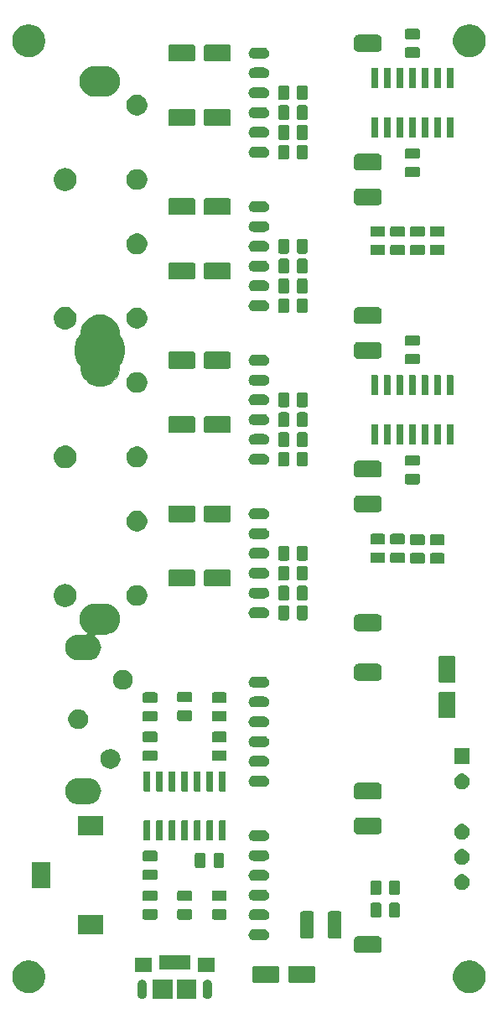
<source format=gbr>
G04 #@! TF.GenerationSoftware,KiCad,Pcbnew,(5.1.4-0-10_14)*
G04 #@! TF.CreationDate,2019-11-24T21:25:27+01:00*
G04 #@! TF.ProjectId,audio-mixer,61756469-6f2d-46d6-9978-65722e6b6963,rev?*
G04 #@! TF.SameCoordinates,Original*
G04 #@! TF.FileFunction,Soldermask,Top*
G04 #@! TF.FilePolarity,Negative*
%FSLAX46Y46*%
G04 Gerber Fmt 4.6, Leading zero omitted, Abs format (unit mm)*
G04 Created by KiCad (PCBNEW (5.1.4-0-10_14)) date 2019-11-24 21:25:27*
%MOMM*%
%LPD*%
G04 APERTURE LIST*
%ADD10C,0.002000*%
%ADD11C,0.100000*%
G04 APERTURE END LIST*
D10*
G36*
X90973000Y-52650000D02*
G01*
X90997000Y-52955000D01*
X91069000Y-53253000D01*
X91186000Y-53536000D01*
X91346000Y-53797000D01*
X91545000Y-54030000D01*
X91778000Y-54229000D01*
X92039000Y-54389000D01*
X92322000Y-54506000D01*
X92620000Y-54578000D01*
X92925000Y-54602000D01*
X93230000Y-54578000D01*
X93528000Y-54506000D01*
X93811000Y-54389000D01*
X94072000Y-54229000D01*
X94305000Y-54030000D01*
X94504000Y-53797000D01*
X94664000Y-53536000D01*
X94781000Y-53253000D01*
X94853000Y-52955000D01*
X94877000Y-52650000D01*
X94877000Y-49350000D01*
X94853000Y-49045000D01*
X94781000Y-48747000D01*
X94664000Y-48464000D01*
X94504000Y-48203000D01*
X94305000Y-47970000D01*
X94072000Y-47771000D01*
X93811000Y-47611000D01*
X93528000Y-47494000D01*
X93230000Y-47422000D01*
X92925000Y-47398000D01*
X92620000Y-47422000D01*
X92322000Y-47494000D01*
X92039000Y-47611000D01*
X91778000Y-47771000D01*
X91545000Y-47970000D01*
X91346000Y-48203000D01*
X91186000Y-48464000D01*
X91069000Y-48747000D01*
X90997000Y-49045000D01*
X90973000Y-49350000D01*
X90973000Y-52650000D01*
G37*
X90973000Y-52650000D02*
X90997000Y-52955000D01*
X91069000Y-53253000D01*
X91186000Y-53536000D01*
X91346000Y-53797000D01*
X91545000Y-54030000D01*
X91778000Y-54229000D01*
X92039000Y-54389000D01*
X92322000Y-54506000D01*
X92620000Y-54578000D01*
X92925000Y-54602000D01*
X93230000Y-54578000D01*
X93528000Y-54506000D01*
X93811000Y-54389000D01*
X94072000Y-54229000D01*
X94305000Y-54030000D01*
X94504000Y-53797000D01*
X94664000Y-53536000D01*
X94781000Y-53253000D01*
X94853000Y-52955000D01*
X94877000Y-52650000D01*
X94877000Y-49350000D01*
X94853000Y-49045000D01*
X94781000Y-48747000D01*
X94664000Y-48464000D01*
X94504000Y-48203000D01*
X94305000Y-47970000D01*
X94072000Y-47771000D01*
X93811000Y-47611000D01*
X93528000Y-47494000D01*
X93230000Y-47422000D01*
X92925000Y-47398000D01*
X92620000Y-47422000D01*
X92322000Y-47494000D01*
X92039000Y-47611000D01*
X91778000Y-47771000D01*
X91545000Y-47970000D01*
X91346000Y-48203000D01*
X91186000Y-48464000D01*
X91069000Y-48747000D01*
X90997000Y-49045000D01*
X90973000Y-49350000D01*
X90973000Y-52650000D01*
G36*
X92275000Y-22548000D02*
G01*
X92071000Y-22564000D01*
X91873000Y-22612000D01*
X91684000Y-22690000D01*
X91510000Y-22797000D01*
X91355000Y-22930000D01*
X91222000Y-23085000D01*
X91115000Y-23259000D01*
X91037000Y-23448000D01*
X90989000Y-23646000D01*
X90973000Y-23850000D01*
X90989000Y-24054000D01*
X91037000Y-24252000D01*
X91115000Y-24441000D01*
X91222000Y-24615000D01*
X91355000Y-24770000D01*
X91510000Y-24903000D01*
X91684000Y-25010000D01*
X91873000Y-25088000D01*
X92071000Y-25136000D01*
X92275000Y-25152000D01*
X93575000Y-25152000D01*
X93779000Y-25136000D01*
X93977000Y-25088000D01*
X94166000Y-25010000D01*
X94340000Y-24903000D01*
X94495000Y-24770000D01*
X94628000Y-24615000D01*
X94735000Y-24441000D01*
X94813000Y-24252000D01*
X94861000Y-24054000D01*
X94877000Y-23850000D01*
X94861000Y-23646000D01*
X94813000Y-23448000D01*
X94735000Y-23259000D01*
X94628000Y-23085000D01*
X94495000Y-22930000D01*
X94340000Y-22797000D01*
X94166000Y-22690000D01*
X93977000Y-22612000D01*
X93779000Y-22564000D01*
X93575000Y-22548000D01*
X92275000Y-22548000D01*
G37*
X92275000Y-22548000D02*
X92071000Y-22564000D01*
X91873000Y-22612000D01*
X91684000Y-22690000D01*
X91510000Y-22797000D01*
X91355000Y-22930000D01*
X91222000Y-23085000D01*
X91115000Y-23259000D01*
X91037000Y-23448000D01*
X90989000Y-23646000D01*
X90973000Y-23850000D01*
X90989000Y-24054000D01*
X91037000Y-24252000D01*
X91115000Y-24441000D01*
X91222000Y-24615000D01*
X91355000Y-24770000D01*
X91510000Y-24903000D01*
X91684000Y-25010000D01*
X91873000Y-25088000D01*
X92071000Y-25136000D01*
X92275000Y-25152000D01*
X93575000Y-25152000D01*
X93779000Y-25136000D01*
X93977000Y-25088000D01*
X94166000Y-25010000D01*
X94340000Y-24903000D01*
X94495000Y-24770000D01*
X94628000Y-24615000D01*
X94735000Y-24441000D01*
X94813000Y-24252000D01*
X94861000Y-24054000D01*
X94877000Y-23850000D01*
X94861000Y-23646000D01*
X94813000Y-23448000D01*
X94735000Y-23259000D01*
X94628000Y-23085000D01*
X94495000Y-22930000D01*
X94340000Y-22797000D01*
X94166000Y-22690000D01*
X93977000Y-22612000D01*
X93779000Y-22564000D01*
X93575000Y-22548000D01*
X92275000Y-22548000D01*
G36*
X92275000Y-76848000D02*
G01*
X92071000Y-76864000D01*
X91873000Y-76912000D01*
X91684000Y-76990000D01*
X91510000Y-77097000D01*
X91355000Y-77230000D01*
X91222000Y-77385000D01*
X91115000Y-77559000D01*
X91037000Y-77748000D01*
X90989000Y-77946000D01*
X90973000Y-78150000D01*
X90989000Y-78354000D01*
X91037000Y-78552000D01*
X91115000Y-78741000D01*
X91222000Y-78915000D01*
X91355000Y-79070000D01*
X91510000Y-79203000D01*
X91684000Y-79310000D01*
X91873000Y-79388000D01*
X92071000Y-79436000D01*
X92275000Y-79452000D01*
X93575000Y-79452000D01*
X93779000Y-79436000D01*
X93977000Y-79388000D01*
X94166000Y-79310000D01*
X94340000Y-79203000D01*
X94495000Y-79070000D01*
X94628000Y-78915000D01*
X94735000Y-78741000D01*
X94813000Y-78552000D01*
X94861000Y-78354000D01*
X94877000Y-78150000D01*
X94861000Y-77946000D01*
X94813000Y-77748000D01*
X94735000Y-77559000D01*
X94628000Y-77385000D01*
X94495000Y-77230000D01*
X94340000Y-77097000D01*
X94166000Y-76990000D01*
X93977000Y-76912000D01*
X93779000Y-76864000D01*
X93575000Y-76848000D01*
X92275000Y-76848000D01*
G37*
X92275000Y-76848000D02*
X92071000Y-76864000D01*
X91873000Y-76912000D01*
X91684000Y-76990000D01*
X91510000Y-77097000D01*
X91355000Y-77230000D01*
X91222000Y-77385000D01*
X91115000Y-77559000D01*
X91037000Y-77748000D01*
X90989000Y-77946000D01*
X90973000Y-78150000D01*
X90989000Y-78354000D01*
X91037000Y-78552000D01*
X91115000Y-78741000D01*
X91222000Y-78915000D01*
X91355000Y-79070000D01*
X91510000Y-79203000D01*
X91684000Y-79310000D01*
X91873000Y-79388000D01*
X92071000Y-79436000D01*
X92275000Y-79452000D01*
X93575000Y-79452000D01*
X93779000Y-79436000D01*
X93977000Y-79388000D01*
X94166000Y-79310000D01*
X94340000Y-79203000D01*
X94495000Y-79070000D01*
X94628000Y-78915000D01*
X94735000Y-78741000D01*
X94813000Y-78552000D01*
X94861000Y-78354000D01*
X94877000Y-78150000D01*
X94861000Y-77946000D01*
X94813000Y-77748000D01*
X94735000Y-77559000D01*
X94628000Y-77385000D01*
X94495000Y-77230000D01*
X94340000Y-77097000D01*
X94166000Y-76990000D01*
X93977000Y-76912000D01*
X93779000Y-76864000D01*
X93575000Y-76848000D01*
X92275000Y-76848000D01*
D11*
G36*
X102701000Y-116501000D02*
G01*
X100699000Y-116501000D01*
X100699000Y-114499000D01*
X102701000Y-114499000D01*
X102701000Y-116501000D01*
X102701000Y-116501000D01*
G37*
G36*
X100301000Y-116501000D02*
G01*
X98299000Y-116501000D01*
X98299000Y-114499000D01*
X100301000Y-114499000D01*
X100301000Y-116501000D01*
X100301000Y-116501000D01*
G37*
G36*
X97298212Y-114556249D02*
G01*
X97392651Y-114584897D01*
X97479687Y-114631418D01*
X97555975Y-114694025D01*
X97618582Y-114770313D01*
X97665103Y-114857348D01*
X97693751Y-114951787D01*
X97701000Y-115025388D01*
X97701000Y-115974612D01*
X97693751Y-116048213D01*
X97665103Y-116142652D01*
X97618582Y-116229687D01*
X97555975Y-116305975D01*
X97479687Y-116368582D01*
X97392652Y-116415103D01*
X97298213Y-116443751D01*
X97200000Y-116453424D01*
X97101788Y-116443751D01*
X97007349Y-116415103D01*
X96920314Y-116368582D01*
X96844026Y-116305975D01*
X96781419Y-116229687D01*
X96734898Y-116142652D01*
X96706250Y-116048213D01*
X96699001Y-115974612D01*
X96699001Y-115974610D01*
X96699000Y-115974600D01*
X96699000Y-115025389D01*
X96706249Y-114951788D01*
X96734897Y-114857349D01*
X96781418Y-114770313D01*
X96844025Y-114694025D01*
X96920313Y-114631418D01*
X97007348Y-114584897D01*
X97101787Y-114556249D01*
X97200000Y-114546576D01*
X97298212Y-114556249D01*
X97298212Y-114556249D01*
G37*
G36*
X103898212Y-114556249D02*
G01*
X103992651Y-114584897D01*
X104079687Y-114631418D01*
X104155975Y-114694025D01*
X104218582Y-114770313D01*
X104265103Y-114857348D01*
X104293751Y-114951787D01*
X104301000Y-115025388D01*
X104301000Y-115974612D01*
X104293751Y-116048213D01*
X104265103Y-116142652D01*
X104218582Y-116229687D01*
X104155975Y-116305975D01*
X104079687Y-116368582D01*
X103992652Y-116415103D01*
X103898213Y-116443751D01*
X103800000Y-116453424D01*
X103701788Y-116443751D01*
X103607349Y-116415103D01*
X103520314Y-116368582D01*
X103444026Y-116305975D01*
X103381419Y-116229687D01*
X103334898Y-116142652D01*
X103306250Y-116048213D01*
X103299001Y-115974612D01*
X103299001Y-115974610D01*
X103299000Y-115974600D01*
X103299000Y-115025389D01*
X103306249Y-114951788D01*
X103334897Y-114857349D01*
X103381418Y-114770313D01*
X103444025Y-114694025D01*
X103520313Y-114631418D01*
X103607348Y-114584897D01*
X103701787Y-114556249D01*
X103800000Y-114546576D01*
X103898212Y-114556249D01*
X103898212Y-114556249D01*
G37*
G36*
X130625256Y-112641298D02*
G01*
X130731579Y-112662447D01*
X131032042Y-112786903D01*
X131302451Y-112967585D01*
X131532415Y-113197549D01*
X131713097Y-113467958D01*
X131837553Y-113768421D01*
X131901000Y-114087391D01*
X131901000Y-114412609D01*
X131837553Y-114731579D01*
X131713097Y-115032042D01*
X131532415Y-115302451D01*
X131302451Y-115532415D01*
X131032042Y-115713097D01*
X130731579Y-115837553D01*
X130625256Y-115858702D01*
X130412611Y-115901000D01*
X130087389Y-115901000D01*
X129874744Y-115858702D01*
X129768421Y-115837553D01*
X129467958Y-115713097D01*
X129197549Y-115532415D01*
X128967585Y-115302451D01*
X128786903Y-115032042D01*
X128662447Y-114731579D01*
X128599000Y-114412609D01*
X128599000Y-114087391D01*
X128662447Y-113768421D01*
X128786903Y-113467958D01*
X128967585Y-113197549D01*
X129197549Y-112967585D01*
X129467958Y-112786903D01*
X129768421Y-112662447D01*
X129874744Y-112641298D01*
X130087389Y-112599000D01*
X130412611Y-112599000D01*
X130625256Y-112641298D01*
X130625256Y-112641298D01*
G37*
G36*
X86125256Y-112641298D02*
G01*
X86231579Y-112662447D01*
X86532042Y-112786903D01*
X86802451Y-112967585D01*
X87032415Y-113197549D01*
X87213097Y-113467958D01*
X87337553Y-113768421D01*
X87401000Y-114087391D01*
X87401000Y-114412609D01*
X87337553Y-114731579D01*
X87213097Y-115032042D01*
X87032415Y-115302451D01*
X86802451Y-115532415D01*
X86532042Y-115713097D01*
X86231579Y-115837553D01*
X86125256Y-115858702D01*
X85912611Y-115901000D01*
X85587389Y-115901000D01*
X85374744Y-115858702D01*
X85268421Y-115837553D01*
X84967958Y-115713097D01*
X84697549Y-115532415D01*
X84467585Y-115302451D01*
X84286903Y-115032042D01*
X84162447Y-114731579D01*
X84099000Y-114412609D01*
X84099000Y-114087391D01*
X84162447Y-113768421D01*
X84286903Y-113467958D01*
X84467585Y-113197549D01*
X84697549Y-112967585D01*
X84967958Y-112786903D01*
X85268421Y-112662447D01*
X85374744Y-112641298D01*
X85587389Y-112599000D01*
X85912611Y-112599000D01*
X86125256Y-112641298D01*
X86125256Y-112641298D01*
G37*
G36*
X114505997Y-113153051D02*
G01*
X114539652Y-113163261D01*
X114570665Y-113179838D01*
X114597851Y-113202149D01*
X114620162Y-113229335D01*
X114636739Y-113260348D01*
X114646949Y-113294003D01*
X114651000Y-113335138D01*
X114651000Y-114664862D01*
X114646949Y-114705997D01*
X114636739Y-114739652D01*
X114620162Y-114770665D01*
X114597851Y-114797851D01*
X114570665Y-114820162D01*
X114539652Y-114836739D01*
X114505997Y-114846949D01*
X114464862Y-114851000D01*
X112135138Y-114851000D01*
X112094003Y-114846949D01*
X112060348Y-114836739D01*
X112029335Y-114820162D01*
X112002149Y-114797851D01*
X111979838Y-114770665D01*
X111963261Y-114739652D01*
X111953051Y-114705997D01*
X111949000Y-114664862D01*
X111949000Y-113335138D01*
X111953051Y-113294003D01*
X111963261Y-113260348D01*
X111979838Y-113229335D01*
X112002149Y-113202149D01*
X112029335Y-113179838D01*
X112060348Y-113163261D01*
X112094003Y-113153051D01*
X112135138Y-113149000D01*
X114464862Y-113149000D01*
X114505997Y-113153051D01*
X114505997Y-113153051D01*
G37*
G36*
X110905997Y-113153051D02*
G01*
X110939652Y-113163261D01*
X110970665Y-113179838D01*
X110997851Y-113202149D01*
X111020162Y-113229335D01*
X111036739Y-113260348D01*
X111046949Y-113294003D01*
X111051000Y-113335138D01*
X111051000Y-114664862D01*
X111046949Y-114705997D01*
X111036739Y-114739652D01*
X111020162Y-114770665D01*
X110997851Y-114797851D01*
X110970665Y-114820162D01*
X110939652Y-114836739D01*
X110905997Y-114846949D01*
X110864862Y-114851000D01*
X108535138Y-114851000D01*
X108494003Y-114846949D01*
X108460348Y-114836739D01*
X108429335Y-114820162D01*
X108402149Y-114797851D01*
X108379838Y-114770665D01*
X108363261Y-114739652D01*
X108353051Y-114705997D01*
X108349000Y-114664862D01*
X108349000Y-113335138D01*
X108353051Y-113294003D01*
X108363261Y-113260348D01*
X108379838Y-113229335D01*
X108402149Y-113202149D01*
X108429335Y-113179838D01*
X108460348Y-113163261D01*
X108494003Y-113153051D01*
X108535138Y-113149000D01*
X110864862Y-113149000D01*
X110905997Y-113153051D01*
X110905997Y-113153051D01*
G37*
G36*
X104551000Y-113801000D02*
G01*
X102849000Y-113801000D01*
X102849000Y-112299000D01*
X104551000Y-112299000D01*
X104551000Y-113801000D01*
X104551000Y-113801000D01*
G37*
G36*
X98151000Y-113801000D02*
G01*
X96449000Y-113801000D01*
X96449000Y-112299000D01*
X98151000Y-112299000D01*
X98151000Y-113801000D01*
X98151000Y-113801000D01*
G37*
G36*
X102051000Y-113551000D02*
G01*
X98949000Y-113551000D01*
X98949000Y-112099000D01*
X102051000Y-112099000D01*
X102051000Y-113551000D01*
X102051000Y-113551000D01*
G37*
G36*
X121089842Y-110157018D02*
G01*
X121162227Y-110178976D01*
X121228924Y-110214626D01*
X121287392Y-110262608D01*
X121335374Y-110321076D01*
X121371024Y-110387773D01*
X121392982Y-110460158D01*
X121401000Y-110541564D01*
X121401000Y-111458436D01*
X121392982Y-111539842D01*
X121371024Y-111612227D01*
X121335374Y-111678924D01*
X121287392Y-111737392D01*
X121228924Y-111785374D01*
X121162227Y-111821024D01*
X121089842Y-111842982D01*
X121008436Y-111851000D01*
X118991564Y-111851000D01*
X118910158Y-111842982D01*
X118837773Y-111821024D01*
X118771076Y-111785374D01*
X118712608Y-111737392D01*
X118664626Y-111678924D01*
X118628976Y-111612227D01*
X118607018Y-111539842D01*
X118599000Y-111458436D01*
X118599000Y-110541564D01*
X118607018Y-110460158D01*
X118628976Y-110387773D01*
X118664626Y-110321076D01*
X118712608Y-110262608D01*
X118771076Y-110214626D01*
X118837773Y-110178976D01*
X118910158Y-110157018D01*
X118991564Y-110149000D01*
X121008436Y-110149000D01*
X121089842Y-110157018D01*
X121089842Y-110157018D01*
G37*
G36*
X109608015Y-109456973D02*
G01*
X109711879Y-109488479D01*
X109739055Y-109503005D01*
X109807600Y-109539643D01*
X109891501Y-109608499D01*
X109960357Y-109692400D01*
X109996995Y-109760945D01*
X110011521Y-109788121D01*
X110043027Y-109891985D01*
X110053666Y-110000000D01*
X110043027Y-110108015D01*
X110011521Y-110211879D01*
X110007926Y-110218604D01*
X109960357Y-110307600D01*
X109891501Y-110391501D01*
X109807600Y-110460357D01*
X109739055Y-110496995D01*
X109711879Y-110511521D01*
X109608015Y-110543027D01*
X109527067Y-110551000D01*
X108472933Y-110551000D01*
X108391985Y-110543027D01*
X108288121Y-110511521D01*
X108260945Y-110496995D01*
X108192400Y-110460357D01*
X108108499Y-110391501D01*
X108039643Y-110307600D01*
X107992074Y-110218604D01*
X107988479Y-110211879D01*
X107956973Y-110108015D01*
X107946334Y-110000000D01*
X107956973Y-109891985D01*
X107988479Y-109788121D01*
X108003005Y-109760945D01*
X108039643Y-109692400D01*
X108108499Y-109608499D01*
X108192400Y-109539643D01*
X108260945Y-109503005D01*
X108288121Y-109488479D01*
X108391985Y-109456973D01*
X108472933Y-109449000D01*
X109527067Y-109449000D01*
X109608015Y-109456973D01*
X109608015Y-109456973D01*
G37*
G36*
X117168604Y-107628347D02*
G01*
X117205144Y-107639432D01*
X117238821Y-107657433D01*
X117268341Y-107681659D01*
X117292567Y-107711179D01*
X117310568Y-107744856D01*
X117321653Y-107781396D01*
X117326000Y-107825538D01*
X117326000Y-110174462D01*
X117321653Y-110218604D01*
X117310568Y-110255144D01*
X117292567Y-110288821D01*
X117268341Y-110318341D01*
X117238821Y-110342567D01*
X117205144Y-110360568D01*
X117168604Y-110371653D01*
X117124462Y-110376000D01*
X116175538Y-110376000D01*
X116131396Y-110371653D01*
X116094856Y-110360568D01*
X116061179Y-110342567D01*
X116031659Y-110318341D01*
X116007433Y-110288821D01*
X115989432Y-110255144D01*
X115978347Y-110218604D01*
X115974000Y-110174462D01*
X115974000Y-107825538D01*
X115978347Y-107781396D01*
X115989432Y-107744856D01*
X116007433Y-107711179D01*
X116031659Y-107681659D01*
X116061179Y-107657433D01*
X116094856Y-107639432D01*
X116131396Y-107628347D01*
X116175538Y-107624000D01*
X117124462Y-107624000D01*
X117168604Y-107628347D01*
X117168604Y-107628347D01*
G37*
G36*
X114368604Y-107628347D02*
G01*
X114405144Y-107639432D01*
X114438821Y-107657433D01*
X114468341Y-107681659D01*
X114492567Y-107711179D01*
X114510568Y-107744856D01*
X114521653Y-107781396D01*
X114526000Y-107825538D01*
X114526000Y-110174462D01*
X114521653Y-110218604D01*
X114510568Y-110255144D01*
X114492567Y-110288821D01*
X114468341Y-110318341D01*
X114438821Y-110342567D01*
X114405144Y-110360568D01*
X114368604Y-110371653D01*
X114324462Y-110376000D01*
X113375538Y-110376000D01*
X113331396Y-110371653D01*
X113294856Y-110360568D01*
X113261179Y-110342567D01*
X113231659Y-110318341D01*
X113207433Y-110288821D01*
X113189432Y-110255144D01*
X113178347Y-110218604D01*
X113174000Y-110174462D01*
X113174000Y-107825538D01*
X113178347Y-107781396D01*
X113189432Y-107744856D01*
X113207433Y-107711179D01*
X113231659Y-107681659D01*
X113261179Y-107657433D01*
X113294856Y-107639432D01*
X113331396Y-107628347D01*
X113375538Y-107624000D01*
X114324462Y-107624000D01*
X114368604Y-107628347D01*
X114368604Y-107628347D01*
G37*
G36*
X93301000Y-109951000D02*
G01*
X90699000Y-109951000D01*
X90699000Y-108049000D01*
X93301000Y-108049000D01*
X93301000Y-109951000D01*
X93301000Y-109951000D01*
G37*
G36*
X109608015Y-107456973D02*
G01*
X109711879Y-107488479D01*
X109739055Y-107503005D01*
X109807600Y-107539643D01*
X109891501Y-107608499D01*
X109960357Y-107692400D01*
X109988395Y-107744856D01*
X110011521Y-107788121D01*
X110043027Y-107891985D01*
X110053666Y-108000000D01*
X110043027Y-108108015D01*
X110011521Y-108211879D01*
X109996995Y-108239055D01*
X109960357Y-108307600D01*
X109891501Y-108391501D01*
X109807600Y-108460357D01*
X109739055Y-108496995D01*
X109711879Y-108511521D01*
X109608015Y-108543027D01*
X109527067Y-108551000D01*
X108472933Y-108551000D01*
X108391985Y-108543027D01*
X108288121Y-108511521D01*
X108260945Y-108496995D01*
X108192400Y-108460357D01*
X108108499Y-108391501D01*
X108039643Y-108307600D01*
X108003005Y-108239055D01*
X107988479Y-108211879D01*
X107956973Y-108108015D01*
X107946334Y-108000000D01*
X107956973Y-107891985D01*
X107988479Y-107788121D01*
X108011605Y-107744856D01*
X108039643Y-107692400D01*
X108108499Y-107608499D01*
X108192400Y-107539643D01*
X108260945Y-107503005D01*
X108288121Y-107488479D01*
X108391985Y-107456973D01*
X108472933Y-107449000D01*
X109527067Y-107449000D01*
X109608015Y-107456973D01*
X109608015Y-107456973D01*
G37*
G36*
X98584468Y-107403565D02*
G01*
X98623138Y-107415296D01*
X98658777Y-107434346D01*
X98690017Y-107459983D01*
X98715654Y-107491223D01*
X98734704Y-107526862D01*
X98746435Y-107565532D01*
X98751000Y-107611888D01*
X98751000Y-108263112D01*
X98746435Y-108309468D01*
X98734704Y-108348138D01*
X98715654Y-108383777D01*
X98690017Y-108415017D01*
X98658777Y-108440654D01*
X98623138Y-108459704D01*
X98584468Y-108471435D01*
X98538112Y-108476000D01*
X97461888Y-108476000D01*
X97415532Y-108471435D01*
X97376862Y-108459704D01*
X97341223Y-108440654D01*
X97309983Y-108415017D01*
X97284346Y-108383777D01*
X97265296Y-108348138D01*
X97253565Y-108309468D01*
X97249000Y-108263112D01*
X97249000Y-107611888D01*
X97253565Y-107565532D01*
X97265296Y-107526862D01*
X97284346Y-107491223D01*
X97309983Y-107459983D01*
X97341223Y-107434346D01*
X97376862Y-107415296D01*
X97415532Y-107403565D01*
X97461888Y-107399000D01*
X98538112Y-107399000D01*
X98584468Y-107403565D01*
X98584468Y-107403565D01*
G37*
G36*
X105584468Y-107403565D02*
G01*
X105623138Y-107415296D01*
X105658777Y-107434346D01*
X105690017Y-107459983D01*
X105715654Y-107491223D01*
X105734704Y-107526862D01*
X105746435Y-107565532D01*
X105751000Y-107611888D01*
X105751000Y-108263112D01*
X105746435Y-108309468D01*
X105734704Y-108348138D01*
X105715654Y-108383777D01*
X105690017Y-108415017D01*
X105658777Y-108440654D01*
X105623138Y-108459704D01*
X105584468Y-108471435D01*
X105538112Y-108476000D01*
X104461888Y-108476000D01*
X104415532Y-108471435D01*
X104376862Y-108459704D01*
X104341223Y-108440654D01*
X104309983Y-108415017D01*
X104284346Y-108383777D01*
X104265296Y-108348138D01*
X104253565Y-108309468D01*
X104249000Y-108263112D01*
X104249000Y-107611888D01*
X104253565Y-107565532D01*
X104265296Y-107526862D01*
X104284346Y-107491223D01*
X104309983Y-107459983D01*
X104341223Y-107434346D01*
X104376862Y-107415296D01*
X104415532Y-107403565D01*
X104461888Y-107399000D01*
X105538112Y-107399000D01*
X105584468Y-107403565D01*
X105584468Y-107403565D01*
G37*
G36*
X102084468Y-107403565D02*
G01*
X102123138Y-107415296D01*
X102158777Y-107434346D01*
X102190017Y-107459983D01*
X102215654Y-107491223D01*
X102234704Y-107526862D01*
X102246435Y-107565532D01*
X102251000Y-107611888D01*
X102251000Y-108263112D01*
X102246435Y-108309468D01*
X102234704Y-108348138D01*
X102215654Y-108383777D01*
X102190017Y-108415017D01*
X102158777Y-108440654D01*
X102123138Y-108459704D01*
X102084468Y-108471435D01*
X102038112Y-108476000D01*
X100961888Y-108476000D01*
X100915532Y-108471435D01*
X100876862Y-108459704D01*
X100841223Y-108440654D01*
X100809983Y-108415017D01*
X100784346Y-108383777D01*
X100765296Y-108348138D01*
X100753565Y-108309468D01*
X100749000Y-108263112D01*
X100749000Y-107611888D01*
X100753565Y-107565532D01*
X100765296Y-107526862D01*
X100784346Y-107491223D01*
X100809983Y-107459983D01*
X100841223Y-107434346D01*
X100876862Y-107415296D01*
X100915532Y-107403565D01*
X100961888Y-107399000D01*
X102038112Y-107399000D01*
X102084468Y-107403565D01*
X102084468Y-107403565D01*
G37*
G36*
X123059468Y-106753565D02*
G01*
X123098138Y-106765296D01*
X123133777Y-106784346D01*
X123165017Y-106809983D01*
X123190654Y-106841223D01*
X123209704Y-106876862D01*
X123221435Y-106915532D01*
X123226000Y-106961888D01*
X123226000Y-108038112D01*
X123221435Y-108084468D01*
X123209704Y-108123138D01*
X123190654Y-108158777D01*
X123165017Y-108190017D01*
X123133777Y-108215654D01*
X123098138Y-108234704D01*
X123059468Y-108246435D01*
X123013112Y-108251000D01*
X122361888Y-108251000D01*
X122315532Y-108246435D01*
X122276862Y-108234704D01*
X122241223Y-108215654D01*
X122209983Y-108190017D01*
X122184346Y-108158777D01*
X122165296Y-108123138D01*
X122153565Y-108084468D01*
X122149000Y-108038112D01*
X122149000Y-106961888D01*
X122153565Y-106915532D01*
X122165296Y-106876862D01*
X122184346Y-106841223D01*
X122209983Y-106809983D01*
X122241223Y-106784346D01*
X122276862Y-106765296D01*
X122315532Y-106753565D01*
X122361888Y-106749000D01*
X123013112Y-106749000D01*
X123059468Y-106753565D01*
X123059468Y-106753565D01*
G37*
G36*
X121184468Y-106753565D02*
G01*
X121223138Y-106765296D01*
X121258777Y-106784346D01*
X121290017Y-106809983D01*
X121315654Y-106841223D01*
X121334704Y-106876862D01*
X121346435Y-106915532D01*
X121351000Y-106961888D01*
X121351000Y-108038112D01*
X121346435Y-108084468D01*
X121334704Y-108123138D01*
X121315654Y-108158777D01*
X121290017Y-108190017D01*
X121258777Y-108215654D01*
X121223138Y-108234704D01*
X121184468Y-108246435D01*
X121138112Y-108251000D01*
X120486888Y-108251000D01*
X120440532Y-108246435D01*
X120401862Y-108234704D01*
X120366223Y-108215654D01*
X120334983Y-108190017D01*
X120309346Y-108158777D01*
X120290296Y-108123138D01*
X120278565Y-108084468D01*
X120274000Y-108038112D01*
X120274000Y-106961888D01*
X120278565Y-106915532D01*
X120290296Y-106876862D01*
X120309346Y-106841223D01*
X120334983Y-106809983D01*
X120366223Y-106784346D01*
X120401862Y-106765296D01*
X120440532Y-106753565D01*
X120486888Y-106749000D01*
X121138112Y-106749000D01*
X121184468Y-106753565D01*
X121184468Y-106753565D01*
G37*
G36*
X102084468Y-105528565D02*
G01*
X102123138Y-105540296D01*
X102158777Y-105559346D01*
X102190017Y-105584983D01*
X102215654Y-105616223D01*
X102234704Y-105651862D01*
X102246435Y-105690532D01*
X102251000Y-105736888D01*
X102251000Y-106388112D01*
X102246435Y-106434468D01*
X102234704Y-106473138D01*
X102215654Y-106508777D01*
X102190017Y-106540017D01*
X102158777Y-106565654D01*
X102123138Y-106584704D01*
X102084468Y-106596435D01*
X102038112Y-106601000D01*
X100961888Y-106601000D01*
X100915532Y-106596435D01*
X100876862Y-106584704D01*
X100841223Y-106565654D01*
X100809983Y-106540017D01*
X100784346Y-106508777D01*
X100765296Y-106473138D01*
X100753565Y-106434468D01*
X100749000Y-106388112D01*
X100749000Y-105736888D01*
X100753565Y-105690532D01*
X100765296Y-105651862D01*
X100784346Y-105616223D01*
X100809983Y-105584983D01*
X100841223Y-105559346D01*
X100876862Y-105540296D01*
X100915532Y-105528565D01*
X100961888Y-105524000D01*
X102038112Y-105524000D01*
X102084468Y-105528565D01*
X102084468Y-105528565D01*
G37*
G36*
X105584468Y-105528565D02*
G01*
X105623138Y-105540296D01*
X105658777Y-105559346D01*
X105690017Y-105584983D01*
X105715654Y-105616223D01*
X105734704Y-105651862D01*
X105746435Y-105690532D01*
X105751000Y-105736888D01*
X105751000Y-106388112D01*
X105746435Y-106434468D01*
X105734704Y-106473138D01*
X105715654Y-106508777D01*
X105690017Y-106540017D01*
X105658777Y-106565654D01*
X105623138Y-106584704D01*
X105584468Y-106596435D01*
X105538112Y-106601000D01*
X104461888Y-106601000D01*
X104415532Y-106596435D01*
X104376862Y-106584704D01*
X104341223Y-106565654D01*
X104309983Y-106540017D01*
X104284346Y-106508777D01*
X104265296Y-106473138D01*
X104253565Y-106434468D01*
X104249000Y-106388112D01*
X104249000Y-105736888D01*
X104253565Y-105690532D01*
X104265296Y-105651862D01*
X104284346Y-105616223D01*
X104309983Y-105584983D01*
X104341223Y-105559346D01*
X104376862Y-105540296D01*
X104415532Y-105528565D01*
X104461888Y-105524000D01*
X105538112Y-105524000D01*
X105584468Y-105528565D01*
X105584468Y-105528565D01*
G37*
G36*
X98584468Y-105528565D02*
G01*
X98623138Y-105540296D01*
X98658777Y-105559346D01*
X98690017Y-105584983D01*
X98715654Y-105616223D01*
X98734704Y-105651862D01*
X98746435Y-105690532D01*
X98751000Y-105736888D01*
X98751000Y-106388112D01*
X98746435Y-106434468D01*
X98734704Y-106473138D01*
X98715654Y-106508777D01*
X98690017Y-106540017D01*
X98658777Y-106565654D01*
X98623138Y-106584704D01*
X98584468Y-106596435D01*
X98538112Y-106601000D01*
X97461888Y-106601000D01*
X97415532Y-106596435D01*
X97376862Y-106584704D01*
X97341223Y-106565654D01*
X97309983Y-106540017D01*
X97284346Y-106508777D01*
X97265296Y-106473138D01*
X97253565Y-106434468D01*
X97249000Y-106388112D01*
X97249000Y-105736888D01*
X97253565Y-105690532D01*
X97265296Y-105651862D01*
X97284346Y-105616223D01*
X97309983Y-105584983D01*
X97341223Y-105559346D01*
X97376862Y-105540296D01*
X97415532Y-105528565D01*
X97461888Y-105524000D01*
X98538112Y-105524000D01*
X98584468Y-105528565D01*
X98584468Y-105528565D01*
G37*
G36*
X109608015Y-105456973D02*
G01*
X109711879Y-105488479D01*
X109735304Y-105501000D01*
X109807600Y-105539643D01*
X109891501Y-105608499D01*
X109960357Y-105692400D01*
X109984136Y-105736888D01*
X110011521Y-105788121D01*
X110043027Y-105891985D01*
X110053666Y-106000000D01*
X110043027Y-106108015D01*
X110011521Y-106211879D01*
X110011519Y-106211882D01*
X109960357Y-106307600D01*
X109891501Y-106391501D01*
X109807600Y-106460357D01*
X109739055Y-106496995D01*
X109711879Y-106511521D01*
X109608015Y-106543027D01*
X109527067Y-106551000D01*
X108472933Y-106551000D01*
X108391985Y-106543027D01*
X108288121Y-106511521D01*
X108260945Y-106496995D01*
X108192400Y-106460357D01*
X108108499Y-106391501D01*
X108039643Y-106307600D01*
X107988481Y-106211882D01*
X107988479Y-106211879D01*
X107956973Y-106108015D01*
X107946334Y-106000000D01*
X107956973Y-105891985D01*
X107988479Y-105788121D01*
X108015864Y-105736888D01*
X108039643Y-105692400D01*
X108108499Y-105608499D01*
X108192400Y-105539643D01*
X108264696Y-105501000D01*
X108288121Y-105488479D01*
X108391985Y-105456973D01*
X108472933Y-105449000D01*
X109527067Y-105449000D01*
X109608015Y-105456973D01*
X109608015Y-105456973D01*
G37*
G36*
X121184468Y-104503565D02*
G01*
X121223138Y-104515296D01*
X121258777Y-104534346D01*
X121290017Y-104559983D01*
X121315654Y-104591223D01*
X121334704Y-104626862D01*
X121346435Y-104665532D01*
X121351000Y-104711888D01*
X121351000Y-105788112D01*
X121346435Y-105834468D01*
X121334704Y-105873138D01*
X121315654Y-105908777D01*
X121290017Y-105940017D01*
X121258777Y-105965654D01*
X121223138Y-105984704D01*
X121184468Y-105996435D01*
X121138112Y-106001000D01*
X120486888Y-106001000D01*
X120440532Y-105996435D01*
X120401862Y-105984704D01*
X120366223Y-105965654D01*
X120334983Y-105940017D01*
X120309346Y-105908777D01*
X120290296Y-105873138D01*
X120278565Y-105834468D01*
X120274000Y-105788112D01*
X120274000Y-104711888D01*
X120278565Y-104665532D01*
X120290296Y-104626862D01*
X120309346Y-104591223D01*
X120334983Y-104559983D01*
X120366223Y-104534346D01*
X120401862Y-104515296D01*
X120440532Y-104503565D01*
X120486888Y-104499000D01*
X121138112Y-104499000D01*
X121184468Y-104503565D01*
X121184468Y-104503565D01*
G37*
G36*
X123059468Y-104503565D02*
G01*
X123098138Y-104515296D01*
X123133777Y-104534346D01*
X123165017Y-104559983D01*
X123190654Y-104591223D01*
X123209704Y-104626862D01*
X123221435Y-104665532D01*
X123226000Y-104711888D01*
X123226000Y-105788112D01*
X123221435Y-105834468D01*
X123209704Y-105873138D01*
X123190654Y-105908777D01*
X123165017Y-105940017D01*
X123133777Y-105965654D01*
X123098138Y-105984704D01*
X123059468Y-105996435D01*
X123013112Y-106001000D01*
X122361888Y-106001000D01*
X122315532Y-105996435D01*
X122276862Y-105984704D01*
X122241223Y-105965654D01*
X122209983Y-105940017D01*
X122184346Y-105908777D01*
X122165296Y-105873138D01*
X122153565Y-105834468D01*
X122149000Y-105788112D01*
X122149000Y-104711888D01*
X122153565Y-104665532D01*
X122165296Y-104626862D01*
X122184346Y-104591223D01*
X122209983Y-104559983D01*
X122241223Y-104534346D01*
X122276862Y-104515296D01*
X122315532Y-104503565D01*
X122361888Y-104499000D01*
X123013112Y-104499000D01*
X123059468Y-104503565D01*
X123059468Y-104503565D01*
G37*
G36*
X129733642Y-103929781D02*
G01*
X129879414Y-103990162D01*
X129879416Y-103990163D01*
X130010608Y-104077822D01*
X130122178Y-104189392D01*
X130202623Y-104309788D01*
X130209838Y-104320586D01*
X130270219Y-104466358D01*
X130301000Y-104621107D01*
X130301000Y-104778893D01*
X130270219Y-104933642D01*
X130209838Y-105079414D01*
X130209837Y-105079416D01*
X130122178Y-105210608D01*
X130010608Y-105322178D01*
X129879416Y-105409837D01*
X129879415Y-105409838D01*
X129879414Y-105409838D01*
X129733642Y-105470219D01*
X129578893Y-105501000D01*
X129421107Y-105501000D01*
X129266358Y-105470219D01*
X129120586Y-105409838D01*
X129120585Y-105409838D01*
X129120584Y-105409837D01*
X128989392Y-105322178D01*
X128877822Y-105210608D01*
X128790163Y-105079416D01*
X128790162Y-105079414D01*
X128729781Y-104933642D01*
X128699000Y-104778893D01*
X128699000Y-104621107D01*
X128729781Y-104466358D01*
X128790162Y-104320586D01*
X128797377Y-104309788D01*
X128877822Y-104189392D01*
X128989392Y-104077822D01*
X129120584Y-103990163D01*
X129120586Y-103990162D01*
X129266358Y-103929781D01*
X129421107Y-103899000D01*
X129578893Y-103899000D01*
X129733642Y-103929781D01*
X129733642Y-103929781D01*
G37*
G36*
X87951000Y-105301000D02*
G01*
X86049000Y-105301000D01*
X86049000Y-102699000D01*
X87951000Y-102699000D01*
X87951000Y-105301000D01*
X87951000Y-105301000D01*
G37*
G36*
X109608015Y-103456973D02*
G01*
X109711879Y-103488479D01*
X109739055Y-103503005D01*
X109807600Y-103539643D01*
X109891501Y-103608499D01*
X109960357Y-103692400D01*
X109996995Y-103760945D01*
X110011521Y-103788121D01*
X110043027Y-103891985D01*
X110053666Y-104000000D01*
X110043027Y-104108015D01*
X110011521Y-104211879D01*
X110011519Y-104211882D01*
X109960357Y-104307600D01*
X109891501Y-104391501D01*
X109807600Y-104460357D01*
X109739055Y-104496995D01*
X109711879Y-104511521D01*
X109608015Y-104543027D01*
X109527067Y-104551000D01*
X108472933Y-104551000D01*
X108391985Y-104543027D01*
X108288121Y-104511521D01*
X108260945Y-104496995D01*
X108192400Y-104460357D01*
X108108499Y-104391501D01*
X108039643Y-104307600D01*
X107988481Y-104211882D01*
X107988479Y-104211879D01*
X107956973Y-104108015D01*
X107946334Y-104000000D01*
X107956973Y-103891985D01*
X107988479Y-103788121D01*
X108003005Y-103760945D01*
X108039643Y-103692400D01*
X108108499Y-103608499D01*
X108192400Y-103539643D01*
X108260945Y-103503005D01*
X108288121Y-103488479D01*
X108391985Y-103456973D01*
X108472933Y-103449000D01*
X109527067Y-103449000D01*
X109608015Y-103456973D01*
X109608015Y-103456973D01*
G37*
G36*
X98584468Y-103403565D02*
G01*
X98623138Y-103415296D01*
X98658777Y-103434346D01*
X98690017Y-103459983D01*
X98715654Y-103491223D01*
X98734704Y-103526862D01*
X98746435Y-103565532D01*
X98751000Y-103611888D01*
X98751000Y-104263112D01*
X98746435Y-104309468D01*
X98734704Y-104348138D01*
X98715654Y-104383777D01*
X98690017Y-104415017D01*
X98658777Y-104440654D01*
X98623138Y-104459704D01*
X98584468Y-104471435D01*
X98538112Y-104476000D01*
X97461888Y-104476000D01*
X97415532Y-104471435D01*
X97376862Y-104459704D01*
X97341223Y-104440654D01*
X97309983Y-104415017D01*
X97284346Y-104383777D01*
X97265296Y-104348138D01*
X97253565Y-104309468D01*
X97249000Y-104263112D01*
X97249000Y-103611888D01*
X97253565Y-103565532D01*
X97265296Y-103526862D01*
X97284346Y-103491223D01*
X97309983Y-103459983D01*
X97341223Y-103434346D01*
X97376862Y-103415296D01*
X97415532Y-103403565D01*
X97461888Y-103399000D01*
X98538112Y-103399000D01*
X98584468Y-103403565D01*
X98584468Y-103403565D01*
G37*
G36*
X105309468Y-101753565D02*
G01*
X105348138Y-101765296D01*
X105383777Y-101784346D01*
X105415017Y-101809983D01*
X105440654Y-101841223D01*
X105459704Y-101876862D01*
X105471435Y-101915532D01*
X105476000Y-101961888D01*
X105476000Y-103038112D01*
X105471435Y-103084468D01*
X105459704Y-103123138D01*
X105440654Y-103158777D01*
X105415017Y-103190017D01*
X105383777Y-103215654D01*
X105348138Y-103234704D01*
X105309468Y-103246435D01*
X105263112Y-103251000D01*
X104611888Y-103251000D01*
X104565532Y-103246435D01*
X104526862Y-103234704D01*
X104491223Y-103215654D01*
X104459983Y-103190017D01*
X104434346Y-103158777D01*
X104415296Y-103123138D01*
X104403565Y-103084468D01*
X104399000Y-103038112D01*
X104399000Y-101961888D01*
X104403565Y-101915532D01*
X104415296Y-101876862D01*
X104434346Y-101841223D01*
X104459983Y-101809983D01*
X104491223Y-101784346D01*
X104526862Y-101765296D01*
X104565532Y-101753565D01*
X104611888Y-101749000D01*
X105263112Y-101749000D01*
X105309468Y-101753565D01*
X105309468Y-101753565D01*
G37*
G36*
X103434468Y-101753565D02*
G01*
X103473138Y-101765296D01*
X103508777Y-101784346D01*
X103540017Y-101809983D01*
X103565654Y-101841223D01*
X103584704Y-101876862D01*
X103596435Y-101915532D01*
X103601000Y-101961888D01*
X103601000Y-103038112D01*
X103596435Y-103084468D01*
X103584704Y-103123138D01*
X103565654Y-103158777D01*
X103540017Y-103190017D01*
X103508777Y-103215654D01*
X103473138Y-103234704D01*
X103434468Y-103246435D01*
X103388112Y-103251000D01*
X102736888Y-103251000D01*
X102690532Y-103246435D01*
X102651862Y-103234704D01*
X102616223Y-103215654D01*
X102584983Y-103190017D01*
X102559346Y-103158777D01*
X102540296Y-103123138D01*
X102528565Y-103084468D01*
X102524000Y-103038112D01*
X102524000Y-101961888D01*
X102528565Y-101915532D01*
X102540296Y-101876862D01*
X102559346Y-101841223D01*
X102584983Y-101809983D01*
X102616223Y-101784346D01*
X102651862Y-101765296D01*
X102690532Y-101753565D01*
X102736888Y-101749000D01*
X103388112Y-101749000D01*
X103434468Y-101753565D01*
X103434468Y-101753565D01*
G37*
G36*
X129733642Y-101389781D02*
G01*
X129879414Y-101450162D01*
X129879416Y-101450163D01*
X130010608Y-101537822D01*
X130122178Y-101649392D01*
X130209837Y-101780584D01*
X130209838Y-101780586D01*
X130270219Y-101926358D01*
X130301000Y-102081107D01*
X130301000Y-102238893D01*
X130270219Y-102393642D01*
X130209838Y-102539414D01*
X130209837Y-102539416D01*
X130122178Y-102670608D01*
X130010608Y-102782178D01*
X129879416Y-102869837D01*
X129879415Y-102869838D01*
X129879414Y-102869838D01*
X129733642Y-102930219D01*
X129578893Y-102961000D01*
X129421107Y-102961000D01*
X129266358Y-102930219D01*
X129120586Y-102869838D01*
X129120585Y-102869838D01*
X129120584Y-102869837D01*
X128989392Y-102782178D01*
X128877822Y-102670608D01*
X128790163Y-102539416D01*
X128790162Y-102539414D01*
X128729781Y-102393642D01*
X128699000Y-102238893D01*
X128699000Y-102081107D01*
X128729781Y-101926358D01*
X128790162Y-101780586D01*
X128790163Y-101780584D01*
X128877822Y-101649392D01*
X128989392Y-101537822D01*
X129120584Y-101450163D01*
X129120586Y-101450162D01*
X129266358Y-101389781D01*
X129421107Y-101359000D01*
X129578893Y-101359000D01*
X129733642Y-101389781D01*
X129733642Y-101389781D01*
G37*
G36*
X98584468Y-101528565D02*
G01*
X98623138Y-101540296D01*
X98658777Y-101559346D01*
X98690017Y-101584983D01*
X98715654Y-101616223D01*
X98734704Y-101651862D01*
X98746435Y-101690532D01*
X98751000Y-101736888D01*
X98751000Y-102388112D01*
X98746435Y-102434468D01*
X98734704Y-102473138D01*
X98715654Y-102508777D01*
X98690017Y-102540017D01*
X98658777Y-102565654D01*
X98623138Y-102584704D01*
X98584468Y-102596435D01*
X98538112Y-102601000D01*
X97461888Y-102601000D01*
X97415532Y-102596435D01*
X97376862Y-102584704D01*
X97341223Y-102565654D01*
X97309983Y-102540017D01*
X97284346Y-102508777D01*
X97265296Y-102473138D01*
X97253565Y-102434468D01*
X97249000Y-102388112D01*
X97249000Y-101736888D01*
X97253565Y-101690532D01*
X97265296Y-101651862D01*
X97284346Y-101616223D01*
X97309983Y-101584983D01*
X97341223Y-101559346D01*
X97376862Y-101540296D01*
X97415532Y-101528565D01*
X97461888Y-101524000D01*
X98538112Y-101524000D01*
X98584468Y-101528565D01*
X98584468Y-101528565D01*
G37*
G36*
X109608015Y-101456973D02*
G01*
X109711879Y-101488479D01*
X109739055Y-101503005D01*
X109807600Y-101539643D01*
X109891501Y-101608499D01*
X109960357Y-101692400D01*
X109984136Y-101736888D01*
X110011521Y-101788121D01*
X110043027Y-101891985D01*
X110053666Y-102000000D01*
X110043027Y-102108015D01*
X110011521Y-102211879D01*
X110011519Y-102211882D01*
X109960357Y-102307600D01*
X109891501Y-102391501D01*
X109807600Y-102460357D01*
X109739055Y-102496995D01*
X109711879Y-102511521D01*
X109608015Y-102543027D01*
X109527067Y-102551000D01*
X108472933Y-102551000D01*
X108391985Y-102543027D01*
X108288121Y-102511521D01*
X108260945Y-102496995D01*
X108192400Y-102460357D01*
X108108499Y-102391501D01*
X108039643Y-102307600D01*
X107988481Y-102211882D01*
X107988479Y-102211879D01*
X107956973Y-102108015D01*
X107946334Y-102000000D01*
X107956973Y-101891985D01*
X107988479Y-101788121D01*
X108015864Y-101736888D01*
X108039643Y-101692400D01*
X108108499Y-101608499D01*
X108192400Y-101539643D01*
X108260945Y-101503005D01*
X108288121Y-101488479D01*
X108391985Y-101456973D01*
X108472933Y-101449000D01*
X109527067Y-101449000D01*
X109608015Y-101456973D01*
X109608015Y-101456973D01*
G37*
G36*
X109608015Y-99456973D02*
G01*
X109711879Y-99488479D01*
X109739055Y-99503005D01*
X109807600Y-99539643D01*
X109891501Y-99608499D01*
X109960357Y-99692400D01*
X109996995Y-99760945D01*
X110011521Y-99788121D01*
X110043027Y-99891985D01*
X110053666Y-100000000D01*
X110043027Y-100108015D01*
X110011521Y-100211879D01*
X110011519Y-100211882D01*
X109960357Y-100307600D01*
X109891501Y-100391501D01*
X109807600Y-100460357D01*
X109748699Y-100491840D01*
X109711879Y-100511521D01*
X109608015Y-100543027D01*
X109527067Y-100551000D01*
X108472933Y-100551000D01*
X108391985Y-100543027D01*
X108288121Y-100511521D01*
X108251301Y-100491840D01*
X108192400Y-100460357D01*
X108108499Y-100391501D01*
X108039643Y-100307600D01*
X107988481Y-100211882D01*
X107988479Y-100211879D01*
X107956973Y-100108015D01*
X107946334Y-100000000D01*
X107956973Y-99891985D01*
X107988479Y-99788121D01*
X108003005Y-99760945D01*
X108039643Y-99692400D01*
X108108499Y-99608499D01*
X108192400Y-99539643D01*
X108260945Y-99503005D01*
X108288121Y-99488479D01*
X108391985Y-99456973D01*
X108472933Y-99449000D01*
X109527067Y-99449000D01*
X109608015Y-99456973D01*
X109608015Y-99456973D01*
G37*
G36*
X105569928Y-98451764D02*
G01*
X105591009Y-98458160D01*
X105610445Y-98468548D01*
X105627476Y-98482524D01*
X105641452Y-98499555D01*
X105651840Y-98518991D01*
X105658236Y-98540072D01*
X105661000Y-98568140D01*
X105661000Y-100381860D01*
X105658236Y-100409928D01*
X105651840Y-100431009D01*
X105641452Y-100450445D01*
X105627476Y-100467476D01*
X105610445Y-100481452D01*
X105591009Y-100491840D01*
X105569928Y-100498236D01*
X105541860Y-100501000D01*
X105078140Y-100501000D01*
X105050072Y-100498236D01*
X105028991Y-100491840D01*
X105009555Y-100481452D01*
X104992524Y-100467476D01*
X104978548Y-100450445D01*
X104968160Y-100431009D01*
X104961764Y-100409928D01*
X104959000Y-100381860D01*
X104959000Y-98568140D01*
X104961764Y-98540072D01*
X104968160Y-98518991D01*
X104978548Y-98499555D01*
X104992524Y-98482524D01*
X105009555Y-98468548D01*
X105028991Y-98458160D01*
X105050072Y-98451764D01*
X105078140Y-98449000D01*
X105541860Y-98449000D01*
X105569928Y-98451764D01*
X105569928Y-98451764D01*
G37*
G36*
X104299928Y-98451764D02*
G01*
X104321009Y-98458160D01*
X104340445Y-98468548D01*
X104357476Y-98482524D01*
X104371452Y-98499555D01*
X104381840Y-98518991D01*
X104388236Y-98540072D01*
X104391000Y-98568140D01*
X104391000Y-100381860D01*
X104388236Y-100409928D01*
X104381840Y-100431009D01*
X104371452Y-100450445D01*
X104357476Y-100467476D01*
X104340445Y-100481452D01*
X104321009Y-100491840D01*
X104299928Y-100498236D01*
X104271860Y-100501000D01*
X103808140Y-100501000D01*
X103780072Y-100498236D01*
X103758991Y-100491840D01*
X103739555Y-100481452D01*
X103722524Y-100467476D01*
X103708548Y-100450445D01*
X103698160Y-100431009D01*
X103691764Y-100409928D01*
X103689000Y-100381860D01*
X103689000Y-98568140D01*
X103691764Y-98540072D01*
X103698160Y-98518991D01*
X103708548Y-98499555D01*
X103722524Y-98482524D01*
X103739555Y-98468548D01*
X103758991Y-98458160D01*
X103780072Y-98451764D01*
X103808140Y-98449000D01*
X104271860Y-98449000D01*
X104299928Y-98451764D01*
X104299928Y-98451764D01*
G37*
G36*
X103029928Y-98451764D02*
G01*
X103051009Y-98458160D01*
X103070445Y-98468548D01*
X103087476Y-98482524D01*
X103101452Y-98499555D01*
X103111840Y-98518991D01*
X103118236Y-98540072D01*
X103121000Y-98568140D01*
X103121000Y-100381860D01*
X103118236Y-100409928D01*
X103111840Y-100431009D01*
X103101452Y-100450445D01*
X103087476Y-100467476D01*
X103070445Y-100481452D01*
X103051009Y-100491840D01*
X103029928Y-100498236D01*
X103001860Y-100501000D01*
X102538140Y-100501000D01*
X102510072Y-100498236D01*
X102488991Y-100491840D01*
X102469555Y-100481452D01*
X102452524Y-100467476D01*
X102438548Y-100450445D01*
X102428160Y-100431009D01*
X102421764Y-100409928D01*
X102419000Y-100381860D01*
X102419000Y-98568140D01*
X102421764Y-98540072D01*
X102428160Y-98518991D01*
X102438548Y-98499555D01*
X102452524Y-98482524D01*
X102469555Y-98468548D01*
X102488991Y-98458160D01*
X102510072Y-98451764D01*
X102538140Y-98449000D01*
X103001860Y-98449000D01*
X103029928Y-98451764D01*
X103029928Y-98451764D01*
G37*
G36*
X101759928Y-98451764D02*
G01*
X101781009Y-98458160D01*
X101800445Y-98468548D01*
X101817476Y-98482524D01*
X101831452Y-98499555D01*
X101841840Y-98518991D01*
X101848236Y-98540072D01*
X101851000Y-98568140D01*
X101851000Y-100381860D01*
X101848236Y-100409928D01*
X101841840Y-100431009D01*
X101831452Y-100450445D01*
X101817476Y-100467476D01*
X101800445Y-100481452D01*
X101781009Y-100491840D01*
X101759928Y-100498236D01*
X101731860Y-100501000D01*
X101268140Y-100501000D01*
X101240072Y-100498236D01*
X101218991Y-100491840D01*
X101199555Y-100481452D01*
X101182524Y-100467476D01*
X101168548Y-100450445D01*
X101158160Y-100431009D01*
X101151764Y-100409928D01*
X101149000Y-100381860D01*
X101149000Y-98568140D01*
X101151764Y-98540072D01*
X101158160Y-98518991D01*
X101168548Y-98499555D01*
X101182524Y-98482524D01*
X101199555Y-98468548D01*
X101218991Y-98458160D01*
X101240072Y-98451764D01*
X101268140Y-98449000D01*
X101731860Y-98449000D01*
X101759928Y-98451764D01*
X101759928Y-98451764D01*
G37*
G36*
X100489928Y-98451764D02*
G01*
X100511009Y-98458160D01*
X100530445Y-98468548D01*
X100547476Y-98482524D01*
X100561452Y-98499555D01*
X100571840Y-98518991D01*
X100578236Y-98540072D01*
X100581000Y-98568140D01*
X100581000Y-100381860D01*
X100578236Y-100409928D01*
X100571840Y-100431009D01*
X100561452Y-100450445D01*
X100547476Y-100467476D01*
X100530445Y-100481452D01*
X100511009Y-100491840D01*
X100489928Y-100498236D01*
X100461860Y-100501000D01*
X99998140Y-100501000D01*
X99970072Y-100498236D01*
X99948991Y-100491840D01*
X99929555Y-100481452D01*
X99912524Y-100467476D01*
X99898548Y-100450445D01*
X99888160Y-100431009D01*
X99881764Y-100409928D01*
X99879000Y-100381860D01*
X99879000Y-98568140D01*
X99881764Y-98540072D01*
X99888160Y-98518991D01*
X99898548Y-98499555D01*
X99912524Y-98482524D01*
X99929555Y-98468548D01*
X99948991Y-98458160D01*
X99970072Y-98451764D01*
X99998140Y-98449000D01*
X100461860Y-98449000D01*
X100489928Y-98451764D01*
X100489928Y-98451764D01*
G37*
G36*
X99219928Y-98451764D02*
G01*
X99241009Y-98458160D01*
X99260445Y-98468548D01*
X99277476Y-98482524D01*
X99291452Y-98499555D01*
X99301840Y-98518991D01*
X99308236Y-98540072D01*
X99311000Y-98568140D01*
X99311000Y-100381860D01*
X99308236Y-100409928D01*
X99301840Y-100431009D01*
X99291452Y-100450445D01*
X99277476Y-100467476D01*
X99260445Y-100481452D01*
X99241009Y-100491840D01*
X99219928Y-100498236D01*
X99191860Y-100501000D01*
X98728140Y-100501000D01*
X98700072Y-100498236D01*
X98678991Y-100491840D01*
X98659555Y-100481452D01*
X98642524Y-100467476D01*
X98628548Y-100450445D01*
X98618160Y-100431009D01*
X98611764Y-100409928D01*
X98609000Y-100381860D01*
X98609000Y-98568140D01*
X98611764Y-98540072D01*
X98618160Y-98518991D01*
X98628548Y-98499555D01*
X98642524Y-98482524D01*
X98659555Y-98468548D01*
X98678991Y-98458160D01*
X98700072Y-98451764D01*
X98728140Y-98449000D01*
X99191860Y-98449000D01*
X99219928Y-98451764D01*
X99219928Y-98451764D01*
G37*
G36*
X97949928Y-98451764D02*
G01*
X97971009Y-98458160D01*
X97990445Y-98468548D01*
X98007476Y-98482524D01*
X98021452Y-98499555D01*
X98031840Y-98518991D01*
X98038236Y-98540072D01*
X98041000Y-98568140D01*
X98041000Y-100381860D01*
X98038236Y-100409928D01*
X98031840Y-100431009D01*
X98021452Y-100450445D01*
X98007476Y-100467476D01*
X97990445Y-100481452D01*
X97971009Y-100491840D01*
X97949928Y-100498236D01*
X97921860Y-100501000D01*
X97458140Y-100501000D01*
X97430072Y-100498236D01*
X97408991Y-100491840D01*
X97389555Y-100481452D01*
X97372524Y-100467476D01*
X97358548Y-100450445D01*
X97348160Y-100431009D01*
X97341764Y-100409928D01*
X97339000Y-100381860D01*
X97339000Y-98568140D01*
X97341764Y-98540072D01*
X97348160Y-98518991D01*
X97358548Y-98499555D01*
X97372524Y-98482524D01*
X97389555Y-98468548D01*
X97408991Y-98458160D01*
X97430072Y-98451764D01*
X97458140Y-98449000D01*
X97921860Y-98449000D01*
X97949928Y-98451764D01*
X97949928Y-98451764D01*
G37*
G36*
X129733642Y-98849781D02*
G01*
X129879414Y-98910162D01*
X129879416Y-98910163D01*
X130010608Y-98997822D01*
X130122178Y-99109392D01*
X130209837Y-99240584D01*
X130209838Y-99240586D01*
X130270219Y-99386358D01*
X130301000Y-99541107D01*
X130301000Y-99698893D01*
X130270219Y-99853642D01*
X130229892Y-99951000D01*
X130209837Y-99999416D01*
X130122178Y-100130608D01*
X130010608Y-100242178D01*
X129879416Y-100329837D01*
X129879415Y-100329838D01*
X129879414Y-100329838D01*
X129733642Y-100390219D01*
X129578893Y-100421000D01*
X129421107Y-100421000D01*
X129266358Y-100390219D01*
X129120586Y-100329838D01*
X129120585Y-100329838D01*
X129120584Y-100329837D01*
X128989392Y-100242178D01*
X128877822Y-100130608D01*
X128790163Y-99999416D01*
X128770108Y-99951000D01*
X128729781Y-99853642D01*
X128699000Y-99698893D01*
X128699000Y-99541107D01*
X128729781Y-99386358D01*
X128790162Y-99240586D01*
X128790163Y-99240584D01*
X128877822Y-99109392D01*
X128989392Y-98997822D01*
X129120584Y-98910163D01*
X129120586Y-98910162D01*
X129266358Y-98849781D01*
X129421107Y-98819000D01*
X129578893Y-98819000D01*
X129733642Y-98849781D01*
X129733642Y-98849781D01*
G37*
G36*
X93301000Y-99951000D02*
G01*
X90699000Y-99951000D01*
X90699000Y-98049000D01*
X93301000Y-98049000D01*
X93301000Y-99951000D01*
X93301000Y-99951000D01*
G37*
G36*
X121089842Y-98157018D02*
G01*
X121162227Y-98178976D01*
X121228924Y-98214626D01*
X121287392Y-98262608D01*
X121335374Y-98321076D01*
X121371024Y-98387773D01*
X121392982Y-98460158D01*
X121401000Y-98541564D01*
X121401000Y-99458436D01*
X121392982Y-99539842D01*
X121371024Y-99612227D01*
X121335374Y-99678924D01*
X121287392Y-99737392D01*
X121228924Y-99785374D01*
X121162227Y-99821024D01*
X121089842Y-99842982D01*
X121008436Y-99851000D01*
X118991564Y-99851000D01*
X118910158Y-99842982D01*
X118837773Y-99821024D01*
X118771076Y-99785374D01*
X118712608Y-99737392D01*
X118664626Y-99678924D01*
X118628976Y-99612227D01*
X118607018Y-99539842D01*
X118599000Y-99458436D01*
X118599000Y-98541564D01*
X118607018Y-98460158D01*
X118628976Y-98387773D01*
X118664626Y-98321076D01*
X118712608Y-98262608D01*
X118771076Y-98214626D01*
X118837773Y-98178976D01*
X118910158Y-98157018D01*
X118991564Y-98149000D01*
X121008436Y-98149000D01*
X121089842Y-98157018D01*
X121089842Y-98157018D01*
G37*
G36*
X91909472Y-94208412D02*
G01*
X92005040Y-94217825D01*
X92250280Y-94292218D01*
X92476294Y-94413025D01*
X92527899Y-94455376D01*
X92674397Y-94575603D01*
X92786235Y-94711879D01*
X92836975Y-94773706D01*
X92957782Y-94999720D01*
X93032175Y-95244960D01*
X93057294Y-95500000D01*
X93032175Y-95755040D01*
X92957782Y-96000280D01*
X92836975Y-96226294D01*
X92827867Y-96237392D01*
X92674397Y-96424397D01*
X92527899Y-96544624D01*
X92476294Y-96586975D01*
X92250280Y-96707782D01*
X92005040Y-96782175D01*
X91909472Y-96791588D01*
X91813906Y-96801000D01*
X90686094Y-96801000D01*
X90590528Y-96791588D01*
X90494960Y-96782175D01*
X90249720Y-96707782D01*
X90023706Y-96586975D01*
X89972101Y-96544624D01*
X89825603Y-96424397D01*
X89672133Y-96237392D01*
X89663025Y-96226294D01*
X89542218Y-96000280D01*
X89467825Y-95755040D01*
X89442706Y-95500000D01*
X89467825Y-95244960D01*
X89542218Y-94999720D01*
X89663025Y-94773706D01*
X89713765Y-94711879D01*
X89825603Y-94575603D01*
X89972101Y-94455376D01*
X90023706Y-94413025D01*
X90249720Y-94292218D01*
X90494960Y-94217825D01*
X90590528Y-94208412D01*
X90686094Y-94199000D01*
X91813906Y-94199000D01*
X91909472Y-94208412D01*
X91909472Y-94208412D01*
G37*
G36*
X121089842Y-94657018D02*
G01*
X121162227Y-94678976D01*
X121228924Y-94714626D01*
X121287392Y-94762608D01*
X121335374Y-94821076D01*
X121371024Y-94887773D01*
X121392982Y-94960158D01*
X121401000Y-95041564D01*
X121401000Y-95958436D01*
X121392982Y-96039842D01*
X121371024Y-96112227D01*
X121335374Y-96178924D01*
X121287392Y-96237392D01*
X121228924Y-96285374D01*
X121162227Y-96321024D01*
X121089842Y-96342982D01*
X121008436Y-96351000D01*
X118991564Y-96351000D01*
X118910158Y-96342982D01*
X118837773Y-96321024D01*
X118771076Y-96285374D01*
X118712608Y-96237392D01*
X118664626Y-96178924D01*
X118628976Y-96112227D01*
X118607018Y-96039842D01*
X118599000Y-95958436D01*
X118599000Y-95041564D01*
X118607018Y-94960158D01*
X118628976Y-94887773D01*
X118664626Y-94821076D01*
X118712608Y-94762608D01*
X118771076Y-94714626D01*
X118837773Y-94678976D01*
X118910158Y-94657018D01*
X118991564Y-94649000D01*
X121008436Y-94649000D01*
X121089842Y-94657018D01*
X121089842Y-94657018D01*
G37*
G36*
X97949928Y-93501764D02*
G01*
X97971009Y-93508160D01*
X97990445Y-93518548D01*
X98007476Y-93532524D01*
X98021452Y-93549555D01*
X98031840Y-93568991D01*
X98038236Y-93590072D01*
X98041000Y-93618140D01*
X98041000Y-95431860D01*
X98038236Y-95459928D01*
X98031840Y-95481009D01*
X98021452Y-95500445D01*
X98007476Y-95517476D01*
X97990445Y-95531452D01*
X97971009Y-95541840D01*
X97949928Y-95548236D01*
X97921860Y-95551000D01*
X97458140Y-95551000D01*
X97430072Y-95548236D01*
X97408991Y-95541840D01*
X97389555Y-95531452D01*
X97372524Y-95517476D01*
X97358548Y-95500445D01*
X97348160Y-95481009D01*
X97341764Y-95459928D01*
X97339000Y-95431860D01*
X97339000Y-93618140D01*
X97341764Y-93590072D01*
X97348160Y-93568991D01*
X97358548Y-93549555D01*
X97372524Y-93532524D01*
X97389555Y-93518548D01*
X97408991Y-93508160D01*
X97430072Y-93501764D01*
X97458140Y-93499000D01*
X97921860Y-93499000D01*
X97949928Y-93501764D01*
X97949928Y-93501764D01*
G37*
G36*
X104299928Y-93501764D02*
G01*
X104321009Y-93508160D01*
X104340445Y-93518548D01*
X104357476Y-93532524D01*
X104371452Y-93549555D01*
X104381840Y-93568991D01*
X104388236Y-93590072D01*
X104391000Y-93618140D01*
X104391000Y-95431860D01*
X104388236Y-95459928D01*
X104381840Y-95481009D01*
X104371452Y-95500445D01*
X104357476Y-95517476D01*
X104340445Y-95531452D01*
X104321009Y-95541840D01*
X104299928Y-95548236D01*
X104271860Y-95551000D01*
X103808140Y-95551000D01*
X103780072Y-95548236D01*
X103758991Y-95541840D01*
X103739555Y-95531452D01*
X103722524Y-95517476D01*
X103708548Y-95500445D01*
X103698160Y-95481009D01*
X103691764Y-95459928D01*
X103689000Y-95431860D01*
X103689000Y-93618140D01*
X103691764Y-93590072D01*
X103698160Y-93568991D01*
X103708548Y-93549555D01*
X103722524Y-93532524D01*
X103739555Y-93518548D01*
X103758991Y-93508160D01*
X103780072Y-93501764D01*
X103808140Y-93499000D01*
X104271860Y-93499000D01*
X104299928Y-93501764D01*
X104299928Y-93501764D01*
G37*
G36*
X99219928Y-93501764D02*
G01*
X99241009Y-93508160D01*
X99260445Y-93518548D01*
X99277476Y-93532524D01*
X99291452Y-93549555D01*
X99301840Y-93568991D01*
X99308236Y-93590072D01*
X99311000Y-93618140D01*
X99311000Y-95431860D01*
X99308236Y-95459928D01*
X99301840Y-95481009D01*
X99291452Y-95500445D01*
X99277476Y-95517476D01*
X99260445Y-95531452D01*
X99241009Y-95541840D01*
X99219928Y-95548236D01*
X99191860Y-95551000D01*
X98728140Y-95551000D01*
X98700072Y-95548236D01*
X98678991Y-95541840D01*
X98659555Y-95531452D01*
X98642524Y-95517476D01*
X98628548Y-95500445D01*
X98618160Y-95481009D01*
X98611764Y-95459928D01*
X98609000Y-95431860D01*
X98609000Y-93618140D01*
X98611764Y-93590072D01*
X98618160Y-93568991D01*
X98628548Y-93549555D01*
X98642524Y-93532524D01*
X98659555Y-93518548D01*
X98678991Y-93508160D01*
X98700072Y-93501764D01*
X98728140Y-93499000D01*
X99191860Y-93499000D01*
X99219928Y-93501764D01*
X99219928Y-93501764D01*
G37*
G36*
X105569928Y-93501764D02*
G01*
X105591009Y-93508160D01*
X105610445Y-93518548D01*
X105627476Y-93532524D01*
X105641452Y-93549555D01*
X105651840Y-93568991D01*
X105658236Y-93590072D01*
X105661000Y-93618140D01*
X105661000Y-95431860D01*
X105658236Y-95459928D01*
X105651840Y-95481009D01*
X105641452Y-95500445D01*
X105627476Y-95517476D01*
X105610445Y-95531452D01*
X105591009Y-95541840D01*
X105569928Y-95548236D01*
X105541860Y-95551000D01*
X105078140Y-95551000D01*
X105050072Y-95548236D01*
X105028991Y-95541840D01*
X105009555Y-95531452D01*
X104992524Y-95517476D01*
X104978548Y-95500445D01*
X104968160Y-95481009D01*
X104961764Y-95459928D01*
X104959000Y-95431860D01*
X104959000Y-93618140D01*
X104961764Y-93590072D01*
X104968160Y-93568991D01*
X104978548Y-93549555D01*
X104992524Y-93532524D01*
X105009555Y-93518548D01*
X105028991Y-93508160D01*
X105050072Y-93501764D01*
X105078140Y-93499000D01*
X105541860Y-93499000D01*
X105569928Y-93501764D01*
X105569928Y-93501764D01*
G37*
G36*
X103029928Y-93501764D02*
G01*
X103051009Y-93508160D01*
X103070445Y-93518548D01*
X103087476Y-93532524D01*
X103101452Y-93549555D01*
X103111840Y-93568991D01*
X103118236Y-93590072D01*
X103121000Y-93618140D01*
X103121000Y-95431860D01*
X103118236Y-95459928D01*
X103111840Y-95481009D01*
X103101452Y-95500445D01*
X103087476Y-95517476D01*
X103070445Y-95531452D01*
X103051009Y-95541840D01*
X103029928Y-95548236D01*
X103001860Y-95551000D01*
X102538140Y-95551000D01*
X102510072Y-95548236D01*
X102488991Y-95541840D01*
X102469555Y-95531452D01*
X102452524Y-95517476D01*
X102438548Y-95500445D01*
X102428160Y-95481009D01*
X102421764Y-95459928D01*
X102419000Y-95431860D01*
X102419000Y-93618140D01*
X102421764Y-93590072D01*
X102428160Y-93568991D01*
X102438548Y-93549555D01*
X102452524Y-93532524D01*
X102469555Y-93518548D01*
X102488991Y-93508160D01*
X102510072Y-93501764D01*
X102538140Y-93499000D01*
X103001860Y-93499000D01*
X103029928Y-93501764D01*
X103029928Y-93501764D01*
G37*
G36*
X100489928Y-93501764D02*
G01*
X100511009Y-93508160D01*
X100530445Y-93518548D01*
X100547476Y-93532524D01*
X100561452Y-93549555D01*
X100571840Y-93568991D01*
X100578236Y-93590072D01*
X100581000Y-93618140D01*
X100581000Y-95431860D01*
X100578236Y-95459928D01*
X100571840Y-95481009D01*
X100561452Y-95500445D01*
X100547476Y-95517476D01*
X100530445Y-95531452D01*
X100511009Y-95541840D01*
X100489928Y-95548236D01*
X100461860Y-95551000D01*
X99998140Y-95551000D01*
X99970072Y-95548236D01*
X99948991Y-95541840D01*
X99929555Y-95531452D01*
X99912524Y-95517476D01*
X99898548Y-95500445D01*
X99888160Y-95481009D01*
X99881764Y-95459928D01*
X99879000Y-95431860D01*
X99879000Y-93618140D01*
X99881764Y-93590072D01*
X99888160Y-93568991D01*
X99898548Y-93549555D01*
X99912524Y-93532524D01*
X99929555Y-93518548D01*
X99948991Y-93508160D01*
X99970072Y-93501764D01*
X99998140Y-93499000D01*
X100461860Y-93499000D01*
X100489928Y-93501764D01*
X100489928Y-93501764D01*
G37*
G36*
X101759928Y-93501764D02*
G01*
X101781009Y-93508160D01*
X101800445Y-93518548D01*
X101817476Y-93532524D01*
X101831452Y-93549555D01*
X101841840Y-93568991D01*
X101848236Y-93590072D01*
X101851000Y-93618140D01*
X101851000Y-95431860D01*
X101848236Y-95459928D01*
X101841840Y-95481009D01*
X101831452Y-95500445D01*
X101817476Y-95517476D01*
X101800445Y-95531452D01*
X101781009Y-95541840D01*
X101759928Y-95548236D01*
X101731860Y-95551000D01*
X101268140Y-95551000D01*
X101240072Y-95548236D01*
X101218991Y-95541840D01*
X101199555Y-95531452D01*
X101182524Y-95517476D01*
X101168548Y-95500445D01*
X101158160Y-95481009D01*
X101151764Y-95459928D01*
X101149000Y-95431860D01*
X101149000Y-93618140D01*
X101151764Y-93590072D01*
X101158160Y-93568991D01*
X101168548Y-93549555D01*
X101182524Y-93532524D01*
X101199555Y-93518548D01*
X101218991Y-93508160D01*
X101240072Y-93501764D01*
X101268140Y-93499000D01*
X101731860Y-93499000D01*
X101759928Y-93501764D01*
X101759928Y-93501764D01*
G37*
G36*
X129733642Y-93769781D02*
G01*
X129879414Y-93830162D01*
X129879416Y-93830163D01*
X130010608Y-93917822D01*
X130122178Y-94029392D01*
X130175035Y-94108499D01*
X130209838Y-94160586D01*
X130270219Y-94306358D01*
X130301000Y-94461107D01*
X130301000Y-94618893D01*
X130270219Y-94773642D01*
X130222944Y-94887773D01*
X130209837Y-94919416D01*
X130122178Y-95050608D01*
X130010608Y-95162178D01*
X129879416Y-95249837D01*
X129879415Y-95249838D01*
X129879414Y-95249838D01*
X129733642Y-95310219D01*
X129578893Y-95341000D01*
X129421107Y-95341000D01*
X129266358Y-95310219D01*
X129120586Y-95249838D01*
X129120585Y-95249838D01*
X129120584Y-95249837D01*
X128989392Y-95162178D01*
X128877822Y-95050608D01*
X128790163Y-94919416D01*
X128777056Y-94887773D01*
X128729781Y-94773642D01*
X128699000Y-94618893D01*
X128699000Y-94461107D01*
X128729781Y-94306358D01*
X128790162Y-94160586D01*
X128824965Y-94108499D01*
X128877822Y-94029392D01*
X128989392Y-93917822D01*
X129120584Y-93830163D01*
X129120586Y-93830162D01*
X129266358Y-93769781D01*
X129421107Y-93739000D01*
X129578893Y-93739000D01*
X129733642Y-93769781D01*
X129733642Y-93769781D01*
G37*
G36*
X109608015Y-93956973D02*
G01*
X109711879Y-93988479D01*
X109739055Y-94003005D01*
X109807600Y-94039643D01*
X109891501Y-94108499D01*
X109960357Y-94192400D01*
X109996995Y-94260945D01*
X110011521Y-94288121D01*
X110043027Y-94391985D01*
X110053666Y-94500000D01*
X110043027Y-94608015D01*
X110011521Y-94711879D01*
X110004961Y-94724152D01*
X109960357Y-94807600D01*
X109891501Y-94891501D01*
X109807600Y-94960357D01*
X109739055Y-94996995D01*
X109711879Y-95011521D01*
X109608015Y-95043027D01*
X109527067Y-95051000D01*
X108472933Y-95051000D01*
X108391985Y-95043027D01*
X108288121Y-95011521D01*
X108260945Y-94996995D01*
X108192400Y-94960357D01*
X108108499Y-94891501D01*
X108039643Y-94807600D01*
X107995039Y-94724152D01*
X107988479Y-94711879D01*
X107956973Y-94608015D01*
X107946334Y-94500000D01*
X107956973Y-94391985D01*
X107988479Y-94288121D01*
X108003005Y-94260945D01*
X108039643Y-94192400D01*
X108108499Y-94108499D01*
X108192400Y-94039643D01*
X108260945Y-94003005D01*
X108288121Y-93988479D01*
X108391985Y-93956973D01*
X108472933Y-93949000D01*
X109527067Y-93949000D01*
X109608015Y-93956973D01*
X109608015Y-93956973D01*
G37*
G36*
X94291981Y-91287468D02*
G01*
X94474151Y-91362926D01*
X94638100Y-91472473D01*
X94777527Y-91611900D01*
X94887074Y-91775849D01*
X94962099Y-91956973D01*
X94962532Y-91958020D01*
X94992465Y-92108499D01*
X95001000Y-92151410D01*
X95001000Y-92348590D01*
X94962532Y-92541981D01*
X94887074Y-92724151D01*
X94777527Y-92888100D01*
X94638100Y-93027527D01*
X94474151Y-93137074D01*
X94291981Y-93212532D01*
X94195285Y-93231766D01*
X94098591Y-93251000D01*
X93901409Y-93251000D01*
X93804715Y-93231766D01*
X93708019Y-93212532D01*
X93525849Y-93137074D01*
X93361900Y-93027527D01*
X93222473Y-92888100D01*
X93112926Y-92724151D01*
X93037468Y-92541981D01*
X92999000Y-92348590D01*
X92999000Y-92151410D01*
X93007536Y-92108499D01*
X93037468Y-91958020D01*
X93037902Y-91956973D01*
X93112926Y-91775849D01*
X93222473Y-91611900D01*
X93361900Y-91472473D01*
X93525849Y-91362926D01*
X93708019Y-91287468D01*
X93901409Y-91249000D01*
X94098591Y-91249000D01*
X94291981Y-91287468D01*
X94291981Y-91287468D01*
G37*
G36*
X109608015Y-91956973D02*
G01*
X109711879Y-91988479D01*
X109739055Y-92003005D01*
X109807600Y-92039643D01*
X109891501Y-92108499D01*
X109960357Y-92192400D01*
X109982741Y-92234278D01*
X110011521Y-92288121D01*
X110043027Y-92391985D01*
X110053666Y-92500000D01*
X110043027Y-92608015D01*
X110011521Y-92711879D01*
X110011519Y-92711882D01*
X109960357Y-92807600D01*
X109891501Y-92891501D01*
X109807600Y-92960357D01*
X109739055Y-92996995D01*
X109711879Y-93011521D01*
X109608015Y-93043027D01*
X109527067Y-93051000D01*
X108472933Y-93051000D01*
X108391985Y-93043027D01*
X108288121Y-93011521D01*
X108260945Y-92996995D01*
X108192400Y-92960357D01*
X108108499Y-92891501D01*
X108039643Y-92807600D01*
X107988481Y-92711882D01*
X107988479Y-92711879D01*
X107956973Y-92608015D01*
X107946334Y-92500000D01*
X107956973Y-92391985D01*
X107988479Y-92288121D01*
X108017259Y-92234278D01*
X108039643Y-92192400D01*
X108108499Y-92108499D01*
X108192400Y-92039643D01*
X108260945Y-92003005D01*
X108288121Y-91988479D01*
X108391985Y-91956973D01*
X108472933Y-91949000D01*
X109527067Y-91949000D01*
X109608015Y-91956973D01*
X109608015Y-91956973D01*
G37*
G36*
X130301000Y-92801000D02*
G01*
X128699000Y-92801000D01*
X128699000Y-91199000D01*
X130301000Y-91199000D01*
X130301000Y-92801000D01*
X130301000Y-92801000D01*
G37*
G36*
X98584468Y-91378565D02*
G01*
X98623138Y-91390296D01*
X98658777Y-91409346D01*
X98690017Y-91434983D01*
X98715654Y-91466223D01*
X98734704Y-91501862D01*
X98746435Y-91540532D01*
X98751000Y-91586888D01*
X98751000Y-92238112D01*
X98746435Y-92284468D01*
X98734704Y-92323138D01*
X98715654Y-92358777D01*
X98690017Y-92390017D01*
X98658777Y-92415654D01*
X98623138Y-92434704D01*
X98584468Y-92446435D01*
X98538112Y-92451000D01*
X97461888Y-92451000D01*
X97415532Y-92446435D01*
X97376862Y-92434704D01*
X97341223Y-92415654D01*
X97309983Y-92390017D01*
X97284346Y-92358777D01*
X97265296Y-92323138D01*
X97253565Y-92284468D01*
X97249000Y-92238112D01*
X97249000Y-91586888D01*
X97253565Y-91540532D01*
X97265296Y-91501862D01*
X97284346Y-91466223D01*
X97309983Y-91434983D01*
X97341223Y-91409346D01*
X97376862Y-91390296D01*
X97415532Y-91378565D01*
X97461888Y-91374000D01*
X98538112Y-91374000D01*
X98584468Y-91378565D01*
X98584468Y-91378565D01*
G37*
G36*
X105584468Y-91378565D02*
G01*
X105623138Y-91390296D01*
X105658777Y-91409346D01*
X105690017Y-91434983D01*
X105715654Y-91466223D01*
X105734704Y-91501862D01*
X105746435Y-91540532D01*
X105751000Y-91586888D01*
X105751000Y-92238112D01*
X105746435Y-92284468D01*
X105734704Y-92323138D01*
X105715654Y-92358777D01*
X105690017Y-92390017D01*
X105658777Y-92415654D01*
X105623138Y-92434704D01*
X105584468Y-92446435D01*
X105538112Y-92451000D01*
X104461888Y-92451000D01*
X104415532Y-92446435D01*
X104376862Y-92434704D01*
X104341223Y-92415654D01*
X104309983Y-92390017D01*
X104284346Y-92358777D01*
X104265296Y-92323138D01*
X104253565Y-92284468D01*
X104249000Y-92238112D01*
X104249000Y-91586888D01*
X104253565Y-91540532D01*
X104265296Y-91501862D01*
X104284346Y-91466223D01*
X104309983Y-91434983D01*
X104341223Y-91409346D01*
X104376862Y-91390296D01*
X104415532Y-91378565D01*
X104461888Y-91374000D01*
X105538112Y-91374000D01*
X105584468Y-91378565D01*
X105584468Y-91378565D01*
G37*
G36*
X109608015Y-89956973D02*
G01*
X109711879Y-89988479D01*
X109739055Y-90003005D01*
X109807600Y-90039643D01*
X109891501Y-90108499D01*
X109960357Y-90192400D01*
X109996995Y-90260945D01*
X110011521Y-90288121D01*
X110043027Y-90391985D01*
X110053666Y-90500000D01*
X110043027Y-90608015D01*
X110011521Y-90711879D01*
X110011519Y-90711882D01*
X109960357Y-90807600D01*
X109891501Y-90891501D01*
X109807600Y-90960357D01*
X109739055Y-90996995D01*
X109711879Y-91011521D01*
X109608015Y-91043027D01*
X109527067Y-91051000D01*
X108472933Y-91051000D01*
X108391985Y-91043027D01*
X108288121Y-91011521D01*
X108260945Y-90996995D01*
X108192400Y-90960357D01*
X108108499Y-90891501D01*
X108039643Y-90807600D01*
X107988481Y-90711882D01*
X107988479Y-90711879D01*
X107956973Y-90608015D01*
X107946334Y-90500000D01*
X107956973Y-90391985D01*
X107988479Y-90288121D01*
X108003005Y-90260945D01*
X108039643Y-90192400D01*
X108108499Y-90108499D01*
X108192400Y-90039643D01*
X108260945Y-90003005D01*
X108288121Y-89988479D01*
X108391985Y-89956973D01*
X108472933Y-89949000D01*
X109527067Y-89949000D01*
X109608015Y-89956973D01*
X109608015Y-89956973D01*
G37*
G36*
X98584468Y-89503565D02*
G01*
X98623138Y-89515296D01*
X98658777Y-89534346D01*
X98690017Y-89559983D01*
X98715654Y-89591223D01*
X98734704Y-89626862D01*
X98746435Y-89665532D01*
X98751000Y-89711888D01*
X98751000Y-90363112D01*
X98746435Y-90409468D01*
X98734704Y-90448138D01*
X98715654Y-90483777D01*
X98690017Y-90515017D01*
X98658777Y-90540654D01*
X98623138Y-90559704D01*
X98584468Y-90571435D01*
X98538112Y-90576000D01*
X97461888Y-90576000D01*
X97415532Y-90571435D01*
X97376862Y-90559704D01*
X97341223Y-90540654D01*
X97309983Y-90515017D01*
X97284346Y-90483777D01*
X97265296Y-90448138D01*
X97253565Y-90409468D01*
X97249000Y-90363112D01*
X97249000Y-89711888D01*
X97253565Y-89665532D01*
X97265296Y-89626862D01*
X97284346Y-89591223D01*
X97309983Y-89559983D01*
X97341223Y-89534346D01*
X97376862Y-89515296D01*
X97415532Y-89503565D01*
X97461888Y-89499000D01*
X98538112Y-89499000D01*
X98584468Y-89503565D01*
X98584468Y-89503565D01*
G37*
G36*
X105584468Y-89503565D02*
G01*
X105623138Y-89515296D01*
X105658777Y-89534346D01*
X105690017Y-89559983D01*
X105715654Y-89591223D01*
X105734704Y-89626862D01*
X105746435Y-89665532D01*
X105751000Y-89711888D01*
X105751000Y-90363112D01*
X105746435Y-90409468D01*
X105734704Y-90448138D01*
X105715654Y-90483777D01*
X105690017Y-90515017D01*
X105658777Y-90540654D01*
X105623138Y-90559704D01*
X105584468Y-90571435D01*
X105538112Y-90576000D01*
X104461888Y-90576000D01*
X104415532Y-90571435D01*
X104376862Y-90559704D01*
X104341223Y-90540654D01*
X104309983Y-90515017D01*
X104284346Y-90483777D01*
X104265296Y-90448138D01*
X104253565Y-90409468D01*
X104249000Y-90363112D01*
X104249000Y-89711888D01*
X104253565Y-89665532D01*
X104265296Y-89626862D01*
X104284346Y-89591223D01*
X104309983Y-89559983D01*
X104341223Y-89534346D01*
X104376862Y-89515296D01*
X104415532Y-89503565D01*
X104461888Y-89499000D01*
X105538112Y-89499000D01*
X105584468Y-89503565D01*
X105584468Y-89503565D01*
G37*
G36*
X90945285Y-87268234D02*
G01*
X91041981Y-87287468D01*
X91160354Y-87336500D01*
X91209833Y-87356995D01*
X91224151Y-87362926D01*
X91388100Y-87472473D01*
X91527527Y-87611900D01*
X91637074Y-87775849D01*
X91712099Y-87956973D01*
X91712532Y-87958020D01*
X91750919Y-88151000D01*
X91751000Y-88151410D01*
X91751000Y-88348590D01*
X91712532Y-88541981D01*
X91637074Y-88724151D01*
X91527527Y-88888100D01*
X91388100Y-89027527D01*
X91224151Y-89137074D01*
X91041981Y-89212532D01*
X90945285Y-89231766D01*
X90848591Y-89251000D01*
X90651409Y-89251000D01*
X90458019Y-89212532D01*
X90275849Y-89137074D01*
X90111900Y-89027527D01*
X89972473Y-88888100D01*
X89862926Y-88724151D01*
X89787468Y-88541981D01*
X89749000Y-88348590D01*
X89749000Y-88151410D01*
X89749082Y-88151000D01*
X89787468Y-87958020D01*
X89787902Y-87956973D01*
X89862926Y-87775849D01*
X89972473Y-87611900D01*
X90111900Y-87472473D01*
X90275849Y-87362926D01*
X90290168Y-87356995D01*
X90339646Y-87336500D01*
X90458019Y-87287468D01*
X90554715Y-87268234D01*
X90651409Y-87249000D01*
X90848591Y-87249000D01*
X90945285Y-87268234D01*
X90945285Y-87268234D01*
G37*
G36*
X109608015Y-87956973D02*
G01*
X109711879Y-87988479D01*
X109739055Y-88003005D01*
X109807600Y-88039643D01*
X109891501Y-88108499D01*
X109960357Y-88192400D01*
X109989524Y-88246968D01*
X110011521Y-88288121D01*
X110043027Y-88391985D01*
X110053666Y-88500000D01*
X110043027Y-88608015D01*
X110011521Y-88711879D01*
X110011519Y-88711882D01*
X109960357Y-88807600D01*
X109891501Y-88891501D01*
X109807600Y-88960357D01*
X109739055Y-88996995D01*
X109711879Y-89011521D01*
X109608015Y-89043027D01*
X109527067Y-89051000D01*
X108472933Y-89051000D01*
X108391985Y-89043027D01*
X108288121Y-89011521D01*
X108260945Y-88996995D01*
X108192400Y-88960357D01*
X108108499Y-88891501D01*
X108039643Y-88807600D01*
X107988481Y-88711882D01*
X107988479Y-88711879D01*
X107956973Y-88608015D01*
X107946334Y-88500000D01*
X107956973Y-88391985D01*
X107988479Y-88288121D01*
X108010476Y-88246968D01*
X108039643Y-88192400D01*
X108108499Y-88108499D01*
X108192400Y-88039643D01*
X108260945Y-88003005D01*
X108288121Y-87988479D01*
X108391985Y-87956973D01*
X108472933Y-87949000D01*
X109527067Y-87949000D01*
X109608015Y-87956973D01*
X109608015Y-87956973D01*
G37*
G36*
X105584468Y-87403565D02*
G01*
X105623138Y-87415296D01*
X105658777Y-87434346D01*
X105690017Y-87459983D01*
X105715654Y-87491223D01*
X105734704Y-87526862D01*
X105746435Y-87565532D01*
X105751000Y-87611888D01*
X105751000Y-88263112D01*
X105746435Y-88309468D01*
X105734704Y-88348138D01*
X105715654Y-88383777D01*
X105690017Y-88415017D01*
X105658777Y-88440654D01*
X105623138Y-88459704D01*
X105584468Y-88471435D01*
X105538112Y-88476000D01*
X104461888Y-88476000D01*
X104415532Y-88471435D01*
X104376862Y-88459704D01*
X104341223Y-88440654D01*
X104309983Y-88415017D01*
X104284346Y-88383777D01*
X104265296Y-88348138D01*
X104253565Y-88309468D01*
X104249000Y-88263112D01*
X104249000Y-87611888D01*
X104253565Y-87565532D01*
X104265296Y-87526862D01*
X104284346Y-87491223D01*
X104309983Y-87459983D01*
X104341223Y-87434346D01*
X104376862Y-87415296D01*
X104415532Y-87403565D01*
X104461888Y-87399000D01*
X105538112Y-87399000D01*
X105584468Y-87403565D01*
X105584468Y-87403565D01*
G37*
G36*
X98584468Y-87403565D02*
G01*
X98623138Y-87415296D01*
X98658777Y-87434346D01*
X98690017Y-87459983D01*
X98715654Y-87491223D01*
X98734704Y-87526862D01*
X98746435Y-87565532D01*
X98751000Y-87611888D01*
X98751000Y-88263112D01*
X98746435Y-88309468D01*
X98734704Y-88348138D01*
X98715654Y-88383777D01*
X98690017Y-88415017D01*
X98658777Y-88440654D01*
X98623138Y-88459704D01*
X98584468Y-88471435D01*
X98538112Y-88476000D01*
X97461888Y-88476000D01*
X97415532Y-88471435D01*
X97376862Y-88459704D01*
X97341223Y-88440654D01*
X97309983Y-88415017D01*
X97284346Y-88383777D01*
X97265296Y-88348138D01*
X97253565Y-88309468D01*
X97249000Y-88263112D01*
X97249000Y-87611888D01*
X97253565Y-87565532D01*
X97265296Y-87526862D01*
X97284346Y-87491223D01*
X97309983Y-87459983D01*
X97341223Y-87434346D01*
X97376862Y-87415296D01*
X97415532Y-87403565D01*
X97461888Y-87399000D01*
X98538112Y-87399000D01*
X98584468Y-87403565D01*
X98584468Y-87403565D01*
G37*
G36*
X102084468Y-87341065D02*
G01*
X102123138Y-87352796D01*
X102158777Y-87371846D01*
X102190017Y-87397483D01*
X102215654Y-87428723D01*
X102234704Y-87464362D01*
X102246435Y-87503032D01*
X102251000Y-87549388D01*
X102251000Y-88200612D01*
X102246435Y-88246968D01*
X102234704Y-88285638D01*
X102215654Y-88321277D01*
X102190017Y-88352517D01*
X102158777Y-88378154D01*
X102123138Y-88397204D01*
X102084468Y-88408935D01*
X102038112Y-88413500D01*
X100961888Y-88413500D01*
X100915532Y-88408935D01*
X100876862Y-88397204D01*
X100841223Y-88378154D01*
X100809983Y-88352517D01*
X100784346Y-88321277D01*
X100765296Y-88285638D01*
X100753565Y-88246968D01*
X100749000Y-88200612D01*
X100749000Y-87549388D01*
X100753565Y-87503032D01*
X100765296Y-87464362D01*
X100784346Y-87428723D01*
X100809983Y-87397483D01*
X100841223Y-87371846D01*
X100876862Y-87352796D01*
X100915532Y-87341065D01*
X100961888Y-87336500D01*
X102038112Y-87336500D01*
X102084468Y-87341065D01*
X102084468Y-87341065D01*
G37*
G36*
X128705997Y-85453051D02*
G01*
X128739652Y-85463261D01*
X128770665Y-85479838D01*
X128797851Y-85502149D01*
X128820162Y-85529335D01*
X128836739Y-85560348D01*
X128846949Y-85594003D01*
X128851000Y-85635138D01*
X128851000Y-87964862D01*
X128846949Y-88005997D01*
X128836739Y-88039652D01*
X128820162Y-88070665D01*
X128797851Y-88097851D01*
X128770665Y-88120162D01*
X128739652Y-88136739D01*
X128705997Y-88146949D01*
X128664862Y-88151000D01*
X127335138Y-88151000D01*
X127294003Y-88146949D01*
X127260348Y-88136739D01*
X127229335Y-88120162D01*
X127202149Y-88097851D01*
X127179838Y-88070665D01*
X127163261Y-88039652D01*
X127153051Y-88005997D01*
X127149000Y-87964862D01*
X127149000Y-85635138D01*
X127153051Y-85594003D01*
X127163261Y-85560348D01*
X127179838Y-85529335D01*
X127202149Y-85502149D01*
X127229335Y-85479838D01*
X127260348Y-85463261D01*
X127294003Y-85453051D01*
X127335138Y-85449000D01*
X128664862Y-85449000D01*
X128705997Y-85453051D01*
X128705997Y-85453051D01*
G37*
G36*
X109608015Y-85956973D02*
G01*
X109711879Y-85988479D01*
X109739055Y-86003005D01*
X109807600Y-86039643D01*
X109891501Y-86108499D01*
X109960357Y-86192400D01*
X109996995Y-86260945D01*
X110011521Y-86288121D01*
X110043027Y-86391985D01*
X110053666Y-86500000D01*
X110043027Y-86608015D01*
X110011521Y-86711879D01*
X110011519Y-86711882D01*
X109960357Y-86807600D01*
X109891501Y-86891501D01*
X109807600Y-86960357D01*
X109739055Y-86996995D01*
X109711879Y-87011521D01*
X109608015Y-87043027D01*
X109527067Y-87051000D01*
X108472933Y-87051000D01*
X108391985Y-87043027D01*
X108288121Y-87011521D01*
X108260945Y-86996995D01*
X108192400Y-86960357D01*
X108108499Y-86891501D01*
X108039643Y-86807600D01*
X107988481Y-86711882D01*
X107988479Y-86711879D01*
X107956973Y-86608015D01*
X107946334Y-86500000D01*
X107956973Y-86391985D01*
X107988479Y-86288121D01*
X108003005Y-86260945D01*
X108039643Y-86192400D01*
X108108499Y-86108499D01*
X108192400Y-86039643D01*
X108260945Y-86003005D01*
X108288121Y-85988479D01*
X108391985Y-85956973D01*
X108472933Y-85949000D01*
X109527067Y-85949000D01*
X109608015Y-85956973D01*
X109608015Y-85956973D01*
G37*
G36*
X105584468Y-85528565D02*
G01*
X105623138Y-85540296D01*
X105658777Y-85559346D01*
X105690017Y-85584983D01*
X105715654Y-85616223D01*
X105734704Y-85651862D01*
X105746435Y-85690532D01*
X105751000Y-85736888D01*
X105751000Y-86388112D01*
X105746435Y-86434468D01*
X105734704Y-86473138D01*
X105715654Y-86508777D01*
X105690017Y-86540017D01*
X105658777Y-86565654D01*
X105623138Y-86584704D01*
X105584468Y-86596435D01*
X105538112Y-86601000D01*
X104461888Y-86601000D01*
X104415532Y-86596435D01*
X104376862Y-86584704D01*
X104341223Y-86565654D01*
X104309983Y-86540017D01*
X104284346Y-86508777D01*
X104265296Y-86473138D01*
X104253565Y-86434468D01*
X104249000Y-86388112D01*
X104249000Y-85736888D01*
X104253565Y-85690532D01*
X104265296Y-85651862D01*
X104284346Y-85616223D01*
X104309983Y-85584983D01*
X104341223Y-85559346D01*
X104376862Y-85540296D01*
X104415532Y-85528565D01*
X104461888Y-85524000D01*
X105538112Y-85524000D01*
X105584468Y-85528565D01*
X105584468Y-85528565D01*
G37*
G36*
X98584468Y-85528565D02*
G01*
X98623138Y-85540296D01*
X98658777Y-85559346D01*
X98690017Y-85584983D01*
X98715654Y-85616223D01*
X98734704Y-85651862D01*
X98746435Y-85690532D01*
X98751000Y-85736888D01*
X98751000Y-86388112D01*
X98746435Y-86434468D01*
X98734704Y-86473138D01*
X98715654Y-86508777D01*
X98690017Y-86540017D01*
X98658777Y-86565654D01*
X98623138Y-86584704D01*
X98584468Y-86596435D01*
X98538112Y-86601000D01*
X97461888Y-86601000D01*
X97415532Y-86596435D01*
X97376862Y-86584704D01*
X97341223Y-86565654D01*
X97309983Y-86540017D01*
X97284346Y-86508777D01*
X97265296Y-86473138D01*
X97253565Y-86434468D01*
X97249000Y-86388112D01*
X97249000Y-85736888D01*
X97253565Y-85690532D01*
X97265296Y-85651862D01*
X97284346Y-85616223D01*
X97309983Y-85584983D01*
X97341223Y-85559346D01*
X97376862Y-85540296D01*
X97415532Y-85528565D01*
X97461888Y-85524000D01*
X98538112Y-85524000D01*
X98584468Y-85528565D01*
X98584468Y-85528565D01*
G37*
G36*
X102084468Y-85466065D02*
G01*
X102123138Y-85477796D01*
X102158777Y-85496846D01*
X102190017Y-85522483D01*
X102215654Y-85553723D01*
X102234704Y-85589362D01*
X102246435Y-85628032D01*
X102251000Y-85674388D01*
X102251000Y-86325612D01*
X102246435Y-86371968D01*
X102234704Y-86410638D01*
X102215654Y-86446277D01*
X102190017Y-86477517D01*
X102158777Y-86503154D01*
X102123138Y-86522204D01*
X102084468Y-86533935D01*
X102038112Y-86538500D01*
X100961888Y-86538500D01*
X100915532Y-86533935D01*
X100876862Y-86522204D01*
X100841223Y-86503154D01*
X100809983Y-86477517D01*
X100784346Y-86446277D01*
X100765296Y-86410638D01*
X100753565Y-86371968D01*
X100749000Y-86325612D01*
X100749000Y-85674388D01*
X100753565Y-85628032D01*
X100765296Y-85589362D01*
X100784346Y-85553723D01*
X100809983Y-85522483D01*
X100841223Y-85496846D01*
X100876862Y-85477796D01*
X100915532Y-85466065D01*
X100961888Y-85461500D01*
X102038112Y-85461500D01*
X102084468Y-85466065D01*
X102084468Y-85466065D01*
G37*
G36*
X95541981Y-83287468D02*
G01*
X95724151Y-83362926D01*
X95888100Y-83472473D01*
X96027527Y-83611900D01*
X96137074Y-83775849D01*
X96212099Y-83956973D01*
X96212532Y-83958020D01*
X96242465Y-84108499D01*
X96251000Y-84151410D01*
X96251000Y-84348590D01*
X96212532Y-84541981D01*
X96137074Y-84724151D01*
X96027527Y-84888100D01*
X95888100Y-85027527D01*
X95724151Y-85137074D01*
X95541981Y-85212532D01*
X95348591Y-85251000D01*
X95151409Y-85251000D01*
X94958019Y-85212532D01*
X94775849Y-85137074D01*
X94611900Y-85027527D01*
X94472473Y-84888100D01*
X94362926Y-84724151D01*
X94287468Y-84541981D01*
X94249000Y-84348590D01*
X94249000Y-84151410D01*
X94257536Y-84108499D01*
X94287468Y-83958020D01*
X94287902Y-83956973D01*
X94362926Y-83775849D01*
X94472473Y-83611900D01*
X94611900Y-83472473D01*
X94775849Y-83362926D01*
X94958019Y-83287468D01*
X95151409Y-83249000D01*
X95348591Y-83249000D01*
X95541981Y-83287468D01*
X95541981Y-83287468D01*
G37*
G36*
X109608015Y-83956973D02*
G01*
X109711879Y-83988479D01*
X109739055Y-84003005D01*
X109807600Y-84039643D01*
X109891501Y-84108499D01*
X109960357Y-84192400D01*
X109996995Y-84260945D01*
X110011521Y-84288121D01*
X110043027Y-84391985D01*
X110053666Y-84500000D01*
X110043027Y-84608015D01*
X110011521Y-84711879D01*
X110011519Y-84711882D01*
X109960357Y-84807600D01*
X109891501Y-84891501D01*
X109807600Y-84960357D01*
X109739055Y-84996995D01*
X109711879Y-85011521D01*
X109608015Y-85043027D01*
X109527067Y-85051000D01*
X108472933Y-85051000D01*
X108391985Y-85043027D01*
X108288121Y-85011521D01*
X108260945Y-84996995D01*
X108192400Y-84960357D01*
X108108499Y-84891501D01*
X108039643Y-84807600D01*
X107988481Y-84711882D01*
X107988479Y-84711879D01*
X107956973Y-84608015D01*
X107946334Y-84500000D01*
X107956973Y-84391985D01*
X107988479Y-84288121D01*
X108003005Y-84260945D01*
X108039643Y-84192400D01*
X108108499Y-84108499D01*
X108192400Y-84039643D01*
X108260945Y-84003005D01*
X108288121Y-83988479D01*
X108391985Y-83956973D01*
X108472933Y-83949000D01*
X109527067Y-83949000D01*
X109608015Y-83956973D01*
X109608015Y-83956973D01*
G37*
G36*
X128705997Y-81853051D02*
G01*
X128739652Y-81863261D01*
X128770665Y-81879838D01*
X128797851Y-81902149D01*
X128820162Y-81929335D01*
X128836739Y-81960348D01*
X128846949Y-81994003D01*
X128851000Y-82035138D01*
X128851000Y-84364862D01*
X128846949Y-84405997D01*
X128836739Y-84439652D01*
X128820162Y-84470665D01*
X128797851Y-84497851D01*
X128770665Y-84520162D01*
X128739652Y-84536739D01*
X128705997Y-84546949D01*
X128664862Y-84551000D01*
X127335138Y-84551000D01*
X127294003Y-84546949D01*
X127260348Y-84536739D01*
X127229335Y-84520162D01*
X127202149Y-84497851D01*
X127179838Y-84470665D01*
X127163261Y-84439652D01*
X127153051Y-84405997D01*
X127149000Y-84364862D01*
X127149000Y-82035138D01*
X127153051Y-81994003D01*
X127163261Y-81960348D01*
X127179838Y-81929335D01*
X127202149Y-81902149D01*
X127229335Y-81879838D01*
X127260348Y-81863261D01*
X127294003Y-81853051D01*
X127335138Y-81849000D01*
X128664862Y-81849000D01*
X128705997Y-81853051D01*
X128705997Y-81853051D01*
G37*
G36*
X121089842Y-82657018D02*
G01*
X121162227Y-82678976D01*
X121228924Y-82714626D01*
X121287392Y-82762608D01*
X121335374Y-82821076D01*
X121371024Y-82887773D01*
X121392982Y-82960158D01*
X121401000Y-83041564D01*
X121401000Y-83958436D01*
X121392982Y-84039842D01*
X121371024Y-84112227D01*
X121335374Y-84178924D01*
X121287392Y-84237392D01*
X121228924Y-84285374D01*
X121162227Y-84321024D01*
X121089842Y-84342982D01*
X121008436Y-84351000D01*
X118991564Y-84351000D01*
X118910158Y-84342982D01*
X118837773Y-84321024D01*
X118771076Y-84285374D01*
X118712608Y-84237392D01*
X118664626Y-84178924D01*
X118628976Y-84112227D01*
X118607018Y-84039842D01*
X118599000Y-83958436D01*
X118599000Y-83041564D01*
X118607018Y-82960158D01*
X118628976Y-82887773D01*
X118664626Y-82821076D01*
X118712608Y-82762608D01*
X118771076Y-82714626D01*
X118837773Y-82678976D01*
X118910158Y-82657018D01*
X118991564Y-82649000D01*
X121008436Y-82649000D01*
X121089842Y-82657018D01*
X121089842Y-82657018D01*
G37*
G36*
X93577143Y-76606481D02*
G01*
X93729049Y-76621442D01*
X94021414Y-76710130D01*
X94021416Y-76710131D01*
X94290858Y-76854150D01*
X94527029Y-77047971D01*
X94720850Y-77284142D01*
X94836228Y-77500000D01*
X94864870Y-77553586D01*
X94953558Y-77845951D01*
X94983504Y-78150000D01*
X94953558Y-78454049D01*
X94864870Y-78746414D01*
X94864869Y-78746416D01*
X94720850Y-79015858D01*
X94527029Y-79252029D01*
X94290858Y-79445850D01*
X94096726Y-79549615D01*
X94021414Y-79589870D01*
X93729049Y-79678558D01*
X93577143Y-79693519D01*
X93501191Y-79701000D01*
X92567289Y-79701000D01*
X92542903Y-79703402D01*
X92519454Y-79710515D01*
X92497843Y-79722066D01*
X92478901Y-79737611D01*
X92463356Y-79756553D01*
X92451805Y-79778164D01*
X92444692Y-79801613D01*
X92442290Y-79825999D01*
X92444692Y-79850385D01*
X92451805Y-79873834D01*
X92463356Y-79895445D01*
X92478901Y-79914387D01*
X92487986Y-79922620D01*
X92526084Y-79953887D01*
X92674397Y-80075603D01*
X92794624Y-80222101D01*
X92836975Y-80273706D01*
X92957782Y-80499720D01*
X93032175Y-80744960D01*
X93057294Y-81000000D01*
X93032175Y-81255040D01*
X92957782Y-81500280D01*
X92836975Y-81726294D01*
X92794624Y-81777899D01*
X92674397Y-81924397D01*
X92566229Y-82013167D01*
X92476294Y-82086975D01*
X92250280Y-82207782D01*
X92005040Y-82282175D01*
X91909473Y-82291587D01*
X91813906Y-82301000D01*
X90686094Y-82301000D01*
X90590527Y-82291587D01*
X90494960Y-82282175D01*
X90249720Y-82207782D01*
X90023706Y-82086975D01*
X89933771Y-82013167D01*
X89825603Y-81924397D01*
X89705376Y-81777899D01*
X89663025Y-81726294D01*
X89542218Y-81500280D01*
X89467825Y-81255040D01*
X89442706Y-81000000D01*
X89467825Y-80744960D01*
X89542218Y-80499720D01*
X89663025Y-80273706D01*
X89705376Y-80222101D01*
X89825603Y-80075603D01*
X89972101Y-79955376D01*
X90023706Y-79913025D01*
X90249720Y-79792218D01*
X90494960Y-79717825D01*
X90665788Y-79701000D01*
X90686094Y-79699000D01*
X91533730Y-79699000D01*
X91558116Y-79696598D01*
X91581565Y-79689485D01*
X91603176Y-79677934D01*
X91622118Y-79662389D01*
X91637663Y-79643447D01*
X91649214Y-79621836D01*
X91656327Y-79598387D01*
X91658729Y-79574001D01*
X91656327Y-79549615D01*
X91649214Y-79526166D01*
X91637663Y-79504555D01*
X91622118Y-79485613D01*
X91603176Y-79470068D01*
X91592663Y-79463766D01*
X91559142Y-79445849D01*
X91559141Y-79445848D01*
X91559139Y-79445847D01*
X91322971Y-79252029D01*
X91129150Y-79015858D01*
X90985131Y-78746416D01*
X90985130Y-78746414D01*
X90896442Y-78454049D01*
X90866496Y-78150000D01*
X90896442Y-77845951D01*
X90985130Y-77553586D01*
X91013772Y-77500000D01*
X91129150Y-77284142D01*
X91322971Y-77047971D01*
X91559142Y-76854150D01*
X91828584Y-76710131D01*
X91828586Y-76710130D01*
X92120951Y-76621442D01*
X92272857Y-76606481D01*
X92348809Y-76599000D01*
X93501191Y-76599000D01*
X93577143Y-76606481D01*
X93577143Y-76606481D01*
G37*
G36*
X121089842Y-77657018D02*
G01*
X121162227Y-77678976D01*
X121228924Y-77714626D01*
X121287392Y-77762608D01*
X121335374Y-77821076D01*
X121371024Y-77887773D01*
X121392982Y-77960158D01*
X121401000Y-78041564D01*
X121401000Y-78958436D01*
X121392982Y-79039842D01*
X121371024Y-79112227D01*
X121335374Y-79178924D01*
X121287392Y-79237392D01*
X121228924Y-79285374D01*
X121162227Y-79321024D01*
X121089842Y-79342982D01*
X121008436Y-79351000D01*
X118991564Y-79351000D01*
X118910158Y-79342982D01*
X118837773Y-79321024D01*
X118771076Y-79285374D01*
X118712608Y-79237392D01*
X118664626Y-79178924D01*
X118628976Y-79112227D01*
X118607018Y-79039842D01*
X118599000Y-78958436D01*
X118599000Y-78041564D01*
X118607018Y-77960158D01*
X118628976Y-77887773D01*
X118664626Y-77821076D01*
X118712608Y-77762608D01*
X118771076Y-77714626D01*
X118837773Y-77678976D01*
X118910158Y-77657018D01*
X118991564Y-77649000D01*
X121008436Y-77649000D01*
X121089842Y-77657018D01*
X121089842Y-77657018D01*
G37*
G36*
X113746968Y-76753565D02*
G01*
X113785638Y-76765296D01*
X113821277Y-76784346D01*
X113852517Y-76809983D01*
X113878154Y-76841223D01*
X113897204Y-76876862D01*
X113908935Y-76915532D01*
X113913500Y-76961888D01*
X113913500Y-78038112D01*
X113908935Y-78084468D01*
X113897204Y-78123138D01*
X113878154Y-78158777D01*
X113852517Y-78190017D01*
X113821277Y-78215654D01*
X113785638Y-78234704D01*
X113746968Y-78246435D01*
X113700612Y-78251000D01*
X113049388Y-78251000D01*
X113003032Y-78246435D01*
X112964362Y-78234704D01*
X112928723Y-78215654D01*
X112897483Y-78190017D01*
X112871846Y-78158777D01*
X112852796Y-78123138D01*
X112841065Y-78084468D01*
X112836500Y-78038112D01*
X112836500Y-76961888D01*
X112841065Y-76915532D01*
X112852796Y-76876862D01*
X112871846Y-76841223D01*
X112897483Y-76809983D01*
X112928723Y-76784346D01*
X112964362Y-76765296D01*
X113003032Y-76753565D01*
X113049388Y-76749000D01*
X113700612Y-76749000D01*
X113746968Y-76753565D01*
X113746968Y-76753565D01*
G37*
G36*
X111871968Y-76753565D02*
G01*
X111910638Y-76765296D01*
X111946277Y-76784346D01*
X111977517Y-76809983D01*
X112003154Y-76841223D01*
X112022204Y-76876862D01*
X112033935Y-76915532D01*
X112038500Y-76961888D01*
X112038500Y-78038112D01*
X112033935Y-78084468D01*
X112022204Y-78123138D01*
X112003154Y-78158777D01*
X111977517Y-78190017D01*
X111946277Y-78215654D01*
X111910638Y-78234704D01*
X111871968Y-78246435D01*
X111825612Y-78251000D01*
X111174388Y-78251000D01*
X111128032Y-78246435D01*
X111089362Y-78234704D01*
X111053723Y-78215654D01*
X111022483Y-78190017D01*
X110996846Y-78158777D01*
X110977796Y-78123138D01*
X110966065Y-78084468D01*
X110961500Y-78038112D01*
X110961500Y-76961888D01*
X110966065Y-76915532D01*
X110977796Y-76876862D01*
X110996846Y-76841223D01*
X111022483Y-76809983D01*
X111053723Y-76784346D01*
X111089362Y-76765296D01*
X111128032Y-76753565D01*
X111174388Y-76749000D01*
X111825612Y-76749000D01*
X111871968Y-76753565D01*
X111871968Y-76753565D01*
G37*
G36*
X109608015Y-76956973D02*
G01*
X109711879Y-76988479D01*
X109739055Y-77003005D01*
X109807600Y-77039643D01*
X109891501Y-77108499D01*
X109960357Y-77192400D01*
X109996995Y-77260945D01*
X110011521Y-77288121D01*
X110043027Y-77391985D01*
X110053666Y-77500000D01*
X110043027Y-77608015D01*
X110011521Y-77711879D01*
X110004961Y-77724152D01*
X109960357Y-77807600D01*
X109891501Y-77891501D01*
X109807600Y-77960357D01*
X109739055Y-77996995D01*
X109711879Y-78011521D01*
X109608015Y-78043027D01*
X109527067Y-78051000D01*
X108472933Y-78051000D01*
X108391985Y-78043027D01*
X108288121Y-78011521D01*
X108260945Y-77996995D01*
X108192400Y-77960357D01*
X108108499Y-77891501D01*
X108039643Y-77807600D01*
X107995039Y-77724152D01*
X107988479Y-77711879D01*
X107956973Y-77608015D01*
X107946334Y-77500000D01*
X107956973Y-77391985D01*
X107988479Y-77288121D01*
X108003005Y-77260945D01*
X108039643Y-77192400D01*
X108108499Y-77108499D01*
X108192400Y-77039643D01*
X108260945Y-77003005D01*
X108288121Y-76988479D01*
X108391985Y-76956973D01*
X108472933Y-76949000D01*
X109527067Y-76949000D01*
X109608015Y-76956973D01*
X109608015Y-76956973D01*
G37*
G36*
X89649549Y-74621116D02*
G01*
X89760734Y-74643232D01*
X89970203Y-74729997D01*
X90158720Y-74855960D01*
X90319040Y-75016280D01*
X90445003Y-75204797D01*
X90445004Y-75204799D01*
X90464624Y-75252167D01*
X90531768Y-75414266D01*
X90576000Y-75636636D01*
X90576000Y-75863364D01*
X90531768Y-76085734D01*
X90482108Y-76205623D01*
X90464624Y-76247835D01*
X90445003Y-76295203D01*
X90319040Y-76483720D01*
X90158720Y-76644040D01*
X89970203Y-76770003D01*
X89760734Y-76856768D01*
X89659714Y-76876862D01*
X89538365Y-76901000D01*
X89311635Y-76901000D01*
X89190286Y-76876862D01*
X89089266Y-76856768D01*
X88879797Y-76770003D01*
X88691280Y-76644040D01*
X88530960Y-76483720D01*
X88404997Y-76295203D01*
X88385377Y-76247835D01*
X88367892Y-76205623D01*
X88318232Y-76085734D01*
X88274000Y-75863364D01*
X88274000Y-75636636D01*
X88318232Y-75414266D01*
X88385376Y-75252167D01*
X88404996Y-75204799D01*
X88404997Y-75204797D01*
X88530960Y-75016280D01*
X88691280Y-74855960D01*
X88879797Y-74729997D01*
X89089266Y-74643232D01*
X89200451Y-74621116D01*
X89311635Y-74599000D01*
X89538365Y-74599000D01*
X89649549Y-74621116D01*
X89649549Y-74621116D01*
G37*
G36*
X96981564Y-74739389D02*
G01*
X97151993Y-74809983D01*
X97172835Y-74818616D01*
X97344973Y-74933635D01*
X97491365Y-75080027D01*
X97574734Y-75204797D01*
X97606385Y-75252167D01*
X97685611Y-75443436D01*
X97726000Y-75646484D01*
X97726000Y-75853516D01*
X97685611Y-76056564D01*
X97673528Y-76085734D01*
X97606384Y-76247835D01*
X97491365Y-76419973D01*
X97344973Y-76566365D01*
X97172835Y-76681384D01*
X97172834Y-76681385D01*
X97172833Y-76681385D01*
X96981564Y-76760611D01*
X96778516Y-76801000D01*
X96571484Y-76801000D01*
X96368436Y-76760611D01*
X96177167Y-76681385D01*
X96177166Y-76681385D01*
X96177165Y-76681384D01*
X96005027Y-76566365D01*
X95858635Y-76419973D01*
X95743616Y-76247835D01*
X95676472Y-76085734D01*
X95664389Y-76056564D01*
X95624000Y-75853516D01*
X95624000Y-75646484D01*
X95664389Y-75443436D01*
X95743615Y-75252167D01*
X95775267Y-75204797D01*
X95858635Y-75080027D01*
X96005027Y-74933635D01*
X96177165Y-74818616D01*
X96198007Y-74809983D01*
X96368436Y-74739389D01*
X96571484Y-74699000D01*
X96778516Y-74699000D01*
X96981564Y-74739389D01*
X96981564Y-74739389D01*
G37*
G36*
X111871968Y-74753565D02*
G01*
X111910638Y-74765296D01*
X111946277Y-74784346D01*
X111977517Y-74809983D01*
X112003154Y-74841223D01*
X112022204Y-74876862D01*
X112033935Y-74915532D01*
X112038500Y-74961888D01*
X112038500Y-76038112D01*
X112033935Y-76084468D01*
X112022204Y-76123138D01*
X112003154Y-76158777D01*
X111977517Y-76190017D01*
X111946277Y-76215654D01*
X111910638Y-76234704D01*
X111871968Y-76246435D01*
X111825612Y-76251000D01*
X111174388Y-76251000D01*
X111128032Y-76246435D01*
X111089362Y-76234704D01*
X111053723Y-76215654D01*
X111022483Y-76190017D01*
X110996846Y-76158777D01*
X110977796Y-76123138D01*
X110966065Y-76084468D01*
X110961500Y-76038112D01*
X110961500Y-74961888D01*
X110966065Y-74915532D01*
X110977796Y-74876862D01*
X110996846Y-74841223D01*
X111022483Y-74809983D01*
X111053723Y-74784346D01*
X111089362Y-74765296D01*
X111128032Y-74753565D01*
X111174388Y-74749000D01*
X111825612Y-74749000D01*
X111871968Y-74753565D01*
X111871968Y-74753565D01*
G37*
G36*
X113746968Y-74753565D02*
G01*
X113785638Y-74765296D01*
X113821277Y-74784346D01*
X113852517Y-74809983D01*
X113878154Y-74841223D01*
X113897204Y-74876862D01*
X113908935Y-74915532D01*
X113913500Y-74961888D01*
X113913500Y-76038112D01*
X113908935Y-76084468D01*
X113897204Y-76123138D01*
X113878154Y-76158777D01*
X113852517Y-76190017D01*
X113821277Y-76215654D01*
X113785638Y-76234704D01*
X113746968Y-76246435D01*
X113700612Y-76251000D01*
X113049388Y-76251000D01*
X113003032Y-76246435D01*
X112964362Y-76234704D01*
X112928723Y-76215654D01*
X112897483Y-76190017D01*
X112871846Y-76158777D01*
X112852796Y-76123138D01*
X112841065Y-76084468D01*
X112836500Y-76038112D01*
X112836500Y-74961888D01*
X112841065Y-74915532D01*
X112852796Y-74876862D01*
X112871846Y-74841223D01*
X112897483Y-74809983D01*
X112928723Y-74784346D01*
X112964362Y-74765296D01*
X113003032Y-74753565D01*
X113049388Y-74749000D01*
X113700612Y-74749000D01*
X113746968Y-74753565D01*
X113746968Y-74753565D01*
G37*
G36*
X109608015Y-74956973D02*
G01*
X109711879Y-74988479D01*
X109739055Y-75003005D01*
X109807600Y-75039643D01*
X109891501Y-75108499D01*
X109960357Y-75192400D01*
X109966984Y-75204799D01*
X110011521Y-75288121D01*
X110043027Y-75391985D01*
X110053666Y-75500000D01*
X110043027Y-75608015D01*
X110011521Y-75711879D01*
X110011519Y-75711882D01*
X109960357Y-75807600D01*
X109891501Y-75891501D01*
X109807600Y-75960357D01*
X109739055Y-75996995D01*
X109711879Y-76011521D01*
X109608015Y-76043027D01*
X109527067Y-76051000D01*
X108472933Y-76051000D01*
X108391985Y-76043027D01*
X108288121Y-76011521D01*
X108260945Y-75996995D01*
X108192400Y-75960357D01*
X108108499Y-75891501D01*
X108039643Y-75807600D01*
X107988481Y-75711882D01*
X107988479Y-75711879D01*
X107956973Y-75608015D01*
X107946334Y-75500000D01*
X107956973Y-75391985D01*
X107988479Y-75288121D01*
X108033016Y-75204799D01*
X108039643Y-75192400D01*
X108108499Y-75108499D01*
X108192400Y-75039643D01*
X108260945Y-75003005D01*
X108288121Y-74988479D01*
X108391985Y-74956973D01*
X108472933Y-74949000D01*
X109527067Y-74949000D01*
X109608015Y-74956973D01*
X109608015Y-74956973D01*
G37*
G36*
X106005997Y-73153051D02*
G01*
X106039652Y-73163261D01*
X106070665Y-73179838D01*
X106097851Y-73202149D01*
X106120162Y-73229335D01*
X106136739Y-73260348D01*
X106146949Y-73294003D01*
X106151000Y-73335138D01*
X106151000Y-74664862D01*
X106146949Y-74705997D01*
X106136739Y-74739652D01*
X106120162Y-74770665D01*
X106097851Y-74797851D01*
X106070665Y-74820162D01*
X106039652Y-74836739D01*
X106005997Y-74846949D01*
X105964862Y-74851000D01*
X103635138Y-74851000D01*
X103594003Y-74846949D01*
X103560348Y-74836739D01*
X103529335Y-74820162D01*
X103502149Y-74797851D01*
X103479838Y-74770665D01*
X103463261Y-74739652D01*
X103453051Y-74705997D01*
X103449000Y-74664862D01*
X103449000Y-73335138D01*
X103453051Y-73294003D01*
X103463261Y-73260348D01*
X103479838Y-73229335D01*
X103502149Y-73202149D01*
X103529335Y-73179838D01*
X103560348Y-73163261D01*
X103594003Y-73153051D01*
X103635138Y-73149000D01*
X105964862Y-73149000D01*
X106005997Y-73153051D01*
X106005997Y-73153051D01*
G37*
G36*
X102405997Y-73153051D02*
G01*
X102439652Y-73163261D01*
X102470665Y-73179838D01*
X102497851Y-73202149D01*
X102520162Y-73229335D01*
X102536739Y-73260348D01*
X102546949Y-73294003D01*
X102551000Y-73335138D01*
X102551000Y-74664862D01*
X102546949Y-74705997D01*
X102536739Y-74739652D01*
X102520162Y-74770665D01*
X102497851Y-74797851D01*
X102470665Y-74820162D01*
X102439652Y-74836739D01*
X102405997Y-74846949D01*
X102364862Y-74851000D01*
X100035138Y-74851000D01*
X99994003Y-74846949D01*
X99960348Y-74836739D01*
X99929335Y-74820162D01*
X99902149Y-74797851D01*
X99879838Y-74770665D01*
X99863261Y-74739652D01*
X99853051Y-74705997D01*
X99849000Y-74664862D01*
X99849000Y-73335138D01*
X99853051Y-73294003D01*
X99863261Y-73260348D01*
X99879838Y-73229335D01*
X99902149Y-73202149D01*
X99929335Y-73179838D01*
X99960348Y-73163261D01*
X99994003Y-73153051D01*
X100035138Y-73149000D01*
X102364862Y-73149000D01*
X102405997Y-73153051D01*
X102405997Y-73153051D01*
G37*
G36*
X111871968Y-72753565D02*
G01*
X111910638Y-72765296D01*
X111946277Y-72784346D01*
X111977517Y-72809983D01*
X112003154Y-72841223D01*
X112022204Y-72876862D01*
X112033935Y-72915532D01*
X112038500Y-72961888D01*
X112038500Y-74038112D01*
X112033935Y-74084468D01*
X112022204Y-74123138D01*
X112003154Y-74158777D01*
X111977517Y-74190017D01*
X111946277Y-74215654D01*
X111910638Y-74234704D01*
X111871968Y-74246435D01*
X111825612Y-74251000D01*
X111174388Y-74251000D01*
X111128032Y-74246435D01*
X111089362Y-74234704D01*
X111053723Y-74215654D01*
X111022483Y-74190017D01*
X110996846Y-74158777D01*
X110977796Y-74123138D01*
X110966065Y-74084468D01*
X110961500Y-74038112D01*
X110961500Y-72961888D01*
X110966065Y-72915532D01*
X110977796Y-72876862D01*
X110996846Y-72841223D01*
X111022483Y-72809983D01*
X111053723Y-72784346D01*
X111089362Y-72765296D01*
X111128032Y-72753565D01*
X111174388Y-72749000D01*
X111825612Y-72749000D01*
X111871968Y-72753565D01*
X111871968Y-72753565D01*
G37*
G36*
X113746968Y-72753565D02*
G01*
X113785638Y-72765296D01*
X113821277Y-72784346D01*
X113852517Y-72809983D01*
X113878154Y-72841223D01*
X113897204Y-72876862D01*
X113908935Y-72915532D01*
X113913500Y-72961888D01*
X113913500Y-74038112D01*
X113908935Y-74084468D01*
X113897204Y-74123138D01*
X113878154Y-74158777D01*
X113852517Y-74190017D01*
X113821277Y-74215654D01*
X113785638Y-74234704D01*
X113746968Y-74246435D01*
X113700612Y-74251000D01*
X113049388Y-74251000D01*
X113003032Y-74246435D01*
X112964362Y-74234704D01*
X112928723Y-74215654D01*
X112897483Y-74190017D01*
X112871846Y-74158777D01*
X112852796Y-74123138D01*
X112841065Y-74084468D01*
X112836500Y-74038112D01*
X112836500Y-72961888D01*
X112841065Y-72915532D01*
X112852796Y-72876862D01*
X112871846Y-72841223D01*
X112897483Y-72809983D01*
X112928723Y-72784346D01*
X112964362Y-72765296D01*
X113003032Y-72753565D01*
X113049388Y-72749000D01*
X113700612Y-72749000D01*
X113746968Y-72753565D01*
X113746968Y-72753565D01*
G37*
G36*
X109608015Y-72956973D02*
G01*
X109711879Y-72988479D01*
X109739055Y-73003005D01*
X109807600Y-73039643D01*
X109891501Y-73108499D01*
X109960357Y-73192400D01*
X109980099Y-73229335D01*
X110011521Y-73288121D01*
X110043027Y-73391985D01*
X110053666Y-73500000D01*
X110043027Y-73608015D01*
X110011521Y-73711879D01*
X110011519Y-73711882D01*
X109960357Y-73807600D01*
X109891501Y-73891501D01*
X109807600Y-73960357D01*
X109739055Y-73996995D01*
X109711879Y-74011521D01*
X109608015Y-74043027D01*
X109527067Y-74051000D01*
X108472933Y-74051000D01*
X108391985Y-74043027D01*
X108288121Y-74011521D01*
X108260945Y-73996995D01*
X108192400Y-73960357D01*
X108108499Y-73891501D01*
X108039643Y-73807600D01*
X107988481Y-73711882D01*
X107988479Y-73711879D01*
X107956973Y-73608015D01*
X107946334Y-73500000D01*
X107956973Y-73391985D01*
X107988479Y-73288121D01*
X108019901Y-73229335D01*
X108039643Y-73192400D01*
X108108499Y-73108499D01*
X108192400Y-73039643D01*
X108260945Y-73003005D01*
X108288121Y-72988479D01*
X108391985Y-72956973D01*
X108472933Y-72949000D01*
X109527067Y-72949000D01*
X109608015Y-72956973D01*
X109608015Y-72956973D01*
G37*
G36*
X125584468Y-71466065D02*
G01*
X125623138Y-71477796D01*
X125658777Y-71496846D01*
X125690017Y-71522483D01*
X125715654Y-71553723D01*
X125734704Y-71589362D01*
X125746435Y-71628032D01*
X125751000Y-71674388D01*
X125751000Y-72325612D01*
X125746435Y-72371968D01*
X125734704Y-72410638D01*
X125715654Y-72446277D01*
X125690017Y-72477517D01*
X125658777Y-72503154D01*
X125623138Y-72522204D01*
X125584468Y-72533935D01*
X125538112Y-72538500D01*
X124461888Y-72538500D01*
X124415532Y-72533935D01*
X124376862Y-72522204D01*
X124341223Y-72503154D01*
X124309983Y-72477517D01*
X124284346Y-72446277D01*
X124265296Y-72410638D01*
X124253565Y-72371968D01*
X124249000Y-72325612D01*
X124249000Y-71674388D01*
X124253565Y-71628032D01*
X124265296Y-71589362D01*
X124284346Y-71553723D01*
X124309983Y-71522483D01*
X124341223Y-71496846D01*
X124376862Y-71477796D01*
X124415532Y-71466065D01*
X124461888Y-71461500D01*
X125538112Y-71461500D01*
X125584468Y-71466065D01*
X125584468Y-71466065D01*
G37*
G36*
X127584468Y-71466065D02*
G01*
X127623138Y-71477796D01*
X127658777Y-71496846D01*
X127690017Y-71522483D01*
X127715654Y-71553723D01*
X127734704Y-71589362D01*
X127746435Y-71628032D01*
X127751000Y-71674388D01*
X127751000Y-72325612D01*
X127746435Y-72371968D01*
X127734704Y-72410638D01*
X127715654Y-72446277D01*
X127690017Y-72477517D01*
X127658777Y-72503154D01*
X127623138Y-72522204D01*
X127584468Y-72533935D01*
X127538112Y-72538500D01*
X126461888Y-72538500D01*
X126415532Y-72533935D01*
X126376862Y-72522204D01*
X126341223Y-72503154D01*
X126309983Y-72477517D01*
X126284346Y-72446277D01*
X126265296Y-72410638D01*
X126253565Y-72371968D01*
X126249000Y-72325612D01*
X126249000Y-71674388D01*
X126253565Y-71628032D01*
X126265296Y-71589362D01*
X126284346Y-71553723D01*
X126309983Y-71522483D01*
X126341223Y-71496846D01*
X126376862Y-71477796D01*
X126415532Y-71466065D01*
X126461888Y-71461500D01*
X127538112Y-71461500D01*
X127584468Y-71466065D01*
X127584468Y-71466065D01*
G37*
G36*
X121584468Y-71403565D02*
G01*
X121623138Y-71415296D01*
X121658777Y-71434346D01*
X121690017Y-71459983D01*
X121715654Y-71491223D01*
X121734704Y-71526862D01*
X121746435Y-71565532D01*
X121751000Y-71611888D01*
X121751000Y-72263112D01*
X121746435Y-72309468D01*
X121734704Y-72348138D01*
X121715654Y-72383777D01*
X121690017Y-72415017D01*
X121658777Y-72440654D01*
X121623138Y-72459704D01*
X121584468Y-72471435D01*
X121538112Y-72476000D01*
X120461888Y-72476000D01*
X120415532Y-72471435D01*
X120376862Y-72459704D01*
X120341223Y-72440654D01*
X120309983Y-72415017D01*
X120284346Y-72383777D01*
X120265296Y-72348138D01*
X120253565Y-72309468D01*
X120249000Y-72263112D01*
X120249000Y-71611888D01*
X120253565Y-71565532D01*
X120265296Y-71526862D01*
X120284346Y-71491223D01*
X120309983Y-71459983D01*
X120341223Y-71434346D01*
X120376862Y-71415296D01*
X120415532Y-71403565D01*
X120461888Y-71399000D01*
X121538112Y-71399000D01*
X121584468Y-71403565D01*
X121584468Y-71403565D01*
G37*
G36*
X123584468Y-71403565D02*
G01*
X123623138Y-71415296D01*
X123658777Y-71434346D01*
X123690017Y-71459983D01*
X123715654Y-71491223D01*
X123734704Y-71526862D01*
X123746435Y-71565532D01*
X123751000Y-71611888D01*
X123751000Y-72263112D01*
X123746435Y-72309468D01*
X123734704Y-72348138D01*
X123715654Y-72383777D01*
X123690017Y-72415017D01*
X123658777Y-72440654D01*
X123623138Y-72459704D01*
X123584468Y-72471435D01*
X123538112Y-72476000D01*
X122461888Y-72476000D01*
X122415532Y-72471435D01*
X122376862Y-72459704D01*
X122341223Y-72440654D01*
X122309983Y-72415017D01*
X122284346Y-72383777D01*
X122265296Y-72348138D01*
X122253565Y-72309468D01*
X122249000Y-72263112D01*
X122249000Y-71611888D01*
X122253565Y-71565532D01*
X122265296Y-71526862D01*
X122284346Y-71491223D01*
X122309983Y-71459983D01*
X122341223Y-71434346D01*
X122376862Y-71415296D01*
X122415532Y-71403565D01*
X122461888Y-71399000D01*
X123538112Y-71399000D01*
X123584468Y-71403565D01*
X123584468Y-71403565D01*
G37*
G36*
X113746968Y-70753565D02*
G01*
X113785638Y-70765296D01*
X113821277Y-70784346D01*
X113852517Y-70809983D01*
X113878154Y-70841223D01*
X113897204Y-70876862D01*
X113908935Y-70915532D01*
X113913500Y-70961888D01*
X113913500Y-72038112D01*
X113908935Y-72084468D01*
X113897204Y-72123138D01*
X113878154Y-72158777D01*
X113852517Y-72190017D01*
X113821277Y-72215654D01*
X113785638Y-72234704D01*
X113746968Y-72246435D01*
X113700612Y-72251000D01*
X113049388Y-72251000D01*
X113003032Y-72246435D01*
X112964362Y-72234704D01*
X112928723Y-72215654D01*
X112897483Y-72190017D01*
X112871846Y-72158777D01*
X112852796Y-72123138D01*
X112841065Y-72084468D01*
X112836500Y-72038112D01*
X112836500Y-70961888D01*
X112841065Y-70915532D01*
X112852796Y-70876862D01*
X112871846Y-70841223D01*
X112897483Y-70809983D01*
X112928723Y-70784346D01*
X112964362Y-70765296D01*
X113003032Y-70753565D01*
X113049388Y-70749000D01*
X113700612Y-70749000D01*
X113746968Y-70753565D01*
X113746968Y-70753565D01*
G37*
G36*
X111871968Y-70753565D02*
G01*
X111910638Y-70765296D01*
X111946277Y-70784346D01*
X111977517Y-70809983D01*
X112003154Y-70841223D01*
X112022204Y-70876862D01*
X112033935Y-70915532D01*
X112038500Y-70961888D01*
X112038500Y-72038112D01*
X112033935Y-72084468D01*
X112022204Y-72123138D01*
X112003154Y-72158777D01*
X111977517Y-72190017D01*
X111946277Y-72215654D01*
X111910638Y-72234704D01*
X111871968Y-72246435D01*
X111825612Y-72251000D01*
X111174388Y-72251000D01*
X111128032Y-72246435D01*
X111089362Y-72234704D01*
X111053723Y-72215654D01*
X111022483Y-72190017D01*
X110996846Y-72158777D01*
X110977796Y-72123138D01*
X110966065Y-72084468D01*
X110961500Y-72038112D01*
X110961500Y-70961888D01*
X110966065Y-70915532D01*
X110977796Y-70876862D01*
X110996846Y-70841223D01*
X111022483Y-70809983D01*
X111053723Y-70784346D01*
X111089362Y-70765296D01*
X111128032Y-70753565D01*
X111174388Y-70749000D01*
X111825612Y-70749000D01*
X111871968Y-70753565D01*
X111871968Y-70753565D01*
G37*
G36*
X109608015Y-70956973D02*
G01*
X109711879Y-70988479D01*
X109739055Y-71003005D01*
X109807600Y-71039643D01*
X109891501Y-71108499D01*
X109960357Y-71192400D01*
X109996995Y-71260945D01*
X110011521Y-71288121D01*
X110043027Y-71391985D01*
X110053666Y-71500000D01*
X110043027Y-71608015D01*
X110011521Y-71711879D01*
X110011519Y-71711882D01*
X109960357Y-71807600D01*
X109891501Y-71891501D01*
X109807600Y-71960357D01*
X109739055Y-71996995D01*
X109711879Y-72011521D01*
X109608015Y-72043027D01*
X109527067Y-72051000D01*
X108472933Y-72051000D01*
X108391985Y-72043027D01*
X108288121Y-72011521D01*
X108260945Y-71996995D01*
X108192400Y-71960357D01*
X108108499Y-71891501D01*
X108039643Y-71807600D01*
X107988481Y-71711882D01*
X107988479Y-71711879D01*
X107956973Y-71608015D01*
X107946334Y-71500000D01*
X107956973Y-71391985D01*
X107988479Y-71288121D01*
X108003005Y-71260945D01*
X108039643Y-71192400D01*
X108108499Y-71108499D01*
X108192400Y-71039643D01*
X108260945Y-71003005D01*
X108288121Y-70988479D01*
X108391985Y-70956973D01*
X108472933Y-70949000D01*
X109527067Y-70949000D01*
X109608015Y-70956973D01*
X109608015Y-70956973D01*
G37*
G36*
X127584468Y-69591065D02*
G01*
X127623138Y-69602796D01*
X127658777Y-69621846D01*
X127690017Y-69647483D01*
X127715654Y-69678723D01*
X127734704Y-69714362D01*
X127746435Y-69753032D01*
X127751000Y-69799388D01*
X127751000Y-70450612D01*
X127746435Y-70496968D01*
X127734704Y-70535638D01*
X127715654Y-70571277D01*
X127690017Y-70602517D01*
X127658777Y-70628154D01*
X127623138Y-70647204D01*
X127584468Y-70658935D01*
X127538112Y-70663500D01*
X126461888Y-70663500D01*
X126415532Y-70658935D01*
X126376862Y-70647204D01*
X126341223Y-70628154D01*
X126309983Y-70602517D01*
X126284346Y-70571277D01*
X126265296Y-70535638D01*
X126253565Y-70496968D01*
X126249000Y-70450612D01*
X126249000Y-69799388D01*
X126253565Y-69753032D01*
X126265296Y-69714362D01*
X126284346Y-69678723D01*
X126309983Y-69647483D01*
X126341223Y-69621846D01*
X126376862Y-69602796D01*
X126415532Y-69591065D01*
X126461888Y-69586500D01*
X127538112Y-69586500D01*
X127584468Y-69591065D01*
X127584468Y-69591065D01*
G37*
G36*
X125584468Y-69591065D02*
G01*
X125623138Y-69602796D01*
X125658777Y-69621846D01*
X125690017Y-69647483D01*
X125715654Y-69678723D01*
X125734704Y-69714362D01*
X125746435Y-69753032D01*
X125751000Y-69799388D01*
X125751000Y-70450612D01*
X125746435Y-70496968D01*
X125734704Y-70535638D01*
X125715654Y-70571277D01*
X125690017Y-70602517D01*
X125658777Y-70628154D01*
X125623138Y-70647204D01*
X125584468Y-70658935D01*
X125538112Y-70663500D01*
X124461888Y-70663500D01*
X124415532Y-70658935D01*
X124376862Y-70647204D01*
X124341223Y-70628154D01*
X124309983Y-70602517D01*
X124284346Y-70571277D01*
X124265296Y-70535638D01*
X124253565Y-70496968D01*
X124249000Y-70450612D01*
X124249000Y-69799388D01*
X124253565Y-69753032D01*
X124265296Y-69714362D01*
X124284346Y-69678723D01*
X124309983Y-69647483D01*
X124341223Y-69621846D01*
X124376862Y-69602796D01*
X124415532Y-69591065D01*
X124461888Y-69586500D01*
X125538112Y-69586500D01*
X125584468Y-69591065D01*
X125584468Y-69591065D01*
G37*
G36*
X123584468Y-69528565D02*
G01*
X123623138Y-69540296D01*
X123658777Y-69559346D01*
X123690017Y-69584983D01*
X123715654Y-69616223D01*
X123734704Y-69651862D01*
X123746435Y-69690532D01*
X123751000Y-69736888D01*
X123751000Y-70388112D01*
X123746435Y-70434468D01*
X123734704Y-70473138D01*
X123715654Y-70508777D01*
X123690017Y-70540017D01*
X123658777Y-70565654D01*
X123623138Y-70584704D01*
X123584468Y-70596435D01*
X123538112Y-70601000D01*
X122461888Y-70601000D01*
X122415532Y-70596435D01*
X122376862Y-70584704D01*
X122341223Y-70565654D01*
X122309983Y-70540017D01*
X122284346Y-70508777D01*
X122265296Y-70473138D01*
X122253565Y-70434468D01*
X122249000Y-70388112D01*
X122249000Y-69736888D01*
X122253565Y-69690532D01*
X122265296Y-69651862D01*
X122284346Y-69616223D01*
X122309983Y-69584983D01*
X122341223Y-69559346D01*
X122376862Y-69540296D01*
X122415532Y-69528565D01*
X122461888Y-69524000D01*
X123538112Y-69524000D01*
X123584468Y-69528565D01*
X123584468Y-69528565D01*
G37*
G36*
X121584468Y-69528565D02*
G01*
X121623138Y-69540296D01*
X121658777Y-69559346D01*
X121690017Y-69584983D01*
X121715654Y-69616223D01*
X121734704Y-69651862D01*
X121746435Y-69690532D01*
X121751000Y-69736888D01*
X121751000Y-70388112D01*
X121746435Y-70434468D01*
X121734704Y-70473138D01*
X121715654Y-70508777D01*
X121690017Y-70540017D01*
X121658777Y-70565654D01*
X121623138Y-70584704D01*
X121584468Y-70596435D01*
X121538112Y-70601000D01*
X120461888Y-70601000D01*
X120415532Y-70596435D01*
X120376862Y-70584704D01*
X120341223Y-70565654D01*
X120309983Y-70540017D01*
X120284346Y-70508777D01*
X120265296Y-70473138D01*
X120253565Y-70434468D01*
X120249000Y-70388112D01*
X120249000Y-69736888D01*
X120253565Y-69690532D01*
X120265296Y-69651862D01*
X120284346Y-69616223D01*
X120309983Y-69584983D01*
X120341223Y-69559346D01*
X120376862Y-69540296D01*
X120415532Y-69528565D01*
X120461888Y-69524000D01*
X121538112Y-69524000D01*
X121584468Y-69528565D01*
X121584468Y-69528565D01*
G37*
G36*
X109608015Y-68956973D02*
G01*
X109711879Y-68988479D01*
X109739055Y-69003005D01*
X109807600Y-69039643D01*
X109891501Y-69108499D01*
X109960357Y-69192400D01*
X109996816Y-69260610D01*
X110011521Y-69288121D01*
X110043027Y-69391985D01*
X110053666Y-69500000D01*
X110043027Y-69608015D01*
X110011521Y-69711879D01*
X109998153Y-69736888D01*
X109960357Y-69807600D01*
X109891501Y-69891501D01*
X109807600Y-69960357D01*
X109739055Y-69996995D01*
X109711879Y-70011521D01*
X109608015Y-70043027D01*
X109527067Y-70051000D01*
X108472933Y-70051000D01*
X108391985Y-70043027D01*
X108288121Y-70011521D01*
X108260945Y-69996995D01*
X108192400Y-69960357D01*
X108108499Y-69891501D01*
X108039643Y-69807600D01*
X108001847Y-69736888D01*
X107988479Y-69711879D01*
X107956973Y-69608015D01*
X107946334Y-69500000D01*
X107956973Y-69391985D01*
X107988479Y-69288121D01*
X108003184Y-69260610D01*
X108039643Y-69192400D01*
X108108499Y-69108499D01*
X108192400Y-69039643D01*
X108260945Y-69003005D01*
X108288121Y-68988479D01*
X108391985Y-68956973D01*
X108472933Y-68949000D01*
X109527067Y-68949000D01*
X109608015Y-68956973D01*
X109608015Y-68956973D01*
G37*
G36*
X96981564Y-67239389D02*
G01*
X97169069Y-67317056D01*
X97172835Y-67318616D01*
X97344973Y-67433635D01*
X97491365Y-67580027D01*
X97579468Y-67711882D01*
X97606385Y-67752167D01*
X97685611Y-67943436D01*
X97726000Y-68146484D01*
X97726000Y-68353516D01*
X97685611Y-68556564D01*
X97606385Y-68747833D01*
X97606384Y-68747835D01*
X97491365Y-68919973D01*
X97344973Y-69066365D01*
X97172835Y-69181384D01*
X97172834Y-69181385D01*
X97172833Y-69181385D01*
X96981564Y-69260611D01*
X96778516Y-69301000D01*
X96571484Y-69301000D01*
X96368436Y-69260611D01*
X96177167Y-69181385D01*
X96177166Y-69181385D01*
X96177165Y-69181384D01*
X96005027Y-69066365D01*
X95858635Y-68919973D01*
X95743616Y-68747835D01*
X95743615Y-68747833D01*
X95664389Y-68556564D01*
X95624000Y-68353516D01*
X95624000Y-68146484D01*
X95664389Y-67943436D01*
X95743615Y-67752167D01*
X95770533Y-67711882D01*
X95858635Y-67580027D01*
X96005027Y-67433635D01*
X96177165Y-67318616D01*
X96180931Y-67317056D01*
X96368436Y-67239389D01*
X96571484Y-67199000D01*
X96778516Y-67199000D01*
X96981564Y-67239389D01*
X96981564Y-67239389D01*
G37*
G36*
X106005997Y-66653051D02*
G01*
X106039652Y-66663261D01*
X106070665Y-66679838D01*
X106097851Y-66702149D01*
X106120162Y-66729335D01*
X106136739Y-66760348D01*
X106146949Y-66794003D01*
X106151000Y-66835138D01*
X106151000Y-68164862D01*
X106146949Y-68205997D01*
X106136739Y-68239652D01*
X106120162Y-68270665D01*
X106097851Y-68297851D01*
X106070665Y-68320162D01*
X106039652Y-68336739D01*
X106005997Y-68346949D01*
X105964862Y-68351000D01*
X103635138Y-68351000D01*
X103594003Y-68346949D01*
X103560348Y-68336739D01*
X103529335Y-68320162D01*
X103502149Y-68297851D01*
X103479838Y-68270665D01*
X103463261Y-68239652D01*
X103453051Y-68205997D01*
X103449000Y-68164862D01*
X103449000Y-66835138D01*
X103453051Y-66794003D01*
X103463261Y-66760348D01*
X103479838Y-66729335D01*
X103502149Y-66702149D01*
X103529335Y-66679838D01*
X103560348Y-66663261D01*
X103594003Y-66653051D01*
X103635138Y-66649000D01*
X105964862Y-66649000D01*
X106005997Y-66653051D01*
X106005997Y-66653051D01*
G37*
G36*
X102405997Y-66653051D02*
G01*
X102439652Y-66663261D01*
X102470665Y-66679838D01*
X102497851Y-66702149D01*
X102520162Y-66729335D01*
X102536739Y-66760348D01*
X102546949Y-66794003D01*
X102551000Y-66835138D01*
X102551000Y-68164862D01*
X102546949Y-68205997D01*
X102536739Y-68239652D01*
X102520162Y-68270665D01*
X102497851Y-68297851D01*
X102470665Y-68320162D01*
X102439652Y-68336739D01*
X102405997Y-68346949D01*
X102364862Y-68351000D01*
X100035138Y-68351000D01*
X99994003Y-68346949D01*
X99960348Y-68336739D01*
X99929335Y-68320162D01*
X99902149Y-68297851D01*
X99879838Y-68270665D01*
X99863261Y-68239652D01*
X99853051Y-68205997D01*
X99849000Y-68164862D01*
X99849000Y-66835138D01*
X99853051Y-66794003D01*
X99863261Y-66760348D01*
X99879838Y-66729335D01*
X99902149Y-66702149D01*
X99929335Y-66679838D01*
X99960348Y-66663261D01*
X99994003Y-66653051D01*
X100035138Y-66649000D01*
X102364862Y-66649000D01*
X102405997Y-66653051D01*
X102405997Y-66653051D01*
G37*
G36*
X109608015Y-66956973D02*
G01*
X109711879Y-66988479D01*
X109739055Y-67003005D01*
X109807600Y-67039643D01*
X109891501Y-67108499D01*
X109960357Y-67192400D01*
X109996995Y-67260945D01*
X110011521Y-67288121D01*
X110043027Y-67391985D01*
X110053666Y-67500000D01*
X110043027Y-67608015D01*
X110011521Y-67711879D01*
X110011519Y-67711882D01*
X109960357Y-67807600D01*
X109891501Y-67891501D01*
X109807600Y-67960357D01*
X109739055Y-67996995D01*
X109711879Y-68011521D01*
X109608015Y-68043027D01*
X109527067Y-68051000D01*
X108472933Y-68051000D01*
X108391985Y-68043027D01*
X108288121Y-68011521D01*
X108260945Y-67996995D01*
X108192400Y-67960357D01*
X108108499Y-67891501D01*
X108039643Y-67807600D01*
X107988481Y-67711882D01*
X107988479Y-67711879D01*
X107956973Y-67608015D01*
X107946334Y-67500000D01*
X107956973Y-67391985D01*
X107988479Y-67288121D01*
X108003005Y-67260945D01*
X108039643Y-67192400D01*
X108108499Y-67108499D01*
X108192400Y-67039643D01*
X108260945Y-67003005D01*
X108288121Y-66988479D01*
X108391985Y-66956973D01*
X108472933Y-66949000D01*
X109527067Y-66949000D01*
X109608015Y-66956973D01*
X109608015Y-66956973D01*
G37*
G36*
X121089842Y-65657018D02*
G01*
X121162227Y-65678976D01*
X121228924Y-65714626D01*
X121287392Y-65762608D01*
X121335374Y-65821076D01*
X121371024Y-65887773D01*
X121392982Y-65960158D01*
X121401000Y-66041564D01*
X121401000Y-66958436D01*
X121392982Y-67039842D01*
X121371024Y-67112227D01*
X121335374Y-67178924D01*
X121287392Y-67237392D01*
X121228924Y-67285374D01*
X121162227Y-67321024D01*
X121089842Y-67342982D01*
X121008436Y-67351000D01*
X118991564Y-67351000D01*
X118910158Y-67342982D01*
X118837773Y-67321024D01*
X118771076Y-67285374D01*
X118712608Y-67237392D01*
X118664626Y-67178924D01*
X118628976Y-67112227D01*
X118607018Y-67039842D01*
X118599000Y-66958436D01*
X118599000Y-66041564D01*
X118607018Y-65960158D01*
X118628976Y-65887773D01*
X118664626Y-65821076D01*
X118712608Y-65762608D01*
X118771076Y-65714626D01*
X118837773Y-65678976D01*
X118910158Y-65657018D01*
X118991564Y-65649000D01*
X121008436Y-65649000D01*
X121089842Y-65657018D01*
X121089842Y-65657018D01*
G37*
G36*
X125084468Y-63466065D02*
G01*
X125123138Y-63477796D01*
X125158777Y-63496846D01*
X125190017Y-63522483D01*
X125215654Y-63553723D01*
X125234704Y-63589362D01*
X125246435Y-63628032D01*
X125251000Y-63674388D01*
X125251000Y-64325612D01*
X125246435Y-64371968D01*
X125234704Y-64410638D01*
X125215654Y-64446277D01*
X125190017Y-64477517D01*
X125158777Y-64503154D01*
X125123138Y-64522204D01*
X125084468Y-64533935D01*
X125038112Y-64538500D01*
X123961888Y-64538500D01*
X123915532Y-64533935D01*
X123876862Y-64522204D01*
X123841223Y-64503154D01*
X123809983Y-64477517D01*
X123784346Y-64446277D01*
X123765296Y-64410638D01*
X123753565Y-64371968D01*
X123749000Y-64325612D01*
X123749000Y-63674388D01*
X123753565Y-63628032D01*
X123765296Y-63589362D01*
X123784346Y-63553723D01*
X123809983Y-63522483D01*
X123841223Y-63496846D01*
X123876862Y-63477796D01*
X123915532Y-63466065D01*
X123961888Y-63461500D01*
X125038112Y-63461500D01*
X125084468Y-63466065D01*
X125084468Y-63466065D01*
G37*
G36*
X121089842Y-62157018D02*
G01*
X121162227Y-62178976D01*
X121228924Y-62214626D01*
X121287392Y-62262608D01*
X121335374Y-62321076D01*
X121371024Y-62387773D01*
X121392982Y-62460158D01*
X121401000Y-62541564D01*
X121401000Y-63458436D01*
X121392982Y-63539842D01*
X121371024Y-63612227D01*
X121335374Y-63678924D01*
X121287392Y-63737392D01*
X121228924Y-63785374D01*
X121162227Y-63821024D01*
X121089842Y-63842982D01*
X121008436Y-63851000D01*
X118991564Y-63851000D01*
X118910158Y-63842982D01*
X118837773Y-63821024D01*
X118771076Y-63785374D01*
X118712608Y-63737392D01*
X118664626Y-63678924D01*
X118628976Y-63612227D01*
X118607018Y-63539842D01*
X118599000Y-63458436D01*
X118599000Y-62541564D01*
X118607018Y-62460158D01*
X118628976Y-62387773D01*
X118664626Y-62321076D01*
X118712608Y-62262608D01*
X118771076Y-62214626D01*
X118837773Y-62178976D01*
X118910158Y-62157018D01*
X118991564Y-62149000D01*
X121008436Y-62149000D01*
X121089842Y-62157018D01*
X121089842Y-62157018D01*
G37*
G36*
X89649549Y-60621116D02*
G01*
X89760734Y-60643232D01*
X89970203Y-60729997D01*
X90158720Y-60855960D01*
X90319040Y-61016280D01*
X90361634Y-61080027D01*
X90445004Y-61204799D01*
X90464624Y-61252167D01*
X90531768Y-61414266D01*
X90542003Y-61465722D01*
X90575054Y-61631877D01*
X90576000Y-61636636D01*
X90576000Y-61863364D01*
X90531768Y-62085734D01*
X90522539Y-62108015D01*
X90464624Y-62247835D01*
X90445003Y-62295203D01*
X90319040Y-62483720D01*
X90158720Y-62644040D01*
X89970203Y-62770003D01*
X89760734Y-62856768D01*
X89649549Y-62878884D01*
X89538365Y-62901000D01*
X89311635Y-62901000D01*
X89200451Y-62878884D01*
X89089266Y-62856768D01*
X88879797Y-62770003D01*
X88691280Y-62644040D01*
X88530960Y-62483720D01*
X88404997Y-62295203D01*
X88385377Y-62247835D01*
X88327461Y-62108015D01*
X88318232Y-62085734D01*
X88274000Y-61863364D01*
X88274000Y-61636636D01*
X88274947Y-61631877D01*
X88307997Y-61465722D01*
X88318232Y-61414266D01*
X88385376Y-61252167D01*
X88404996Y-61204799D01*
X88488366Y-61080027D01*
X88530960Y-61016280D01*
X88691280Y-60855960D01*
X88879797Y-60729997D01*
X89089266Y-60643232D01*
X89200451Y-60621116D01*
X89311635Y-60599000D01*
X89538365Y-60599000D01*
X89649549Y-60621116D01*
X89649549Y-60621116D01*
G37*
G36*
X96981564Y-60739389D02*
G01*
X97172833Y-60818615D01*
X97172835Y-60818616D01*
X97344973Y-60933635D01*
X97491365Y-61080027D01*
X97574734Y-61204797D01*
X97606385Y-61252167D01*
X97685611Y-61443436D01*
X97726000Y-61646484D01*
X97726000Y-61853516D01*
X97685611Y-62056564D01*
X97621276Y-62211882D01*
X97606384Y-62247835D01*
X97491365Y-62419973D01*
X97344973Y-62566365D01*
X97172835Y-62681384D01*
X97172834Y-62681385D01*
X97172833Y-62681385D01*
X96981564Y-62760611D01*
X96778516Y-62801000D01*
X96571484Y-62801000D01*
X96368436Y-62760611D01*
X96177167Y-62681385D01*
X96177166Y-62681385D01*
X96177165Y-62681384D01*
X96005027Y-62566365D01*
X95858635Y-62419973D01*
X95743616Y-62247835D01*
X95728724Y-62211882D01*
X95664389Y-62056564D01*
X95624000Y-61853516D01*
X95624000Y-61646484D01*
X95664389Y-61443436D01*
X95743615Y-61252167D01*
X95775267Y-61204797D01*
X95858635Y-61080027D01*
X96005027Y-60933635D01*
X96177165Y-60818616D01*
X96177167Y-60818615D01*
X96368436Y-60739389D01*
X96571484Y-60699000D01*
X96778516Y-60699000D01*
X96981564Y-60739389D01*
X96981564Y-60739389D01*
G37*
G36*
X111871968Y-61253565D02*
G01*
X111910638Y-61265296D01*
X111946277Y-61284346D01*
X111977517Y-61309983D01*
X112003154Y-61341223D01*
X112022204Y-61376862D01*
X112033935Y-61415532D01*
X112038500Y-61461888D01*
X112038500Y-62538112D01*
X112033935Y-62584468D01*
X112022204Y-62623138D01*
X112003154Y-62658777D01*
X111977517Y-62690017D01*
X111946277Y-62715654D01*
X111910638Y-62734704D01*
X111871968Y-62746435D01*
X111825612Y-62751000D01*
X111174388Y-62751000D01*
X111128032Y-62746435D01*
X111089362Y-62734704D01*
X111053723Y-62715654D01*
X111022483Y-62690017D01*
X110996846Y-62658777D01*
X110977796Y-62623138D01*
X110966065Y-62584468D01*
X110961500Y-62538112D01*
X110961500Y-61461888D01*
X110966065Y-61415532D01*
X110977796Y-61376862D01*
X110996846Y-61341223D01*
X111022483Y-61309983D01*
X111053723Y-61284346D01*
X111089362Y-61265296D01*
X111128032Y-61253565D01*
X111174388Y-61249000D01*
X111825612Y-61249000D01*
X111871968Y-61253565D01*
X111871968Y-61253565D01*
G37*
G36*
X113746968Y-61253565D02*
G01*
X113785638Y-61265296D01*
X113821277Y-61284346D01*
X113852517Y-61309983D01*
X113878154Y-61341223D01*
X113897204Y-61376862D01*
X113908935Y-61415532D01*
X113913500Y-61461888D01*
X113913500Y-62538112D01*
X113908935Y-62584468D01*
X113897204Y-62623138D01*
X113878154Y-62658777D01*
X113852517Y-62690017D01*
X113821277Y-62715654D01*
X113785638Y-62734704D01*
X113746968Y-62746435D01*
X113700612Y-62751000D01*
X113049388Y-62751000D01*
X113003032Y-62746435D01*
X112964362Y-62734704D01*
X112928723Y-62715654D01*
X112897483Y-62690017D01*
X112871846Y-62658777D01*
X112852796Y-62623138D01*
X112841065Y-62584468D01*
X112836500Y-62538112D01*
X112836500Y-61461888D01*
X112841065Y-61415532D01*
X112852796Y-61376862D01*
X112871846Y-61341223D01*
X112897483Y-61309983D01*
X112928723Y-61284346D01*
X112964362Y-61265296D01*
X113003032Y-61253565D01*
X113049388Y-61249000D01*
X113700612Y-61249000D01*
X113746968Y-61253565D01*
X113746968Y-61253565D01*
G37*
G36*
X125084468Y-61591065D02*
G01*
X125123138Y-61602796D01*
X125158777Y-61621846D01*
X125190017Y-61647483D01*
X125215654Y-61678723D01*
X125234704Y-61714362D01*
X125246435Y-61753032D01*
X125251000Y-61799388D01*
X125251000Y-62450612D01*
X125246435Y-62496968D01*
X125234704Y-62535638D01*
X125215654Y-62571277D01*
X125190017Y-62602517D01*
X125158777Y-62628154D01*
X125123138Y-62647204D01*
X125084468Y-62658935D01*
X125038112Y-62663500D01*
X123961888Y-62663500D01*
X123915532Y-62658935D01*
X123876862Y-62647204D01*
X123841223Y-62628154D01*
X123809983Y-62602517D01*
X123784346Y-62571277D01*
X123765296Y-62535638D01*
X123753565Y-62496968D01*
X123749000Y-62450612D01*
X123749000Y-61799388D01*
X123753565Y-61753032D01*
X123765296Y-61714362D01*
X123784346Y-61678723D01*
X123809983Y-61647483D01*
X123841223Y-61621846D01*
X123876862Y-61602796D01*
X123915532Y-61591065D01*
X123961888Y-61586500D01*
X125038112Y-61586500D01*
X125084468Y-61591065D01*
X125084468Y-61591065D01*
G37*
G36*
X109608015Y-61456973D02*
G01*
X109711879Y-61488479D01*
X109739055Y-61503005D01*
X109807600Y-61539643D01*
X109891501Y-61608499D01*
X109960357Y-61692400D01*
X109992594Y-61752712D01*
X110011521Y-61788121D01*
X110043027Y-61891985D01*
X110053666Y-62000000D01*
X110043027Y-62108015D01*
X110011521Y-62211879D01*
X110004961Y-62224152D01*
X109960357Y-62307600D01*
X109891501Y-62391501D01*
X109807600Y-62460357D01*
X109739105Y-62496968D01*
X109711879Y-62511521D01*
X109608015Y-62543027D01*
X109527067Y-62551000D01*
X108472933Y-62551000D01*
X108391985Y-62543027D01*
X108288121Y-62511521D01*
X108260895Y-62496968D01*
X108192400Y-62460357D01*
X108108499Y-62391501D01*
X108039643Y-62307600D01*
X107995039Y-62224152D01*
X107988479Y-62211879D01*
X107956973Y-62108015D01*
X107946334Y-62000000D01*
X107956973Y-61891985D01*
X107988479Y-61788121D01*
X108007406Y-61752712D01*
X108039643Y-61692400D01*
X108108499Y-61608499D01*
X108192400Y-61539643D01*
X108260945Y-61503005D01*
X108288121Y-61488479D01*
X108391985Y-61456973D01*
X108472933Y-61449000D01*
X109527067Y-61449000D01*
X109608015Y-61456973D01*
X109608015Y-61456973D01*
G37*
G36*
X111871968Y-59253565D02*
G01*
X111910638Y-59265296D01*
X111946277Y-59284346D01*
X111977517Y-59309983D01*
X112003154Y-59341223D01*
X112022204Y-59376862D01*
X112033935Y-59415532D01*
X112038500Y-59461888D01*
X112038500Y-60538112D01*
X112033935Y-60584468D01*
X112022204Y-60623138D01*
X112003154Y-60658777D01*
X111977517Y-60690017D01*
X111946277Y-60715654D01*
X111910638Y-60734704D01*
X111871968Y-60746435D01*
X111825612Y-60751000D01*
X111174388Y-60751000D01*
X111128032Y-60746435D01*
X111089362Y-60734704D01*
X111053723Y-60715654D01*
X111022483Y-60690017D01*
X110996846Y-60658777D01*
X110977796Y-60623138D01*
X110966065Y-60584468D01*
X110961500Y-60538112D01*
X110961500Y-59461888D01*
X110966065Y-59415532D01*
X110977796Y-59376862D01*
X110996846Y-59341223D01*
X111022483Y-59309983D01*
X111053723Y-59284346D01*
X111089362Y-59265296D01*
X111128032Y-59253565D01*
X111174388Y-59249000D01*
X111825612Y-59249000D01*
X111871968Y-59253565D01*
X111871968Y-59253565D01*
G37*
G36*
X113746968Y-59253565D02*
G01*
X113785638Y-59265296D01*
X113821277Y-59284346D01*
X113852517Y-59309983D01*
X113878154Y-59341223D01*
X113897204Y-59376862D01*
X113908935Y-59415532D01*
X113913500Y-59461888D01*
X113913500Y-60538112D01*
X113908935Y-60584468D01*
X113897204Y-60623138D01*
X113878154Y-60658777D01*
X113852517Y-60690017D01*
X113821277Y-60715654D01*
X113785638Y-60734704D01*
X113746968Y-60746435D01*
X113700612Y-60751000D01*
X113049388Y-60751000D01*
X113003032Y-60746435D01*
X112964362Y-60734704D01*
X112928723Y-60715654D01*
X112897483Y-60690017D01*
X112871846Y-60658777D01*
X112852796Y-60623138D01*
X112841065Y-60584468D01*
X112836500Y-60538112D01*
X112836500Y-59461888D01*
X112841065Y-59415532D01*
X112852796Y-59376862D01*
X112871846Y-59341223D01*
X112897483Y-59309983D01*
X112928723Y-59284346D01*
X112964362Y-59265296D01*
X113003032Y-59253565D01*
X113049388Y-59249000D01*
X113700612Y-59249000D01*
X113746968Y-59253565D01*
X113746968Y-59253565D01*
G37*
G36*
X109608015Y-59456973D02*
G01*
X109711879Y-59488479D01*
X109739055Y-59503005D01*
X109807600Y-59539643D01*
X109891501Y-59608499D01*
X109960357Y-59692400D01*
X109996995Y-59760945D01*
X110011521Y-59788121D01*
X110043027Y-59891985D01*
X110053666Y-60000000D01*
X110043027Y-60108015D01*
X110011521Y-60211879D01*
X110011519Y-60211882D01*
X109960357Y-60307600D01*
X109891501Y-60391501D01*
X109807600Y-60460357D01*
X109748699Y-60491840D01*
X109711879Y-60511521D01*
X109608015Y-60543027D01*
X109527067Y-60551000D01*
X108472933Y-60551000D01*
X108391985Y-60543027D01*
X108288121Y-60511521D01*
X108251301Y-60491840D01*
X108192400Y-60460357D01*
X108108499Y-60391501D01*
X108039643Y-60307600D01*
X107988481Y-60211882D01*
X107988479Y-60211879D01*
X107956973Y-60108015D01*
X107946334Y-60000000D01*
X107956973Y-59891985D01*
X107988479Y-59788121D01*
X108003005Y-59760945D01*
X108039643Y-59692400D01*
X108108499Y-59608499D01*
X108192400Y-59539643D01*
X108260945Y-59503005D01*
X108288121Y-59488479D01*
X108391985Y-59456973D01*
X108472933Y-59449000D01*
X109527067Y-59449000D01*
X109608015Y-59456973D01*
X109608015Y-59456973D01*
G37*
G36*
X123489928Y-58451764D02*
G01*
X123511009Y-58458160D01*
X123530445Y-58468548D01*
X123547476Y-58482524D01*
X123561452Y-58499555D01*
X123571840Y-58518991D01*
X123578236Y-58540072D01*
X123581000Y-58568140D01*
X123581000Y-60381860D01*
X123578236Y-60409928D01*
X123571840Y-60431009D01*
X123561452Y-60450445D01*
X123547476Y-60467476D01*
X123530445Y-60481452D01*
X123511009Y-60491840D01*
X123489928Y-60498236D01*
X123461860Y-60501000D01*
X122998140Y-60501000D01*
X122970072Y-60498236D01*
X122948991Y-60491840D01*
X122929555Y-60481452D01*
X122912524Y-60467476D01*
X122898548Y-60450445D01*
X122888160Y-60431009D01*
X122881764Y-60409928D01*
X122879000Y-60381860D01*
X122879000Y-58568140D01*
X122881764Y-58540072D01*
X122888160Y-58518991D01*
X122898548Y-58499555D01*
X122912524Y-58482524D01*
X122929555Y-58468548D01*
X122948991Y-58458160D01*
X122970072Y-58451764D01*
X122998140Y-58449000D01*
X123461860Y-58449000D01*
X123489928Y-58451764D01*
X123489928Y-58451764D01*
G37*
G36*
X120949928Y-58451764D02*
G01*
X120971009Y-58458160D01*
X120990445Y-58468548D01*
X121007476Y-58482524D01*
X121021452Y-58499555D01*
X121031840Y-58518991D01*
X121038236Y-58540072D01*
X121041000Y-58568140D01*
X121041000Y-60381860D01*
X121038236Y-60409928D01*
X121031840Y-60431009D01*
X121021452Y-60450445D01*
X121007476Y-60467476D01*
X120990445Y-60481452D01*
X120971009Y-60491840D01*
X120949928Y-60498236D01*
X120921860Y-60501000D01*
X120458140Y-60501000D01*
X120430072Y-60498236D01*
X120408991Y-60491840D01*
X120389555Y-60481452D01*
X120372524Y-60467476D01*
X120358548Y-60450445D01*
X120348160Y-60431009D01*
X120341764Y-60409928D01*
X120339000Y-60381860D01*
X120339000Y-58568140D01*
X120341764Y-58540072D01*
X120348160Y-58518991D01*
X120358548Y-58499555D01*
X120372524Y-58482524D01*
X120389555Y-58468548D01*
X120408991Y-58458160D01*
X120430072Y-58451764D01*
X120458140Y-58449000D01*
X120921860Y-58449000D01*
X120949928Y-58451764D01*
X120949928Y-58451764D01*
G37*
G36*
X122219928Y-58451764D02*
G01*
X122241009Y-58458160D01*
X122260445Y-58468548D01*
X122277476Y-58482524D01*
X122291452Y-58499555D01*
X122301840Y-58518991D01*
X122308236Y-58540072D01*
X122311000Y-58568140D01*
X122311000Y-60381860D01*
X122308236Y-60409928D01*
X122301840Y-60431009D01*
X122291452Y-60450445D01*
X122277476Y-60467476D01*
X122260445Y-60481452D01*
X122241009Y-60491840D01*
X122219928Y-60498236D01*
X122191860Y-60501000D01*
X121728140Y-60501000D01*
X121700072Y-60498236D01*
X121678991Y-60491840D01*
X121659555Y-60481452D01*
X121642524Y-60467476D01*
X121628548Y-60450445D01*
X121618160Y-60431009D01*
X121611764Y-60409928D01*
X121609000Y-60381860D01*
X121609000Y-58568140D01*
X121611764Y-58540072D01*
X121618160Y-58518991D01*
X121628548Y-58499555D01*
X121642524Y-58482524D01*
X121659555Y-58468548D01*
X121678991Y-58458160D01*
X121700072Y-58451764D01*
X121728140Y-58449000D01*
X122191860Y-58449000D01*
X122219928Y-58451764D01*
X122219928Y-58451764D01*
G37*
G36*
X124759928Y-58451764D02*
G01*
X124781009Y-58458160D01*
X124800445Y-58468548D01*
X124817476Y-58482524D01*
X124831452Y-58499555D01*
X124841840Y-58518991D01*
X124848236Y-58540072D01*
X124851000Y-58568140D01*
X124851000Y-60381860D01*
X124848236Y-60409928D01*
X124841840Y-60431009D01*
X124831452Y-60450445D01*
X124817476Y-60467476D01*
X124800445Y-60481452D01*
X124781009Y-60491840D01*
X124759928Y-60498236D01*
X124731860Y-60501000D01*
X124268140Y-60501000D01*
X124240072Y-60498236D01*
X124218991Y-60491840D01*
X124199555Y-60481452D01*
X124182524Y-60467476D01*
X124168548Y-60450445D01*
X124158160Y-60431009D01*
X124151764Y-60409928D01*
X124149000Y-60381860D01*
X124149000Y-58568140D01*
X124151764Y-58540072D01*
X124158160Y-58518991D01*
X124168548Y-58499555D01*
X124182524Y-58482524D01*
X124199555Y-58468548D01*
X124218991Y-58458160D01*
X124240072Y-58451764D01*
X124268140Y-58449000D01*
X124731860Y-58449000D01*
X124759928Y-58451764D01*
X124759928Y-58451764D01*
G37*
G36*
X126029928Y-58451764D02*
G01*
X126051009Y-58458160D01*
X126070445Y-58468548D01*
X126087476Y-58482524D01*
X126101452Y-58499555D01*
X126111840Y-58518991D01*
X126118236Y-58540072D01*
X126121000Y-58568140D01*
X126121000Y-60381860D01*
X126118236Y-60409928D01*
X126111840Y-60431009D01*
X126101452Y-60450445D01*
X126087476Y-60467476D01*
X126070445Y-60481452D01*
X126051009Y-60491840D01*
X126029928Y-60498236D01*
X126001860Y-60501000D01*
X125538140Y-60501000D01*
X125510072Y-60498236D01*
X125488991Y-60491840D01*
X125469555Y-60481452D01*
X125452524Y-60467476D01*
X125438548Y-60450445D01*
X125428160Y-60431009D01*
X125421764Y-60409928D01*
X125419000Y-60381860D01*
X125419000Y-58568140D01*
X125421764Y-58540072D01*
X125428160Y-58518991D01*
X125438548Y-58499555D01*
X125452524Y-58482524D01*
X125469555Y-58468548D01*
X125488991Y-58458160D01*
X125510072Y-58451764D01*
X125538140Y-58449000D01*
X126001860Y-58449000D01*
X126029928Y-58451764D01*
X126029928Y-58451764D01*
G37*
G36*
X127299928Y-58451764D02*
G01*
X127321009Y-58458160D01*
X127340445Y-58468548D01*
X127357476Y-58482524D01*
X127371452Y-58499555D01*
X127381840Y-58518991D01*
X127388236Y-58540072D01*
X127391000Y-58568140D01*
X127391000Y-60381860D01*
X127388236Y-60409928D01*
X127381840Y-60431009D01*
X127371452Y-60450445D01*
X127357476Y-60467476D01*
X127340445Y-60481452D01*
X127321009Y-60491840D01*
X127299928Y-60498236D01*
X127271860Y-60501000D01*
X126808140Y-60501000D01*
X126780072Y-60498236D01*
X126758991Y-60491840D01*
X126739555Y-60481452D01*
X126722524Y-60467476D01*
X126708548Y-60450445D01*
X126698160Y-60431009D01*
X126691764Y-60409928D01*
X126689000Y-60381860D01*
X126689000Y-58568140D01*
X126691764Y-58540072D01*
X126698160Y-58518991D01*
X126708548Y-58499555D01*
X126722524Y-58482524D01*
X126739555Y-58468548D01*
X126758991Y-58458160D01*
X126780072Y-58451764D01*
X126808140Y-58449000D01*
X127271860Y-58449000D01*
X127299928Y-58451764D01*
X127299928Y-58451764D01*
G37*
G36*
X128569928Y-58451764D02*
G01*
X128591009Y-58458160D01*
X128610445Y-58468548D01*
X128627476Y-58482524D01*
X128641452Y-58499555D01*
X128651840Y-58518991D01*
X128658236Y-58540072D01*
X128661000Y-58568140D01*
X128661000Y-60381860D01*
X128658236Y-60409928D01*
X128651840Y-60431009D01*
X128641452Y-60450445D01*
X128627476Y-60467476D01*
X128610445Y-60481452D01*
X128591009Y-60491840D01*
X128569928Y-60498236D01*
X128541860Y-60501000D01*
X128078140Y-60501000D01*
X128050072Y-60498236D01*
X128028991Y-60491840D01*
X128009555Y-60481452D01*
X127992524Y-60467476D01*
X127978548Y-60450445D01*
X127968160Y-60431009D01*
X127961764Y-60409928D01*
X127959000Y-60381860D01*
X127959000Y-58568140D01*
X127961764Y-58540072D01*
X127968160Y-58518991D01*
X127978548Y-58499555D01*
X127992524Y-58482524D01*
X128009555Y-58468548D01*
X128028991Y-58458160D01*
X128050072Y-58451764D01*
X128078140Y-58449000D01*
X128541860Y-58449000D01*
X128569928Y-58451764D01*
X128569928Y-58451764D01*
G37*
G36*
X102405997Y-57653051D02*
G01*
X102439652Y-57663261D01*
X102470665Y-57679838D01*
X102497851Y-57702149D01*
X102520162Y-57729335D01*
X102536739Y-57760348D01*
X102546949Y-57794003D01*
X102551000Y-57835138D01*
X102551000Y-59164862D01*
X102546949Y-59205997D01*
X102536739Y-59239652D01*
X102520162Y-59270665D01*
X102497851Y-59297851D01*
X102470665Y-59320162D01*
X102439652Y-59336739D01*
X102405997Y-59346949D01*
X102364862Y-59351000D01*
X100035138Y-59351000D01*
X99994003Y-59346949D01*
X99960348Y-59336739D01*
X99929335Y-59320162D01*
X99902149Y-59297851D01*
X99879838Y-59270665D01*
X99863261Y-59239652D01*
X99853051Y-59205997D01*
X99849000Y-59164862D01*
X99849000Y-57835138D01*
X99853051Y-57794003D01*
X99863261Y-57760348D01*
X99879838Y-57729335D01*
X99902149Y-57702149D01*
X99929335Y-57679838D01*
X99960348Y-57663261D01*
X99994003Y-57653051D01*
X100035138Y-57649000D01*
X102364862Y-57649000D01*
X102405997Y-57653051D01*
X102405997Y-57653051D01*
G37*
G36*
X106005997Y-57653051D02*
G01*
X106039652Y-57663261D01*
X106070665Y-57679838D01*
X106097851Y-57702149D01*
X106120162Y-57729335D01*
X106136739Y-57760348D01*
X106146949Y-57794003D01*
X106151000Y-57835138D01*
X106151000Y-59164862D01*
X106146949Y-59205997D01*
X106136739Y-59239652D01*
X106120162Y-59270665D01*
X106097851Y-59297851D01*
X106070665Y-59320162D01*
X106039652Y-59336739D01*
X106005997Y-59346949D01*
X105964862Y-59351000D01*
X103635138Y-59351000D01*
X103594003Y-59346949D01*
X103560348Y-59336739D01*
X103529335Y-59320162D01*
X103502149Y-59297851D01*
X103479838Y-59270665D01*
X103463261Y-59239652D01*
X103453051Y-59205997D01*
X103449000Y-59164862D01*
X103449000Y-57835138D01*
X103453051Y-57794003D01*
X103463261Y-57760348D01*
X103479838Y-57729335D01*
X103502149Y-57702149D01*
X103529335Y-57679838D01*
X103560348Y-57663261D01*
X103594003Y-57653051D01*
X103635138Y-57649000D01*
X105964862Y-57649000D01*
X106005997Y-57653051D01*
X106005997Y-57653051D01*
G37*
G36*
X113746968Y-57253565D02*
G01*
X113785638Y-57265296D01*
X113821277Y-57284346D01*
X113852517Y-57309983D01*
X113878154Y-57341223D01*
X113897204Y-57376862D01*
X113908935Y-57415532D01*
X113913500Y-57461888D01*
X113913500Y-58538112D01*
X113908935Y-58584468D01*
X113897204Y-58623138D01*
X113878154Y-58658777D01*
X113852517Y-58690017D01*
X113821277Y-58715654D01*
X113785638Y-58734704D01*
X113746968Y-58746435D01*
X113700612Y-58751000D01*
X113049388Y-58751000D01*
X113003032Y-58746435D01*
X112964362Y-58734704D01*
X112928723Y-58715654D01*
X112897483Y-58690017D01*
X112871846Y-58658777D01*
X112852796Y-58623138D01*
X112841065Y-58584468D01*
X112836500Y-58538112D01*
X112836500Y-57461888D01*
X112841065Y-57415532D01*
X112852796Y-57376862D01*
X112871846Y-57341223D01*
X112897483Y-57309983D01*
X112928723Y-57284346D01*
X112964362Y-57265296D01*
X113003032Y-57253565D01*
X113049388Y-57249000D01*
X113700612Y-57249000D01*
X113746968Y-57253565D01*
X113746968Y-57253565D01*
G37*
G36*
X111871968Y-57253565D02*
G01*
X111910638Y-57265296D01*
X111946277Y-57284346D01*
X111977517Y-57309983D01*
X112003154Y-57341223D01*
X112022204Y-57376862D01*
X112033935Y-57415532D01*
X112038500Y-57461888D01*
X112038500Y-58538112D01*
X112033935Y-58584468D01*
X112022204Y-58623138D01*
X112003154Y-58658777D01*
X111977517Y-58690017D01*
X111946277Y-58715654D01*
X111910638Y-58734704D01*
X111871968Y-58746435D01*
X111825612Y-58751000D01*
X111174388Y-58751000D01*
X111128032Y-58746435D01*
X111089362Y-58734704D01*
X111053723Y-58715654D01*
X111022483Y-58690017D01*
X110996846Y-58658777D01*
X110977796Y-58623138D01*
X110966065Y-58584468D01*
X110961500Y-58538112D01*
X110961500Y-57461888D01*
X110966065Y-57415532D01*
X110977796Y-57376862D01*
X110996846Y-57341223D01*
X111022483Y-57309983D01*
X111053723Y-57284346D01*
X111089362Y-57265296D01*
X111128032Y-57253565D01*
X111174388Y-57249000D01*
X111825612Y-57249000D01*
X111871968Y-57253565D01*
X111871968Y-57253565D01*
G37*
G36*
X109608015Y-57456973D02*
G01*
X109711879Y-57488479D01*
X109739055Y-57503005D01*
X109807600Y-57539643D01*
X109891501Y-57608499D01*
X109960357Y-57692400D01*
X109980099Y-57729335D01*
X110011521Y-57788121D01*
X110043027Y-57891985D01*
X110053666Y-58000000D01*
X110043027Y-58108015D01*
X110011521Y-58211879D01*
X110011519Y-58211882D01*
X109960357Y-58307600D01*
X109891501Y-58391501D01*
X109807600Y-58460357D01*
X109739055Y-58496995D01*
X109711879Y-58511521D01*
X109608015Y-58543027D01*
X109527067Y-58551000D01*
X108472933Y-58551000D01*
X108391985Y-58543027D01*
X108288121Y-58511521D01*
X108260945Y-58496995D01*
X108192400Y-58460357D01*
X108108499Y-58391501D01*
X108039643Y-58307600D01*
X107988481Y-58211882D01*
X107988479Y-58211879D01*
X107956973Y-58108015D01*
X107946334Y-58000000D01*
X107956973Y-57891985D01*
X107988479Y-57788121D01*
X108019901Y-57729335D01*
X108039643Y-57692400D01*
X108108499Y-57608499D01*
X108192400Y-57539643D01*
X108260945Y-57503005D01*
X108288121Y-57488479D01*
X108391985Y-57456973D01*
X108472933Y-57449000D01*
X109527067Y-57449000D01*
X109608015Y-57456973D01*
X109608015Y-57456973D01*
G37*
G36*
X111871968Y-55253565D02*
G01*
X111910638Y-55265296D01*
X111946277Y-55284346D01*
X111977517Y-55309983D01*
X112003154Y-55341223D01*
X112022204Y-55376862D01*
X112033935Y-55415532D01*
X112038500Y-55461888D01*
X112038500Y-56538112D01*
X112033935Y-56584468D01*
X112022204Y-56623138D01*
X112003154Y-56658777D01*
X111977517Y-56690017D01*
X111946277Y-56715654D01*
X111910638Y-56734704D01*
X111871968Y-56746435D01*
X111825612Y-56751000D01*
X111174388Y-56751000D01*
X111128032Y-56746435D01*
X111089362Y-56734704D01*
X111053723Y-56715654D01*
X111022483Y-56690017D01*
X110996846Y-56658777D01*
X110977796Y-56623138D01*
X110966065Y-56584468D01*
X110961500Y-56538112D01*
X110961500Y-55461888D01*
X110966065Y-55415532D01*
X110977796Y-55376862D01*
X110996846Y-55341223D01*
X111022483Y-55309983D01*
X111053723Y-55284346D01*
X111089362Y-55265296D01*
X111128032Y-55253565D01*
X111174388Y-55249000D01*
X111825612Y-55249000D01*
X111871968Y-55253565D01*
X111871968Y-55253565D01*
G37*
G36*
X113746968Y-55253565D02*
G01*
X113785638Y-55265296D01*
X113821277Y-55284346D01*
X113852517Y-55309983D01*
X113878154Y-55341223D01*
X113897204Y-55376862D01*
X113908935Y-55415532D01*
X113913500Y-55461888D01*
X113913500Y-56538112D01*
X113908935Y-56584468D01*
X113897204Y-56623138D01*
X113878154Y-56658777D01*
X113852517Y-56690017D01*
X113821277Y-56715654D01*
X113785638Y-56734704D01*
X113746968Y-56746435D01*
X113700612Y-56751000D01*
X113049388Y-56751000D01*
X113003032Y-56746435D01*
X112964362Y-56734704D01*
X112928723Y-56715654D01*
X112897483Y-56690017D01*
X112871846Y-56658777D01*
X112852796Y-56623138D01*
X112841065Y-56584468D01*
X112836500Y-56538112D01*
X112836500Y-55461888D01*
X112841065Y-55415532D01*
X112852796Y-55376862D01*
X112871846Y-55341223D01*
X112897483Y-55309983D01*
X112928723Y-55284346D01*
X112964362Y-55265296D01*
X113003032Y-55253565D01*
X113049388Y-55249000D01*
X113700612Y-55249000D01*
X113746968Y-55253565D01*
X113746968Y-55253565D01*
G37*
G36*
X109608015Y-55456973D02*
G01*
X109711879Y-55488479D01*
X109732679Y-55499597D01*
X109807600Y-55539643D01*
X109891501Y-55608499D01*
X109960357Y-55692400D01*
X109996995Y-55760945D01*
X110011521Y-55788121D01*
X110043027Y-55891985D01*
X110053666Y-56000000D01*
X110043027Y-56108015D01*
X110011521Y-56211879D01*
X110011519Y-56211882D01*
X109960357Y-56307600D01*
X109891501Y-56391501D01*
X109807600Y-56460357D01*
X109739055Y-56496995D01*
X109711879Y-56511521D01*
X109608015Y-56543027D01*
X109527067Y-56551000D01*
X108472933Y-56551000D01*
X108391985Y-56543027D01*
X108288121Y-56511521D01*
X108260945Y-56496995D01*
X108192400Y-56460357D01*
X108108499Y-56391501D01*
X108039643Y-56307600D01*
X107988481Y-56211882D01*
X107988479Y-56211879D01*
X107956973Y-56108015D01*
X107946334Y-56000000D01*
X107956973Y-55891985D01*
X107988479Y-55788121D01*
X108003005Y-55760945D01*
X108039643Y-55692400D01*
X108108499Y-55608499D01*
X108192400Y-55539643D01*
X108267321Y-55499597D01*
X108288121Y-55488479D01*
X108391985Y-55456973D01*
X108472933Y-55449000D01*
X109527067Y-55449000D01*
X109608015Y-55456973D01*
X109608015Y-55456973D01*
G37*
G36*
X120949928Y-53501764D02*
G01*
X120971009Y-53508160D01*
X120990445Y-53518548D01*
X121007476Y-53532524D01*
X121021452Y-53549555D01*
X121031840Y-53568991D01*
X121038236Y-53590072D01*
X121041000Y-53618140D01*
X121041000Y-55431860D01*
X121038236Y-55459928D01*
X121031840Y-55481009D01*
X121021452Y-55500445D01*
X121007476Y-55517476D01*
X120990445Y-55531452D01*
X120971009Y-55541840D01*
X120949928Y-55548236D01*
X120921860Y-55551000D01*
X120458140Y-55551000D01*
X120430072Y-55548236D01*
X120408991Y-55541840D01*
X120389555Y-55531452D01*
X120372524Y-55517476D01*
X120358548Y-55500445D01*
X120348160Y-55481009D01*
X120341764Y-55459928D01*
X120339000Y-55431860D01*
X120339000Y-53618140D01*
X120341764Y-53590072D01*
X120348160Y-53568991D01*
X120358548Y-53549555D01*
X120372524Y-53532524D01*
X120389555Y-53518548D01*
X120408991Y-53508160D01*
X120430072Y-53501764D01*
X120458140Y-53499000D01*
X120921860Y-53499000D01*
X120949928Y-53501764D01*
X120949928Y-53501764D01*
G37*
G36*
X123489928Y-53501764D02*
G01*
X123511009Y-53508160D01*
X123530445Y-53518548D01*
X123547476Y-53532524D01*
X123561452Y-53549555D01*
X123571840Y-53568991D01*
X123578236Y-53590072D01*
X123581000Y-53618140D01*
X123581000Y-55431860D01*
X123578236Y-55459928D01*
X123571840Y-55481009D01*
X123561452Y-55500445D01*
X123547476Y-55517476D01*
X123530445Y-55531452D01*
X123511009Y-55541840D01*
X123489928Y-55548236D01*
X123461860Y-55551000D01*
X122998140Y-55551000D01*
X122970072Y-55548236D01*
X122948991Y-55541840D01*
X122929555Y-55531452D01*
X122912524Y-55517476D01*
X122898548Y-55500445D01*
X122888160Y-55481009D01*
X122881764Y-55459928D01*
X122879000Y-55431860D01*
X122879000Y-53618140D01*
X122881764Y-53590072D01*
X122888160Y-53568991D01*
X122898548Y-53549555D01*
X122912524Y-53532524D01*
X122929555Y-53518548D01*
X122948991Y-53508160D01*
X122970072Y-53501764D01*
X122998140Y-53499000D01*
X123461860Y-53499000D01*
X123489928Y-53501764D01*
X123489928Y-53501764D01*
G37*
G36*
X124759928Y-53501764D02*
G01*
X124781009Y-53508160D01*
X124800445Y-53518548D01*
X124817476Y-53532524D01*
X124831452Y-53549555D01*
X124841840Y-53568991D01*
X124848236Y-53590072D01*
X124851000Y-53618140D01*
X124851000Y-55431860D01*
X124848236Y-55459928D01*
X124841840Y-55481009D01*
X124831452Y-55500445D01*
X124817476Y-55517476D01*
X124800445Y-55531452D01*
X124781009Y-55541840D01*
X124759928Y-55548236D01*
X124731860Y-55551000D01*
X124268140Y-55551000D01*
X124240072Y-55548236D01*
X124218991Y-55541840D01*
X124199555Y-55531452D01*
X124182524Y-55517476D01*
X124168548Y-55500445D01*
X124158160Y-55481009D01*
X124151764Y-55459928D01*
X124149000Y-55431860D01*
X124149000Y-53618140D01*
X124151764Y-53590072D01*
X124158160Y-53568991D01*
X124168548Y-53549555D01*
X124182524Y-53532524D01*
X124199555Y-53518548D01*
X124218991Y-53508160D01*
X124240072Y-53501764D01*
X124268140Y-53499000D01*
X124731860Y-53499000D01*
X124759928Y-53501764D01*
X124759928Y-53501764D01*
G37*
G36*
X126029928Y-53501764D02*
G01*
X126051009Y-53508160D01*
X126070445Y-53518548D01*
X126087476Y-53532524D01*
X126101452Y-53549555D01*
X126111840Y-53568991D01*
X126118236Y-53590072D01*
X126121000Y-53618140D01*
X126121000Y-55431860D01*
X126118236Y-55459928D01*
X126111840Y-55481009D01*
X126101452Y-55500445D01*
X126087476Y-55517476D01*
X126070445Y-55531452D01*
X126051009Y-55541840D01*
X126029928Y-55548236D01*
X126001860Y-55551000D01*
X125538140Y-55551000D01*
X125510072Y-55548236D01*
X125488991Y-55541840D01*
X125469555Y-55531452D01*
X125452524Y-55517476D01*
X125438548Y-55500445D01*
X125428160Y-55481009D01*
X125421764Y-55459928D01*
X125419000Y-55431860D01*
X125419000Y-53618140D01*
X125421764Y-53590072D01*
X125428160Y-53568991D01*
X125438548Y-53549555D01*
X125452524Y-53532524D01*
X125469555Y-53518548D01*
X125488991Y-53508160D01*
X125510072Y-53501764D01*
X125538140Y-53499000D01*
X126001860Y-53499000D01*
X126029928Y-53501764D01*
X126029928Y-53501764D01*
G37*
G36*
X128569928Y-53501764D02*
G01*
X128591009Y-53508160D01*
X128610445Y-53518548D01*
X128627476Y-53532524D01*
X128641452Y-53549555D01*
X128651840Y-53568991D01*
X128658236Y-53590072D01*
X128661000Y-53618140D01*
X128661000Y-55431860D01*
X128658236Y-55459928D01*
X128651840Y-55481009D01*
X128641452Y-55500445D01*
X128627476Y-55517476D01*
X128610445Y-55531452D01*
X128591009Y-55541840D01*
X128569928Y-55548236D01*
X128541860Y-55551000D01*
X128078140Y-55551000D01*
X128050072Y-55548236D01*
X128028991Y-55541840D01*
X128009555Y-55531452D01*
X127992524Y-55517476D01*
X127978548Y-55500445D01*
X127968160Y-55481009D01*
X127961764Y-55459928D01*
X127959000Y-55431860D01*
X127959000Y-53618140D01*
X127961764Y-53590072D01*
X127968160Y-53568991D01*
X127978548Y-53549555D01*
X127992524Y-53532524D01*
X128009555Y-53518548D01*
X128028991Y-53508160D01*
X128050072Y-53501764D01*
X128078140Y-53499000D01*
X128541860Y-53499000D01*
X128569928Y-53501764D01*
X128569928Y-53501764D01*
G37*
G36*
X122219928Y-53501764D02*
G01*
X122241009Y-53508160D01*
X122260445Y-53518548D01*
X122277476Y-53532524D01*
X122291452Y-53549555D01*
X122301840Y-53568991D01*
X122308236Y-53590072D01*
X122311000Y-53618140D01*
X122311000Y-55431860D01*
X122308236Y-55459928D01*
X122301840Y-55481009D01*
X122291452Y-55500445D01*
X122277476Y-55517476D01*
X122260445Y-55531452D01*
X122241009Y-55541840D01*
X122219928Y-55548236D01*
X122191860Y-55551000D01*
X121728140Y-55551000D01*
X121700072Y-55548236D01*
X121678991Y-55541840D01*
X121659555Y-55531452D01*
X121642524Y-55517476D01*
X121628548Y-55500445D01*
X121618160Y-55481009D01*
X121611764Y-55459928D01*
X121609000Y-55431860D01*
X121609000Y-53618140D01*
X121611764Y-53590072D01*
X121618160Y-53568991D01*
X121628548Y-53549555D01*
X121642524Y-53532524D01*
X121659555Y-53518548D01*
X121678991Y-53508160D01*
X121700072Y-53501764D01*
X121728140Y-53499000D01*
X122191860Y-53499000D01*
X122219928Y-53501764D01*
X122219928Y-53501764D01*
G37*
G36*
X127299928Y-53501764D02*
G01*
X127321009Y-53508160D01*
X127340445Y-53518548D01*
X127357476Y-53532524D01*
X127371452Y-53549555D01*
X127381840Y-53568991D01*
X127388236Y-53590072D01*
X127391000Y-53618140D01*
X127391000Y-55431860D01*
X127388236Y-55459928D01*
X127381840Y-55481009D01*
X127371452Y-55500445D01*
X127357476Y-55517476D01*
X127340445Y-55531452D01*
X127321009Y-55541840D01*
X127299928Y-55548236D01*
X127271860Y-55551000D01*
X126808140Y-55551000D01*
X126780072Y-55548236D01*
X126758991Y-55541840D01*
X126739555Y-55531452D01*
X126722524Y-55517476D01*
X126708548Y-55500445D01*
X126698160Y-55481009D01*
X126691764Y-55459928D01*
X126689000Y-55431860D01*
X126689000Y-53618140D01*
X126691764Y-53590072D01*
X126698160Y-53568991D01*
X126708548Y-53549555D01*
X126722524Y-53532524D01*
X126739555Y-53518548D01*
X126758991Y-53508160D01*
X126780072Y-53501764D01*
X126808140Y-53499000D01*
X127271860Y-53499000D01*
X127299928Y-53501764D01*
X127299928Y-53501764D01*
G37*
G36*
X96981564Y-53239389D02*
G01*
X97172833Y-53318615D01*
X97172835Y-53318616D01*
X97344973Y-53433635D01*
X97491365Y-53580027D01*
X97606385Y-53752167D01*
X97685611Y-53943436D01*
X97726000Y-54146484D01*
X97726000Y-54353516D01*
X97685611Y-54556564D01*
X97606385Y-54747833D01*
X97606384Y-54747835D01*
X97491365Y-54919973D01*
X97344973Y-55066365D01*
X97172835Y-55181384D01*
X97172834Y-55181385D01*
X97172833Y-55181385D01*
X96981564Y-55260611D01*
X96778516Y-55301000D01*
X96571484Y-55301000D01*
X96368436Y-55260611D01*
X96177167Y-55181385D01*
X96177166Y-55181385D01*
X96177165Y-55181384D01*
X96005027Y-55066365D01*
X95858635Y-54919973D01*
X95743616Y-54747835D01*
X95743615Y-54747833D01*
X95664389Y-54556564D01*
X95624000Y-54353516D01*
X95624000Y-54146484D01*
X95664389Y-53943436D01*
X95743615Y-53752167D01*
X95858635Y-53580027D01*
X96005027Y-53433635D01*
X96177165Y-53318616D01*
X96177167Y-53318615D01*
X96368436Y-53239389D01*
X96571484Y-53199000D01*
X96778516Y-53199000D01*
X96981564Y-53239389D01*
X96981564Y-53239389D01*
G37*
G36*
X109608015Y-53456973D02*
G01*
X109711879Y-53488479D01*
X109731562Y-53499000D01*
X109807600Y-53539643D01*
X109891501Y-53608499D01*
X109960357Y-53692400D01*
X109992302Y-53752165D01*
X110011521Y-53788121D01*
X110043027Y-53891985D01*
X110053666Y-54000000D01*
X110043027Y-54108015D01*
X110011521Y-54211879D01*
X110011519Y-54211882D01*
X109960357Y-54307600D01*
X109891501Y-54391501D01*
X109807600Y-54460357D01*
X109739055Y-54496995D01*
X109711879Y-54511521D01*
X109608015Y-54543027D01*
X109527067Y-54551000D01*
X108472933Y-54551000D01*
X108391985Y-54543027D01*
X108288121Y-54511521D01*
X108260945Y-54496995D01*
X108192400Y-54460357D01*
X108108499Y-54391501D01*
X108039643Y-54307600D01*
X107988481Y-54211882D01*
X107988479Y-54211879D01*
X107956973Y-54108015D01*
X107946334Y-54000000D01*
X107956973Y-53891985D01*
X107988479Y-53788121D01*
X108007698Y-53752165D01*
X108039643Y-53692400D01*
X108108499Y-53608499D01*
X108192400Y-53539643D01*
X108268438Y-53499000D01*
X108288121Y-53488479D01*
X108391985Y-53456973D01*
X108472933Y-53449000D01*
X109527067Y-53449000D01*
X109608015Y-53456973D01*
X109608015Y-53456973D01*
G37*
G36*
X93669098Y-48547033D02*
G01*
X93993453Y-48681385D01*
X94133352Y-48739333D01*
X94551168Y-49018509D01*
X94906491Y-49373832D01*
X95076128Y-49627712D01*
X95185668Y-49791650D01*
X95377967Y-50255902D01*
X95476000Y-50748747D01*
X95476000Y-51251253D01*
X95377967Y-51744098D01*
X95271969Y-52000000D01*
X95185667Y-52208352D01*
X94906491Y-52626168D01*
X94551168Y-52981491D01*
X94133352Y-53260667D01*
X94133351Y-53260668D01*
X94133350Y-53260668D01*
X93669098Y-53452967D01*
X93176253Y-53551000D01*
X92673747Y-53551000D01*
X92180902Y-53452967D01*
X91716650Y-53260668D01*
X91716649Y-53260668D01*
X91716648Y-53260667D01*
X91298832Y-52981491D01*
X90943509Y-52626168D01*
X90664333Y-52208352D01*
X90578031Y-52000000D01*
X90472033Y-51744098D01*
X90374000Y-51251253D01*
X90374000Y-50748747D01*
X90472033Y-50255902D01*
X90664332Y-49791650D01*
X90773872Y-49627712D01*
X90943509Y-49373832D01*
X91298832Y-49018509D01*
X91716648Y-48739333D01*
X91856547Y-48681385D01*
X92180902Y-48547033D01*
X92673747Y-48449000D01*
X93176253Y-48449000D01*
X93669098Y-48547033D01*
X93669098Y-48547033D01*
G37*
G36*
X102405997Y-51153051D02*
G01*
X102439652Y-51163261D01*
X102470665Y-51179838D01*
X102497851Y-51202149D01*
X102520162Y-51229335D01*
X102536739Y-51260348D01*
X102546949Y-51294003D01*
X102551000Y-51335138D01*
X102551000Y-52664862D01*
X102546949Y-52705997D01*
X102536739Y-52739652D01*
X102520162Y-52770665D01*
X102497851Y-52797851D01*
X102470665Y-52820162D01*
X102439652Y-52836739D01*
X102405997Y-52846949D01*
X102364862Y-52851000D01*
X100035138Y-52851000D01*
X99994003Y-52846949D01*
X99960348Y-52836739D01*
X99929335Y-52820162D01*
X99902149Y-52797851D01*
X99879838Y-52770665D01*
X99863261Y-52739652D01*
X99853051Y-52705997D01*
X99849000Y-52664862D01*
X99849000Y-51335138D01*
X99853051Y-51294003D01*
X99863261Y-51260348D01*
X99879838Y-51229335D01*
X99902149Y-51202149D01*
X99929335Y-51179838D01*
X99960348Y-51163261D01*
X99994003Y-51153051D01*
X100035138Y-51149000D01*
X102364862Y-51149000D01*
X102405997Y-51153051D01*
X102405997Y-51153051D01*
G37*
G36*
X106005997Y-51153051D02*
G01*
X106039652Y-51163261D01*
X106070665Y-51179838D01*
X106097851Y-51202149D01*
X106120162Y-51229335D01*
X106136739Y-51260348D01*
X106146949Y-51294003D01*
X106151000Y-51335138D01*
X106151000Y-52664862D01*
X106146949Y-52705997D01*
X106136739Y-52739652D01*
X106120162Y-52770665D01*
X106097851Y-52797851D01*
X106070665Y-52820162D01*
X106039652Y-52836739D01*
X106005997Y-52846949D01*
X105964862Y-52851000D01*
X103635138Y-52851000D01*
X103594003Y-52846949D01*
X103560348Y-52836739D01*
X103529335Y-52820162D01*
X103502149Y-52797851D01*
X103479838Y-52770665D01*
X103463261Y-52739652D01*
X103453051Y-52705997D01*
X103449000Y-52664862D01*
X103449000Y-51335138D01*
X103453051Y-51294003D01*
X103463261Y-51260348D01*
X103479838Y-51229335D01*
X103502149Y-51202149D01*
X103529335Y-51179838D01*
X103560348Y-51163261D01*
X103594003Y-51153051D01*
X103635138Y-51149000D01*
X105964862Y-51149000D01*
X106005997Y-51153051D01*
X106005997Y-51153051D01*
G37*
G36*
X109608015Y-51456973D02*
G01*
X109711879Y-51488479D01*
X109738507Y-51502712D01*
X109807600Y-51539643D01*
X109891501Y-51608499D01*
X109960357Y-51692400D01*
X109996995Y-51760945D01*
X110011521Y-51788121D01*
X110043027Y-51891985D01*
X110053666Y-52000000D01*
X110043027Y-52108015D01*
X110011521Y-52211879D01*
X110011519Y-52211882D01*
X109960357Y-52307600D01*
X109891501Y-52391501D01*
X109807600Y-52460357D01*
X109739055Y-52496995D01*
X109711879Y-52511521D01*
X109608015Y-52543027D01*
X109527067Y-52551000D01*
X108472933Y-52551000D01*
X108391985Y-52543027D01*
X108288121Y-52511521D01*
X108260945Y-52496995D01*
X108192400Y-52460357D01*
X108108499Y-52391501D01*
X108039643Y-52307600D01*
X107988481Y-52211882D01*
X107988479Y-52211879D01*
X107956973Y-52108015D01*
X107946334Y-52000000D01*
X107956973Y-51891985D01*
X107988479Y-51788121D01*
X108003005Y-51760945D01*
X108039643Y-51692400D01*
X108108499Y-51608499D01*
X108192400Y-51539643D01*
X108261493Y-51502712D01*
X108288121Y-51488479D01*
X108391985Y-51456973D01*
X108472933Y-51449000D01*
X109527067Y-51449000D01*
X109608015Y-51456973D01*
X109608015Y-51456973D01*
G37*
G36*
X125084468Y-51341065D02*
G01*
X125123138Y-51352796D01*
X125158777Y-51371846D01*
X125190017Y-51397483D01*
X125215654Y-51428723D01*
X125234704Y-51464362D01*
X125246435Y-51503032D01*
X125251000Y-51549388D01*
X125251000Y-52200612D01*
X125246435Y-52246968D01*
X125234704Y-52285638D01*
X125215654Y-52321277D01*
X125190017Y-52352517D01*
X125158777Y-52378154D01*
X125123138Y-52397204D01*
X125084468Y-52408935D01*
X125038112Y-52413500D01*
X123961888Y-52413500D01*
X123915532Y-52408935D01*
X123876862Y-52397204D01*
X123841223Y-52378154D01*
X123809983Y-52352517D01*
X123784346Y-52321277D01*
X123765296Y-52285638D01*
X123753565Y-52246968D01*
X123749000Y-52200612D01*
X123749000Y-51549388D01*
X123753565Y-51503032D01*
X123765296Y-51464362D01*
X123784346Y-51428723D01*
X123809983Y-51397483D01*
X123841223Y-51371846D01*
X123876862Y-51352796D01*
X123915532Y-51341065D01*
X123961888Y-51336500D01*
X125038112Y-51336500D01*
X125084468Y-51341065D01*
X125084468Y-51341065D01*
G37*
G36*
X121089842Y-50157018D02*
G01*
X121162227Y-50178976D01*
X121228924Y-50214626D01*
X121287392Y-50262608D01*
X121335374Y-50321076D01*
X121371024Y-50387773D01*
X121392982Y-50460158D01*
X121401000Y-50541564D01*
X121401000Y-51458436D01*
X121392982Y-51539842D01*
X121371024Y-51612227D01*
X121335374Y-51678924D01*
X121287392Y-51737392D01*
X121228924Y-51785374D01*
X121162227Y-51821024D01*
X121089842Y-51842982D01*
X121008436Y-51851000D01*
X118991564Y-51851000D01*
X118910158Y-51842982D01*
X118837773Y-51821024D01*
X118771076Y-51785374D01*
X118712608Y-51737392D01*
X118664626Y-51678924D01*
X118628976Y-51612227D01*
X118607018Y-51539842D01*
X118599000Y-51458436D01*
X118599000Y-50541564D01*
X118607018Y-50460158D01*
X118628976Y-50387773D01*
X118664626Y-50321076D01*
X118712608Y-50262608D01*
X118771076Y-50214626D01*
X118837773Y-50178976D01*
X118910158Y-50157018D01*
X118991564Y-50149000D01*
X121008436Y-50149000D01*
X121089842Y-50157018D01*
X121089842Y-50157018D01*
G37*
G36*
X125084468Y-49466065D02*
G01*
X125123138Y-49477796D01*
X125158777Y-49496846D01*
X125190017Y-49522483D01*
X125215654Y-49553723D01*
X125234704Y-49589362D01*
X125246435Y-49628032D01*
X125251000Y-49674388D01*
X125251000Y-50325612D01*
X125246435Y-50371968D01*
X125234704Y-50410638D01*
X125215654Y-50446277D01*
X125190017Y-50477517D01*
X125158777Y-50503154D01*
X125123138Y-50522204D01*
X125084468Y-50533935D01*
X125038112Y-50538500D01*
X123961888Y-50538500D01*
X123915532Y-50533935D01*
X123876862Y-50522204D01*
X123841223Y-50503154D01*
X123809983Y-50477517D01*
X123784346Y-50446277D01*
X123765296Y-50410638D01*
X123753565Y-50371968D01*
X123749000Y-50325612D01*
X123749000Y-49674388D01*
X123753565Y-49628032D01*
X123765296Y-49589362D01*
X123784346Y-49553723D01*
X123809983Y-49522483D01*
X123841223Y-49496846D01*
X123876862Y-49477796D01*
X123915532Y-49466065D01*
X123961888Y-49461500D01*
X125038112Y-49461500D01*
X125084468Y-49466065D01*
X125084468Y-49466065D01*
G37*
G36*
X89583676Y-46608013D02*
G01*
X89760734Y-46643232D01*
X89970203Y-46729997D01*
X90158720Y-46855960D01*
X90319040Y-47016280D01*
X90435127Y-47190017D01*
X90445004Y-47204799D01*
X90531768Y-47414267D01*
X90576000Y-47636635D01*
X90576000Y-47863365D01*
X90531768Y-48085733D01*
X90464624Y-48247835D01*
X90445003Y-48295203D01*
X90319040Y-48483720D01*
X90158720Y-48644040D01*
X89970203Y-48770003D01*
X89760734Y-48856768D01*
X89649549Y-48878884D01*
X89538365Y-48901000D01*
X89311635Y-48901000D01*
X89200451Y-48878884D01*
X89089266Y-48856768D01*
X88879797Y-48770003D01*
X88691280Y-48644040D01*
X88530960Y-48483720D01*
X88404997Y-48295203D01*
X88385377Y-48247835D01*
X88318232Y-48085733D01*
X88274000Y-47863365D01*
X88274000Y-47636635D01*
X88318232Y-47414267D01*
X88404996Y-47204799D01*
X88414873Y-47190017D01*
X88530960Y-47016280D01*
X88691280Y-46855960D01*
X88879797Y-46729997D01*
X89089266Y-46643232D01*
X89266324Y-46608013D01*
X89311635Y-46599000D01*
X89538365Y-46599000D01*
X89583676Y-46608013D01*
X89583676Y-46608013D01*
G37*
G36*
X96981564Y-46739389D02*
G01*
X97146240Y-46807600D01*
X97172835Y-46818616D01*
X97344973Y-46933635D01*
X97491365Y-47080027D01*
X97605606Y-47251000D01*
X97606385Y-47252167D01*
X97685611Y-47443436D01*
X97726000Y-47646484D01*
X97726000Y-47853516D01*
X97685611Y-48056564D01*
X97645741Y-48152818D01*
X97606384Y-48247835D01*
X97491365Y-48419973D01*
X97344973Y-48566365D01*
X97172835Y-48681384D01*
X97172834Y-48681385D01*
X97172833Y-48681385D01*
X96981564Y-48760611D01*
X96778516Y-48801000D01*
X96571484Y-48801000D01*
X96368436Y-48760611D01*
X96177167Y-48681385D01*
X96177166Y-48681385D01*
X96177165Y-48681384D01*
X96005027Y-48566365D01*
X95858635Y-48419973D01*
X95743616Y-48247835D01*
X95704259Y-48152818D01*
X95664389Y-48056564D01*
X95624000Y-47853516D01*
X95624000Y-47646484D01*
X95664389Y-47443436D01*
X95743615Y-47252167D01*
X95744395Y-47251000D01*
X95858635Y-47080027D01*
X96005027Y-46933635D01*
X96177165Y-46818616D01*
X96203760Y-46807600D01*
X96368436Y-46739389D01*
X96571484Y-46699000D01*
X96778516Y-46699000D01*
X96981564Y-46739389D01*
X96981564Y-46739389D01*
G37*
G36*
X121089842Y-46657018D02*
G01*
X121162227Y-46678976D01*
X121228924Y-46714626D01*
X121287392Y-46762608D01*
X121335374Y-46821076D01*
X121371024Y-46887773D01*
X121392982Y-46960158D01*
X121401000Y-47041564D01*
X121401000Y-47958436D01*
X121392982Y-48039842D01*
X121371024Y-48112227D01*
X121335374Y-48178924D01*
X121287392Y-48237392D01*
X121228924Y-48285374D01*
X121162227Y-48321024D01*
X121089842Y-48342982D01*
X121008436Y-48351000D01*
X118991564Y-48351000D01*
X118910158Y-48342982D01*
X118837773Y-48321024D01*
X118771076Y-48285374D01*
X118712608Y-48237392D01*
X118664626Y-48178924D01*
X118628976Y-48112227D01*
X118607018Y-48039842D01*
X118599000Y-47958436D01*
X118599000Y-47041564D01*
X118607018Y-46960158D01*
X118628976Y-46887773D01*
X118664626Y-46821076D01*
X118712608Y-46762608D01*
X118771076Y-46714626D01*
X118837773Y-46678976D01*
X118910158Y-46657018D01*
X118991564Y-46649000D01*
X121008436Y-46649000D01*
X121089842Y-46657018D01*
X121089842Y-46657018D01*
G37*
G36*
X111871968Y-45753565D02*
G01*
X111910638Y-45765296D01*
X111946277Y-45784346D01*
X111977517Y-45809983D01*
X112003154Y-45841223D01*
X112022204Y-45876862D01*
X112033935Y-45915532D01*
X112038500Y-45961888D01*
X112038500Y-47038112D01*
X112033935Y-47084468D01*
X112022204Y-47123138D01*
X112003154Y-47158777D01*
X111977517Y-47190017D01*
X111946277Y-47215654D01*
X111910638Y-47234704D01*
X111871968Y-47246435D01*
X111825612Y-47251000D01*
X111174388Y-47251000D01*
X111128032Y-47246435D01*
X111089362Y-47234704D01*
X111053723Y-47215654D01*
X111022483Y-47190017D01*
X110996846Y-47158777D01*
X110977796Y-47123138D01*
X110966065Y-47084468D01*
X110961500Y-47038112D01*
X110961500Y-45961888D01*
X110966065Y-45915532D01*
X110977796Y-45876862D01*
X110996846Y-45841223D01*
X111022483Y-45809983D01*
X111053723Y-45784346D01*
X111089362Y-45765296D01*
X111128032Y-45753565D01*
X111174388Y-45749000D01*
X111825612Y-45749000D01*
X111871968Y-45753565D01*
X111871968Y-45753565D01*
G37*
G36*
X113746968Y-45753565D02*
G01*
X113785638Y-45765296D01*
X113821277Y-45784346D01*
X113852517Y-45809983D01*
X113878154Y-45841223D01*
X113897204Y-45876862D01*
X113908935Y-45915532D01*
X113913500Y-45961888D01*
X113913500Y-47038112D01*
X113908935Y-47084468D01*
X113897204Y-47123138D01*
X113878154Y-47158777D01*
X113852517Y-47190017D01*
X113821277Y-47215654D01*
X113785638Y-47234704D01*
X113746968Y-47246435D01*
X113700612Y-47251000D01*
X113049388Y-47251000D01*
X113003032Y-47246435D01*
X112964362Y-47234704D01*
X112928723Y-47215654D01*
X112897483Y-47190017D01*
X112871846Y-47158777D01*
X112852796Y-47123138D01*
X112841065Y-47084468D01*
X112836500Y-47038112D01*
X112836500Y-45961888D01*
X112841065Y-45915532D01*
X112852796Y-45876862D01*
X112871846Y-45841223D01*
X112897483Y-45809983D01*
X112928723Y-45784346D01*
X112964362Y-45765296D01*
X113003032Y-45753565D01*
X113049388Y-45749000D01*
X113700612Y-45749000D01*
X113746968Y-45753565D01*
X113746968Y-45753565D01*
G37*
G36*
X109608015Y-45956973D02*
G01*
X109711879Y-45988479D01*
X109739055Y-46003005D01*
X109807600Y-46039643D01*
X109891501Y-46108499D01*
X109960357Y-46192400D01*
X109996995Y-46260945D01*
X110011521Y-46288121D01*
X110043027Y-46391985D01*
X110053666Y-46500000D01*
X110043027Y-46608015D01*
X110011521Y-46711879D01*
X109996995Y-46739055D01*
X109960357Y-46807600D01*
X109891501Y-46891501D01*
X109807600Y-46960357D01*
X109739055Y-46996995D01*
X109711879Y-47011521D01*
X109608015Y-47043027D01*
X109527067Y-47051000D01*
X108472933Y-47051000D01*
X108391985Y-47043027D01*
X108288121Y-47011521D01*
X108260945Y-46996995D01*
X108192400Y-46960357D01*
X108108499Y-46891501D01*
X108039643Y-46807600D01*
X108003005Y-46739055D01*
X107988479Y-46711879D01*
X107956973Y-46608015D01*
X107946334Y-46500000D01*
X107956973Y-46391985D01*
X107988479Y-46288121D01*
X108003005Y-46260945D01*
X108039643Y-46192400D01*
X108108499Y-46108499D01*
X108192400Y-46039643D01*
X108260945Y-46003005D01*
X108288121Y-45988479D01*
X108391985Y-45956973D01*
X108472933Y-45949000D01*
X109527067Y-45949000D01*
X109608015Y-45956973D01*
X109608015Y-45956973D01*
G37*
G36*
X111871968Y-43753565D02*
G01*
X111910638Y-43765296D01*
X111946277Y-43784346D01*
X111977517Y-43809983D01*
X112003154Y-43841223D01*
X112022204Y-43876862D01*
X112033935Y-43915532D01*
X112038500Y-43961888D01*
X112038500Y-45038112D01*
X112033935Y-45084468D01*
X112022204Y-45123138D01*
X112003154Y-45158777D01*
X111977517Y-45190017D01*
X111946277Y-45215654D01*
X111910638Y-45234704D01*
X111871968Y-45246435D01*
X111825612Y-45251000D01*
X111174388Y-45251000D01*
X111128032Y-45246435D01*
X111089362Y-45234704D01*
X111053723Y-45215654D01*
X111022483Y-45190017D01*
X110996846Y-45158777D01*
X110977796Y-45123138D01*
X110966065Y-45084468D01*
X110961500Y-45038112D01*
X110961500Y-43961888D01*
X110966065Y-43915532D01*
X110977796Y-43876862D01*
X110996846Y-43841223D01*
X111022483Y-43809983D01*
X111053723Y-43784346D01*
X111089362Y-43765296D01*
X111128032Y-43753565D01*
X111174388Y-43749000D01*
X111825612Y-43749000D01*
X111871968Y-43753565D01*
X111871968Y-43753565D01*
G37*
G36*
X113746968Y-43753565D02*
G01*
X113785638Y-43765296D01*
X113821277Y-43784346D01*
X113852517Y-43809983D01*
X113878154Y-43841223D01*
X113897204Y-43876862D01*
X113908935Y-43915532D01*
X113913500Y-43961888D01*
X113913500Y-45038112D01*
X113908935Y-45084468D01*
X113897204Y-45123138D01*
X113878154Y-45158777D01*
X113852517Y-45190017D01*
X113821277Y-45215654D01*
X113785638Y-45234704D01*
X113746968Y-45246435D01*
X113700612Y-45251000D01*
X113049388Y-45251000D01*
X113003032Y-45246435D01*
X112964362Y-45234704D01*
X112928723Y-45215654D01*
X112897483Y-45190017D01*
X112871846Y-45158777D01*
X112852796Y-45123138D01*
X112841065Y-45084468D01*
X112836500Y-45038112D01*
X112836500Y-43961888D01*
X112841065Y-43915532D01*
X112852796Y-43876862D01*
X112871846Y-43841223D01*
X112897483Y-43809983D01*
X112928723Y-43784346D01*
X112964362Y-43765296D01*
X113003032Y-43753565D01*
X113049388Y-43749000D01*
X113700612Y-43749000D01*
X113746968Y-43753565D01*
X113746968Y-43753565D01*
G37*
G36*
X109608015Y-43956973D02*
G01*
X109711879Y-43988479D01*
X109739055Y-44003005D01*
X109807600Y-44039643D01*
X109891501Y-44108499D01*
X109960357Y-44192400D01*
X109996995Y-44260945D01*
X110011521Y-44288121D01*
X110043027Y-44391985D01*
X110053666Y-44500000D01*
X110043027Y-44608015D01*
X110011521Y-44711879D01*
X110011519Y-44711882D01*
X109960357Y-44807600D01*
X109891501Y-44891501D01*
X109807600Y-44960357D01*
X109739055Y-44996995D01*
X109711879Y-45011521D01*
X109608015Y-45043027D01*
X109527067Y-45051000D01*
X108472933Y-45051000D01*
X108391985Y-45043027D01*
X108288121Y-45011521D01*
X108260945Y-44996995D01*
X108192400Y-44960357D01*
X108108499Y-44891501D01*
X108039643Y-44807600D01*
X107988481Y-44711882D01*
X107988479Y-44711879D01*
X107956973Y-44608015D01*
X107946334Y-44500000D01*
X107956973Y-44391985D01*
X107988479Y-44288121D01*
X108003005Y-44260945D01*
X108039643Y-44192400D01*
X108108499Y-44108499D01*
X108192400Y-44039643D01*
X108260945Y-44003005D01*
X108288121Y-43988479D01*
X108391985Y-43956973D01*
X108472933Y-43949000D01*
X109527067Y-43949000D01*
X109608015Y-43956973D01*
X109608015Y-43956973D01*
G37*
G36*
X102405997Y-42153051D02*
G01*
X102439652Y-42163261D01*
X102470665Y-42179838D01*
X102497851Y-42202149D01*
X102520162Y-42229335D01*
X102536739Y-42260348D01*
X102546949Y-42294003D01*
X102551000Y-42335138D01*
X102551000Y-43664862D01*
X102546949Y-43705997D01*
X102536739Y-43739652D01*
X102520162Y-43770665D01*
X102497851Y-43797851D01*
X102470665Y-43820162D01*
X102439652Y-43836739D01*
X102405997Y-43846949D01*
X102364862Y-43851000D01*
X100035138Y-43851000D01*
X99994003Y-43846949D01*
X99960348Y-43836739D01*
X99929335Y-43820162D01*
X99902149Y-43797851D01*
X99879838Y-43770665D01*
X99863261Y-43739652D01*
X99853051Y-43705997D01*
X99849000Y-43664862D01*
X99849000Y-42335138D01*
X99853051Y-42294003D01*
X99863261Y-42260348D01*
X99879838Y-42229335D01*
X99902149Y-42202149D01*
X99929335Y-42179838D01*
X99960348Y-42163261D01*
X99994003Y-42153051D01*
X100035138Y-42149000D01*
X102364862Y-42149000D01*
X102405997Y-42153051D01*
X102405997Y-42153051D01*
G37*
G36*
X106005997Y-42153051D02*
G01*
X106039652Y-42163261D01*
X106070665Y-42179838D01*
X106097851Y-42202149D01*
X106120162Y-42229335D01*
X106136739Y-42260348D01*
X106146949Y-42294003D01*
X106151000Y-42335138D01*
X106151000Y-43664862D01*
X106146949Y-43705997D01*
X106136739Y-43739652D01*
X106120162Y-43770665D01*
X106097851Y-43797851D01*
X106070665Y-43820162D01*
X106039652Y-43836739D01*
X106005997Y-43846949D01*
X105964862Y-43851000D01*
X103635138Y-43851000D01*
X103594003Y-43846949D01*
X103560348Y-43836739D01*
X103529335Y-43820162D01*
X103502149Y-43797851D01*
X103479838Y-43770665D01*
X103463261Y-43739652D01*
X103453051Y-43705997D01*
X103449000Y-43664862D01*
X103449000Y-42335138D01*
X103453051Y-42294003D01*
X103463261Y-42260348D01*
X103479838Y-42229335D01*
X103502149Y-42202149D01*
X103529335Y-42179838D01*
X103560348Y-42163261D01*
X103594003Y-42153051D01*
X103635138Y-42149000D01*
X105964862Y-42149000D01*
X106005997Y-42153051D01*
X106005997Y-42153051D01*
G37*
G36*
X113746968Y-41753565D02*
G01*
X113785638Y-41765296D01*
X113821277Y-41784346D01*
X113852517Y-41809983D01*
X113878154Y-41841223D01*
X113897204Y-41876862D01*
X113908935Y-41915532D01*
X113913500Y-41961888D01*
X113913500Y-43038112D01*
X113908935Y-43084468D01*
X113897204Y-43123138D01*
X113878154Y-43158777D01*
X113852517Y-43190017D01*
X113821277Y-43215654D01*
X113785638Y-43234704D01*
X113746968Y-43246435D01*
X113700612Y-43251000D01*
X113049388Y-43251000D01*
X113003032Y-43246435D01*
X112964362Y-43234704D01*
X112928723Y-43215654D01*
X112897483Y-43190017D01*
X112871846Y-43158777D01*
X112852796Y-43123138D01*
X112841065Y-43084468D01*
X112836500Y-43038112D01*
X112836500Y-41961888D01*
X112841065Y-41915532D01*
X112852796Y-41876862D01*
X112871846Y-41841223D01*
X112897483Y-41809983D01*
X112928723Y-41784346D01*
X112964362Y-41765296D01*
X113003032Y-41753565D01*
X113049388Y-41749000D01*
X113700612Y-41749000D01*
X113746968Y-41753565D01*
X113746968Y-41753565D01*
G37*
G36*
X111871968Y-41753565D02*
G01*
X111910638Y-41765296D01*
X111946277Y-41784346D01*
X111977517Y-41809983D01*
X112003154Y-41841223D01*
X112022204Y-41876862D01*
X112033935Y-41915532D01*
X112038500Y-41961888D01*
X112038500Y-43038112D01*
X112033935Y-43084468D01*
X112022204Y-43123138D01*
X112003154Y-43158777D01*
X111977517Y-43190017D01*
X111946277Y-43215654D01*
X111910638Y-43234704D01*
X111871968Y-43246435D01*
X111825612Y-43251000D01*
X111174388Y-43251000D01*
X111128032Y-43246435D01*
X111089362Y-43234704D01*
X111053723Y-43215654D01*
X111022483Y-43190017D01*
X110996846Y-43158777D01*
X110977796Y-43123138D01*
X110966065Y-43084468D01*
X110961500Y-43038112D01*
X110961500Y-41961888D01*
X110966065Y-41915532D01*
X110977796Y-41876862D01*
X110996846Y-41841223D01*
X111022483Y-41809983D01*
X111053723Y-41784346D01*
X111089362Y-41765296D01*
X111128032Y-41753565D01*
X111174388Y-41749000D01*
X111825612Y-41749000D01*
X111871968Y-41753565D01*
X111871968Y-41753565D01*
G37*
G36*
X109608015Y-41956973D02*
G01*
X109711879Y-41988479D01*
X109739055Y-42003005D01*
X109807600Y-42039643D01*
X109891501Y-42108499D01*
X109960357Y-42192400D01*
X109980099Y-42229335D01*
X110011521Y-42288121D01*
X110043027Y-42391985D01*
X110053666Y-42500000D01*
X110043027Y-42608015D01*
X110011521Y-42711879D01*
X110011519Y-42711882D01*
X109960357Y-42807600D01*
X109891501Y-42891501D01*
X109807600Y-42960357D01*
X109739055Y-42996995D01*
X109711879Y-43011521D01*
X109608015Y-43043027D01*
X109527067Y-43051000D01*
X108472933Y-43051000D01*
X108391985Y-43043027D01*
X108288121Y-43011521D01*
X108260945Y-42996995D01*
X108192400Y-42960357D01*
X108108499Y-42891501D01*
X108039643Y-42807600D01*
X107988481Y-42711882D01*
X107988479Y-42711879D01*
X107956973Y-42608015D01*
X107946334Y-42500000D01*
X107956973Y-42391985D01*
X107988479Y-42288121D01*
X108019901Y-42229335D01*
X108039643Y-42192400D01*
X108108499Y-42108499D01*
X108192400Y-42039643D01*
X108260945Y-42003005D01*
X108288121Y-41988479D01*
X108391985Y-41956973D01*
X108472933Y-41949000D01*
X109527067Y-41949000D01*
X109608015Y-41956973D01*
X109608015Y-41956973D01*
G37*
G36*
X121584468Y-40341065D02*
G01*
X121623138Y-40352796D01*
X121658777Y-40371846D01*
X121690017Y-40397483D01*
X121715654Y-40428723D01*
X121734704Y-40464362D01*
X121746435Y-40503032D01*
X121751000Y-40549388D01*
X121751000Y-41200612D01*
X121746435Y-41246968D01*
X121734704Y-41285638D01*
X121715654Y-41321277D01*
X121690017Y-41352517D01*
X121658777Y-41378154D01*
X121623138Y-41397204D01*
X121584468Y-41408935D01*
X121538112Y-41413500D01*
X120461888Y-41413500D01*
X120415532Y-41408935D01*
X120376862Y-41397204D01*
X120341223Y-41378154D01*
X120309983Y-41352517D01*
X120284346Y-41321277D01*
X120265296Y-41285638D01*
X120253565Y-41246968D01*
X120249000Y-41200612D01*
X120249000Y-40549388D01*
X120253565Y-40503032D01*
X120265296Y-40464362D01*
X120284346Y-40428723D01*
X120309983Y-40397483D01*
X120341223Y-40371846D01*
X120376862Y-40352796D01*
X120415532Y-40341065D01*
X120461888Y-40336500D01*
X121538112Y-40336500D01*
X121584468Y-40341065D01*
X121584468Y-40341065D01*
G37*
G36*
X127584468Y-40341065D02*
G01*
X127623138Y-40352796D01*
X127658777Y-40371846D01*
X127690017Y-40397483D01*
X127715654Y-40428723D01*
X127734704Y-40464362D01*
X127746435Y-40503032D01*
X127751000Y-40549388D01*
X127751000Y-41200612D01*
X127746435Y-41246968D01*
X127734704Y-41285638D01*
X127715654Y-41321277D01*
X127690017Y-41352517D01*
X127658777Y-41378154D01*
X127623138Y-41397204D01*
X127584468Y-41408935D01*
X127538112Y-41413500D01*
X126461888Y-41413500D01*
X126415532Y-41408935D01*
X126376862Y-41397204D01*
X126341223Y-41378154D01*
X126309983Y-41352517D01*
X126284346Y-41321277D01*
X126265296Y-41285638D01*
X126253565Y-41246968D01*
X126249000Y-41200612D01*
X126249000Y-40549388D01*
X126253565Y-40503032D01*
X126265296Y-40464362D01*
X126284346Y-40428723D01*
X126309983Y-40397483D01*
X126341223Y-40371846D01*
X126376862Y-40352796D01*
X126415532Y-40341065D01*
X126461888Y-40336500D01*
X127538112Y-40336500D01*
X127584468Y-40341065D01*
X127584468Y-40341065D01*
G37*
G36*
X123584468Y-40341065D02*
G01*
X123623138Y-40352796D01*
X123658777Y-40371846D01*
X123690017Y-40397483D01*
X123715654Y-40428723D01*
X123734704Y-40464362D01*
X123746435Y-40503032D01*
X123751000Y-40549388D01*
X123751000Y-41200612D01*
X123746435Y-41246968D01*
X123734704Y-41285638D01*
X123715654Y-41321277D01*
X123690017Y-41352517D01*
X123658777Y-41378154D01*
X123623138Y-41397204D01*
X123584468Y-41408935D01*
X123538112Y-41413500D01*
X122461888Y-41413500D01*
X122415532Y-41408935D01*
X122376862Y-41397204D01*
X122341223Y-41378154D01*
X122309983Y-41352517D01*
X122284346Y-41321277D01*
X122265296Y-41285638D01*
X122253565Y-41246968D01*
X122249000Y-41200612D01*
X122249000Y-40549388D01*
X122253565Y-40503032D01*
X122265296Y-40464362D01*
X122284346Y-40428723D01*
X122309983Y-40397483D01*
X122341223Y-40371846D01*
X122376862Y-40352796D01*
X122415532Y-40341065D01*
X122461888Y-40336500D01*
X123538112Y-40336500D01*
X123584468Y-40341065D01*
X123584468Y-40341065D01*
G37*
G36*
X125584468Y-40341065D02*
G01*
X125623138Y-40352796D01*
X125658777Y-40371846D01*
X125690017Y-40397483D01*
X125715654Y-40428723D01*
X125734704Y-40464362D01*
X125746435Y-40503032D01*
X125751000Y-40549388D01*
X125751000Y-41200612D01*
X125746435Y-41246968D01*
X125734704Y-41285638D01*
X125715654Y-41321277D01*
X125690017Y-41352517D01*
X125658777Y-41378154D01*
X125623138Y-41397204D01*
X125584468Y-41408935D01*
X125538112Y-41413500D01*
X124461888Y-41413500D01*
X124415532Y-41408935D01*
X124376862Y-41397204D01*
X124341223Y-41378154D01*
X124309983Y-41352517D01*
X124284346Y-41321277D01*
X124265296Y-41285638D01*
X124253565Y-41246968D01*
X124249000Y-41200612D01*
X124249000Y-40549388D01*
X124253565Y-40503032D01*
X124265296Y-40464362D01*
X124284346Y-40428723D01*
X124309983Y-40397483D01*
X124341223Y-40371846D01*
X124376862Y-40352796D01*
X124415532Y-40341065D01*
X124461888Y-40336500D01*
X125538112Y-40336500D01*
X125584468Y-40341065D01*
X125584468Y-40341065D01*
G37*
G36*
X96981564Y-39239389D02*
G01*
X97172833Y-39318615D01*
X97172835Y-39318616D01*
X97322826Y-39418837D01*
X97344973Y-39433635D01*
X97491365Y-39580027D01*
X97606385Y-39752167D01*
X97685611Y-39943436D01*
X97726000Y-40146484D01*
X97726000Y-40353516D01*
X97685611Y-40556564D01*
X97621276Y-40711882D01*
X97606384Y-40747835D01*
X97491365Y-40919973D01*
X97344973Y-41066365D01*
X97172835Y-41181384D01*
X97172834Y-41181385D01*
X97172833Y-41181385D01*
X96981564Y-41260611D01*
X96778516Y-41301000D01*
X96571484Y-41301000D01*
X96368436Y-41260611D01*
X96177167Y-41181385D01*
X96177166Y-41181385D01*
X96177165Y-41181384D01*
X96005027Y-41066365D01*
X95858635Y-40919973D01*
X95743616Y-40747835D01*
X95728724Y-40711882D01*
X95664389Y-40556564D01*
X95624000Y-40353516D01*
X95624000Y-40146484D01*
X95664389Y-39943436D01*
X95743615Y-39752167D01*
X95858635Y-39580027D01*
X96005027Y-39433635D01*
X96027174Y-39418837D01*
X96177165Y-39318616D01*
X96177167Y-39318615D01*
X96368436Y-39239389D01*
X96571484Y-39199000D01*
X96778516Y-39199000D01*
X96981564Y-39239389D01*
X96981564Y-39239389D01*
G37*
G36*
X111871968Y-39753565D02*
G01*
X111910638Y-39765296D01*
X111946277Y-39784346D01*
X111977517Y-39809983D01*
X112003154Y-39841223D01*
X112022204Y-39876862D01*
X112033935Y-39915532D01*
X112038500Y-39961888D01*
X112038500Y-41038112D01*
X112033935Y-41084468D01*
X112022204Y-41123138D01*
X112003154Y-41158777D01*
X111977517Y-41190017D01*
X111946277Y-41215654D01*
X111910638Y-41234704D01*
X111871968Y-41246435D01*
X111825612Y-41251000D01*
X111174388Y-41251000D01*
X111128032Y-41246435D01*
X111089362Y-41234704D01*
X111053723Y-41215654D01*
X111022483Y-41190017D01*
X110996846Y-41158777D01*
X110977796Y-41123138D01*
X110966065Y-41084468D01*
X110961500Y-41038112D01*
X110961500Y-39961888D01*
X110966065Y-39915532D01*
X110977796Y-39876862D01*
X110996846Y-39841223D01*
X111022483Y-39809983D01*
X111053723Y-39784346D01*
X111089362Y-39765296D01*
X111128032Y-39753565D01*
X111174388Y-39749000D01*
X111825612Y-39749000D01*
X111871968Y-39753565D01*
X111871968Y-39753565D01*
G37*
G36*
X113746968Y-39753565D02*
G01*
X113785638Y-39765296D01*
X113821277Y-39784346D01*
X113852517Y-39809983D01*
X113878154Y-39841223D01*
X113897204Y-39876862D01*
X113908935Y-39915532D01*
X113913500Y-39961888D01*
X113913500Y-41038112D01*
X113908935Y-41084468D01*
X113897204Y-41123138D01*
X113878154Y-41158777D01*
X113852517Y-41190017D01*
X113821277Y-41215654D01*
X113785638Y-41234704D01*
X113746968Y-41246435D01*
X113700612Y-41251000D01*
X113049388Y-41251000D01*
X113003032Y-41246435D01*
X112964362Y-41234704D01*
X112928723Y-41215654D01*
X112897483Y-41190017D01*
X112871846Y-41158777D01*
X112852796Y-41123138D01*
X112841065Y-41084468D01*
X112836500Y-41038112D01*
X112836500Y-39961888D01*
X112841065Y-39915532D01*
X112852796Y-39876862D01*
X112871846Y-39841223D01*
X112897483Y-39809983D01*
X112928723Y-39784346D01*
X112964362Y-39765296D01*
X113003032Y-39753565D01*
X113049388Y-39749000D01*
X113700612Y-39749000D01*
X113746968Y-39753565D01*
X113746968Y-39753565D01*
G37*
G36*
X109608015Y-39956973D02*
G01*
X109711879Y-39988479D01*
X109739055Y-40003005D01*
X109807600Y-40039643D01*
X109891501Y-40108499D01*
X109960357Y-40192400D01*
X109996995Y-40260945D01*
X110011521Y-40288121D01*
X110043027Y-40391985D01*
X110053666Y-40500000D01*
X110043027Y-40608015D01*
X110011521Y-40711879D01*
X110011519Y-40711882D01*
X109960357Y-40807600D01*
X109891501Y-40891501D01*
X109807600Y-40960357D01*
X109739055Y-40996995D01*
X109711879Y-41011521D01*
X109608015Y-41043027D01*
X109527067Y-41051000D01*
X108472933Y-41051000D01*
X108391985Y-41043027D01*
X108288121Y-41011521D01*
X108260945Y-40996995D01*
X108192400Y-40960357D01*
X108108499Y-40891501D01*
X108039643Y-40807600D01*
X107988481Y-40711882D01*
X107988479Y-40711879D01*
X107956973Y-40608015D01*
X107946334Y-40500000D01*
X107956973Y-40391985D01*
X107988479Y-40288121D01*
X108003005Y-40260945D01*
X108039643Y-40192400D01*
X108108499Y-40108499D01*
X108192400Y-40039643D01*
X108260945Y-40003005D01*
X108288121Y-39988479D01*
X108391985Y-39956973D01*
X108472933Y-39949000D01*
X109527067Y-39949000D01*
X109608015Y-39956973D01*
X109608015Y-39956973D01*
G37*
G36*
X121584468Y-38466065D02*
G01*
X121623138Y-38477796D01*
X121658777Y-38496846D01*
X121690017Y-38522483D01*
X121715654Y-38553723D01*
X121734704Y-38589362D01*
X121746435Y-38628032D01*
X121751000Y-38674388D01*
X121751000Y-39325612D01*
X121746435Y-39371968D01*
X121734704Y-39410638D01*
X121715654Y-39446277D01*
X121690017Y-39477517D01*
X121658777Y-39503154D01*
X121623138Y-39522204D01*
X121584468Y-39533935D01*
X121538112Y-39538500D01*
X120461888Y-39538500D01*
X120415532Y-39533935D01*
X120376862Y-39522204D01*
X120341223Y-39503154D01*
X120309983Y-39477517D01*
X120284346Y-39446277D01*
X120265296Y-39410638D01*
X120253565Y-39371968D01*
X120249000Y-39325612D01*
X120249000Y-38674388D01*
X120253565Y-38628032D01*
X120265296Y-38589362D01*
X120284346Y-38553723D01*
X120309983Y-38522483D01*
X120341223Y-38496846D01*
X120376862Y-38477796D01*
X120415532Y-38466065D01*
X120461888Y-38461500D01*
X121538112Y-38461500D01*
X121584468Y-38466065D01*
X121584468Y-38466065D01*
G37*
G36*
X123584468Y-38466065D02*
G01*
X123623138Y-38477796D01*
X123658777Y-38496846D01*
X123690017Y-38522483D01*
X123715654Y-38553723D01*
X123734704Y-38589362D01*
X123746435Y-38628032D01*
X123751000Y-38674388D01*
X123751000Y-39325612D01*
X123746435Y-39371968D01*
X123734704Y-39410638D01*
X123715654Y-39446277D01*
X123690017Y-39477517D01*
X123658777Y-39503154D01*
X123623138Y-39522204D01*
X123584468Y-39533935D01*
X123538112Y-39538500D01*
X122461888Y-39538500D01*
X122415532Y-39533935D01*
X122376862Y-39522204D01*
X122341223Y-39503154D01*
X122309983Y-39477517D01*
X122284346Y-39446277D01*
X122265296Y-39410638D01*
X122253565Y-39371968D01*
X122249000Y-39325612D01*
X122249000Y-38674388D01*
X122253565Y-38628032D01*
X122265296Y-38589362D01*
X122284346Y-38553723D01*
X122309983Y-38522483D01*
X122341223Y-38496846D01*
X122376862Y-38477796D01*
X122415532Y-38466065D01*
X122461888Y-38461500D01*
X123538112Y-38461500D01*
X123584468Y-38466065D01*
X123584468Y-38466065D01*
G37*
G36*
X127584468Y-38466065D02*
G01*
X127623138Y-38477796D01*
X127658777Y-38496846D01*
X127690017Y-38522483D01*
X127715654Y-38553723D01*
X127734704Y-38589362D01*
X127746435Y-38628032D01*
X127751000Y-38674388D01*
X127751000Y-39325612D01*
X127746435Y-39371968D01*
X127734704Y-39410638D01*
X127715654Y-39446277D01*
X127690017Y-39477517D01*
X127658777Y-39503154D01*
X127623138Y-39522204D01*
X127584468Y-39533935D01*
X127538112Y-39538500D01*
X126461888Y-39538500D01*
X126415532Y-39533935D01*
X126376862Y-39522204D01*
X126341223Y-39503154D01*
X126309983Y-39477517D01*
X126284346Y-39446277D01*
X126265296Y-39410638D01*
X126253565Y-39371968D01*
X126249000Y-39325612D01*
X126249000Y-38674388D01*
X126253565Y-38628032D01*
X126265296Y-38589362D01*
X126284346Y-38553723D01*
X126309983Y-38522483D01*
X126341223Y-38496846D01*
X126376862Y-38477796D01*
X126415532Y-38466065D01*
X126461888Y-38461500D01*
X127538112Y-38461500D01*
X127584468Y-38466065D01*
X127584468Y-38466065D01*
G37*
G36*
X125584468Y-38466065D02*
G01*
X125623138Y-38477796D01*
X125658777Y-38496846D01*
X125690017Y-38522483D01*
X125715654Y-38553723D01*
X125734704Y-38589362D01*
X125746435Y-38628032D01*
X125751000Y-38674388D01*
X125751000Y-39325612D01*
X125746435Y-39371968D01*
X125734704Y-39410638D01*
X125715654Y-39446277D01*
X125690017Y-39477517D01*
X125658777Y-39503154D01*
X125623138Y-39522204D01*
X125584468Y-39533935D01*
X125538112Y-39538500D01*
X124461888Y-39538500D01*
X124415532Y-39533935D01*
X124376862Y-39522204D01*
X124341223Y-39503154D01*
X124309983Y-39477517D01*
X124284346Y-39446277D01*
X124265296Y-39410638D01*
X124253565Y-39371968D01*
X124249000Y-39325612D01*
X124249000Y-38674388D01*
X124253565Y-38628032D01*
X124265296Y-38589362D01*
X124284346Y-38553723D01*
X124309983Y-38522483D01*
X124341223Y-38496846D01*
X124376862Y-38477796D01*
X124415532Y-38466065D01*
X124461888Y-38461500D01*
X125538112Y-38461500D01*
X125584468Y-38466065D01*
X125584468Y-38466065D01*
G37*
G36*
X109608015Y-37956973D02*
G01*
X109711879Y-37988479D01*
X109739055Y-38003005D01*
X109807600Y-38039643D01*
X109891501Y-38108499D01*
X109960357Y-38192400D01*
X109996995Y-38260945D01*
X110011521Y-38288121D01*
X110043027Y-38391985D01*
X110053666Y-38500000D01*
X110043027Y-38608015D01*
X110011521Y-38711879D01*
X110011519Y-38711882D01*
X109960357Y-38807600D01*
X109891501Y-38891501D01*
X109807600Y-38960357D01*
X109739055Y-38996995D01*
X109711879Y-39011521D01*
X109608015Y-39043027D01*
X109527067Y-39051000D01*
X108472933Y-39051000D01*
X108391985Y-39043027D01*
X108288121Y-39011521D01*
X108260945Y-38996995D01*
X108192400Y-38960357D01*
X108108499Y-38891501D01*
X108039643Y-38807600D01*
X107988481Y-38711882D01*
X107988479Y-38711879D01*
X107956973Y-38608015D01*
X107946334Y-38500000D01*
X107956973Y-38391985D01*
X107988479Y-38288121D01*
X108003005Y-38260945D01*
X108039643Y-38192400D01*
X108108499Y-38108499D01*
X108192400Y-38039643D01*
X108260945Y-38003005D01*
X108288121Y-37988479D01*
X108391985Y-37956973D01*
X108472933Y-37949000D01*
X109527067Y-37949000D01*
X109608015Y-37956973D01*
X109608015Y-37956973D01*
G37*
G36*
X106005997Y-35653051D02*
G01*
X106039652Y-35663261D01*
X106070665Y-35679838D01*
X106097851Y-35702149D01*
X106120162Y-35729335D01*
X106136739Y-35760348D01*
X106146949Y-35794003D01*
X106151000Y-35835138D01*
X106151000Y-37164862D01*
X106146949Y-37205997D01*
X106136739Y-37239652D01*
X106120162Y-37270665D01*
X106097851Y-37297851D01*
X106070665Y-37320162D01*
X106039652Y-37336739D01*
X106005997Y-37346949D01*
X105964862Y-37351000D01*
X103635138Y-37351000D01*
X103594003Y-37346949D01*
X103560348Y-37336739D01*
X103529335Y-37320162D01*
X103502149Y-37297851D01*
X103479838Y-37270665D01*
X103463261Y-37239652D01*
X103453051Y-37205997D01*
X103449000Y-37164862D01*
X103449000Y-35835138D01*
X103453051Y-35794003D01*
X103463261Y-35760348D01*
X103479838Y-35729335D01*
X103502149Y-35702149D01*
X103529335Y-35679838D01*
X103560348Y-35663261D01*
X103594003Y-35653051D01*
X103635138Y-35649000D01*
X105964862Y-35649000D01*
X106005997Y-35653051D01*
X106005997Y-35653051D01*
G37*
G36*
X102405997Y-35653051D02*
G01*
X102439652Y-35663261D01*
X102470665Y-35679838D01*
X102497851Y-35702149D01*
X102520162Y-35729335D01*
X102536739Y-35760348D01*
X102546949Y-35794003D01*
X102551000Y-35835138D01*
X102551000Y-37164862D01*
X102546949Y-37205997D01*
X102536739Y-37239652D01*
X102520162Y-37270665D01*
X102497851Y-37297851D01*
X102470665Y-37320162D01*
X102439652Y-37336739D01*
X102405997Y-37346949D01*
X102364862Y-37351000D01*
X100035138Y-37351000D01*
X99994003Y-37346949D01*
X99960348Y-37336739D01*
X99929335Y-37320162D01*
X99902149Y-37297851D01*
X99879838Y-37270665D01*
X99863261Y-37239652D01*
X99853051Y-37205997D01*
X99849000Y-37164862D01*
X99849000Y-35835138D01*
X99853051Y-35794003D01*
X99863261Y-35760348D01*
X99879838Y-35729335D01*
X99902149Y-35702149D01*
X99929335Y-35679838D01*
X99960348Y-35663261D01*
X99994003Y-35653051D01*
X100035138Y-35649000D01*
X102364862Y-35649000D01*
X102405997Y-35653051D01*
X102405997Y-35653051D01*
G37*
G36*
X109608015Y-35956973D02*
G01*
X109711879Y-35988479D01*
X109739055Y-36003005D01*
X109807600Y-36039643D01*
X109891501Y-36108499D01*
X109960357Y-36192400D01*
X109996995Y-36260945D01*
X110011521Y-36288121D01*
X110043027Y-36391985D01*
X110053666Y-36500000D01*
X110043027Y-36608015D01*
X110011521Y-36711879D01*
X110011519Y-36711882D01*
X109960357Y-36807600D01*
X109891501Y-36891501D01*
X109807600Y-36960357D01*
X109739055Y-36996995D01*
X109711879Y-37011521D01*
X109608015Y-37043027D01*
X109527067Y-37051000D01*
X108472933Y-37051000D01*
X108391985Y-37043027D01*
X108288121Y-37011521D01*
X108260945Y-36996995D01*
X108192400Y-36960357D01*
X108108499Y-36891501D01*
X108039643Y-36807600D01*
X107988481Y-36711882D01*
X107988479Y-36711879D01*
X107956973Y-36608015D01*
X107946334Y-36500000D01*
X107956973Y-36391985D01*
X107988479Y-36288121D01*
X108003005Y-36260945D01*
X108039643Y-36192400D01*
X108108499Y-36108499D01*
X108192400Y-36039643D01*
X108260945Y-36003005D01*
X108288121Y-35988479D01*
X108391985Y-35956973D01*
X108472933Y-35949000D01*
X109527067Y-35949000D01*
X109608015Y-35956973D01*
X109608015Y-35956973D01*
G37*
G36*
X121089842Y-34657018D02*
G01*
X121162227Y-34678976D01*
X121228924Y-34714626D01*
X121287392Y-34762608D01*
X121335374Y-34821076D01*
X121371024Y-34887773D01*
X121392982Y-34960158D01*
X121401000Y-35041564D01*
X121401000Y-35958436D01*
X121392982Y-36039842D01*
X121371024Y-36112227D01*
X121335374Y-36178924D01*
X121287392Y-36237392D01*
X121228924Y-36285374D01*
X121162227Y-36321024D01*
X121089842Y-36342982D01*
X121008436Y-36351000D01*
X118991564Y-36351000D01*
X118910158Y-36342982D01*
X118837773Y-36321024D01*
X118771076Y-36285374D01*
X118712608Y-36237392D01*
X118664626Y-36178924D01*
X118628976Y-36112227D01*
X118607018Y-36039842D01*
X118599000Y-35958436D01*
X118599000Y-35041564D01*
X118607018Y-34960158D01*
X118628976Y-34887773D01*
X118664626Y-34821076D01*
X118712608Y-34762608D01*
X118771076Y-34714626D01*
X118837773Y-34678976D01*
X118910158Y-34657018D01*
X118991564Y-34649000D01*
X121008436Y-34649000D01*
X121089842Y-34657018D01*
X121089842Y-34657018D01*
G37*
G36*
X89604861Y-32612227D02*
G01*
X89760734Y-32643232D01*
X89970203Y-32729997D01*
X90158720Y-32855960D01*
X90319040Y-33016280D01*
X90361634Y-33080027D01*
X90445004Y-33204799D01*
X90464624Y-33252167D01*
X90514248Y-33371968D01*
X90531768Y-33414267D01*
X90576000Y-33636635D01*
X90576000Y-33863365D01*
X90531768Y-34085733D01*
X90464624Y-34247835D01*
X90445003Y-34295203D01*
X90319040Y-34483720D01*
X90158720Y-34644040D01*
X89970203Y-34770003D01*
X89760734Y-34856768D01*
X89649549Y-34878884D01*
X89538365Y-34901000D01*
X89311635Y-34901000D01*
X89200451Y-34878884D01*
X89089266Y-34856768D01*
X88879797Y-34770003D01*
X88691280Y-34644040D01*
X88530960Y-34483720D01*
X88404997Y-34295203D01*
X88385377Y-34247835D01*
X88318232Y-34085733D01*
X88274000Y-33863365D01*
X88274000Y-33636635D01*
X88318232Y-33414267D01*
X88335753Y-33371968D01*
X88385376Y-33252167D01*
X88404996Y-33204799D01*
X88488366Y-33080027D01*
X88530960Y-33016280D01*
X88691280Y-32855960D01*
X88879797Y-32729997D01*
X89089266Y-32643232D01*
X89245139Y-32612227D01*
X89311635Y-32599000D01*
X89538365Y-32599000D01*
X89604861Y-32612227D01*
X89604861Y-32612227D01*
G37*
G36*
X96981564Y-32739389D02*
G01*
X97169069Y-32817056D01*
X97172835Y-32818616D01*
X97344973Y-32933635D01*
X97491365Y-33080027D01*
X97574734Y-33204797D01*
X97606385Y-33252167D01*
X97685611Y-33443436D01*
X97726000Y-33646484D01*
X97726000Y-33853516D01*
X97685611Y-34056564D01*
X97673528Y-34085734D01*
X97606384Y-34247835D01*
X97491365Y-34419973D01*
X97344973Y-34566365D01*
X97172835Y-34681384D01*
X97172834Y-34681385D01*
X97172833Y-34681385D01*
X96981564Y-34760611D01*
X96778516Y-34801000D01*
X96571484Y-34801000D01*
X96368436Y-34760611D01*
X96177167Y-34681385D01*
X96177166Y-34681385D01*
X96177165Y-34681384D01*
X96005027Y-34566365D01*
X95858635Y-34419973D01*
X95743616Y-34247835D01*
X95676472Y-34085734D01*
X95664389Y-34056564D01*
X95624000Y-33853516D01*
X95624000Y-33646484D01*
X95664389Y-33443436D01*
X95743615Y-33252167D01*
X95775267Y-33204797D01*
X95858635Y-33080027D01*
X96005027Y-32933635D01*
X96177165Y-32818616D01*
X96180931Y-32817056D01*
X96368436Y-32739389D01*
X96571484Y-32699000D01*
X96778516Y-32699000D01*
X96981564Y-32739389D01*
X96981564Y-32739389D01*
G37*
G36*
X125084468Y-32466065D02*
G01*
X125123138Y-32477796D01*
X125158777Y-32496846D01*
X125190017Y-32522483D01*
X125215654Y-32553723D01*
X125234704Y-32589362D01*
X125246435Y-32628032D01*
X125251000Y-32674388D01*
X125251000Y-33325612D01*
X125246435Y-33371968D01*
X125234704Y-33410638D01*
X125215654Y-33446277D01*
X125190017Y-33477517D01*
X125158777Y-33503154D01*
X125123138Y-33522204D01*
X125084468Y-33533935D01*
X125038112Y-33538500D01*
X123961888Y-33538500D01*
X123915532Y-33533935D01*
X123876862Y-33522204D01*
X123841223Y-33503154D01*
X123809983Y-33477517D01*
X123784346Y-33446277D01*
X123765296Y-33410638D01*
X123753565Y-33371968D01*
X123749000Y-33325612D01*
X123749000Y-32674388D01*
X123753565Y-32628032D01*
X123765296Y-32589362D01*
X123784346Y-32553723D01*
X123809983Y-32522483D01*
X123841223Y-32496846D01*
X123876862Y-32477796D01*
X123915532Y-32466065D01*
X123961888Y-32461500D01*
X125038112Y-32461500D01*
X125084468Y-32466065D01*
X125084468Y-32466065D01*
G37*
G36*
X121089842Y-31157018D02*
G01*
X121162227Y-31178976D01*
X121228924Y-31214626D01*
X121287392Y-31262608D01*
X121335374Y-31321076D01*
X121371024Y-31387773D01*
X121392982Y-31460158D01*
X121401000Y-31541564D01*
X121401000Y-32458436D01*
X121392982Y-32539842D01*
X121371024Y-32612227D01*
X121335374Y-32678924D01*
X121287392Y-32737392D01*
X121228924Y-32785374D01*
X121162227Y-32821024D01*
X121089842Y-32842982D01*
X121008436Y-32851000D01*
X118991564Y-32851000D01*
X118910158Y-32842982D01*
X118837773Y-32821024D01*
X118771076Y-32785374D01*
X118712608Y-32737392D01*
X118664626Y-32678924D01*
X118628976Y-32612227D01*
X118607018Y-32539842D01*
X118599000Y-32458436D01*
X118599000Y-31541564D01*
X118607018Y-31460158D01*
X118628976Y-31387773D01*
X118664626Y-31321076D01*
X118712608Y-31262608D01*
X118771076Y-31214626D01*
X118837773Y-31178976D01*
X118910158Y-31157018D01*
X118991564Y-31149000D01*
X121008436Y-31149000D01*
X121089842Y-31157018D01*
X121089842Y-31157018D01*
G37*
G36*
X111871968Y-30253565D02*
G01*
X111910638Y-30265296D01*
X111946277Y-30284346D01*
X111977517Y-30309983D01*
X112003154Y-30341223D01*
X112022204Y-30376862D01*
X112033935Y-30415532D01*
X112038500Y-30461888D01*
X112038500Y-31538112D01*
X112033935Y-31584468D01*
X112022204Y-31623138D01*
X112003154Y-31658777D01*
X111977517Y-31690017D01*
X111946277Y-31715654D01*
X111910638Y-31734704D01*
X111871968Y-31746435D01*
X111825612Y-31751000D01*
X111174388Y-31751000D01*
X111128032Y-31746435D01*
X111089362Y-31734704D01*
X111053723Y-31715654D01*
X111022483Y-31690017D01*
X110996846Y-31658777D01*
X110977796Y-31623138D01*
X110966065Y-31584468D01*
X110961500Y-31538112D01*
X110961500Y-30461888D01*
X110966065Y-30415532D01*
X110977796Y-30376862D01*
X110996846Y-30341223D01*
X111022483Y-30309983D01*
X111053723Y-30284346D01*
X111089362Y-30265296D01*
X111128032Y-30253565D01*
X111174388Y-30249000D01*
X111825612Y-30249000D01*
X111871968Y-30253565D01*
X111871968Y-30253565D01*
G37*
G36*
X113746968Y-30253565D02*
G01*
X113785638Y-30265296D01*
X113821277Y-30284346D01*
X113852517Y-30309983D01*
X113878154Y-30341223D01*
X113897204Y-30376862D01*
X113908935Y-30415532D01*
X113913500Y-30461888D01*
X113913500Y-31538112D01*
X113908935Y-31584468D01*
X113897204Y-31623138D01*
X113878154Y-31658777D01*
X113852517Y-31690017D01*
X113821277Y-31715654D01*
X113785638Y-31734704D01*
X113746968Y-31746435D01*
X113700612Y-31751000D01*
X113049388Y-31751000D01*
X113003032Y-31746435D01*
X112964362Y-31734704D01*
X112928723Y-31715654D01*
X112897483Y-31690017D01*
X112871846Y-31658777D01*
X112852796Y-31623138D01*
X112841065Y-31584468D01*
X112836500Y-31538112D01*
X112836500Y-30461888D01*
X112841065Y-30415532D01*
X112852796Y-30376862D01*
X112871846Y-30341223D01*
X112897483Y-30309983D01*
X112928723Y-30284346D01*
X112964362Y-30265296D01*
X113003032Y-30253565D01*
X113049388Y-30249000D01*
X113700612Y-30249000D01*
X113746968Y-30253565D01*
X113746968Y-30253565D01*
G37*
G36*
X125084468Y-30591065D02*
G01*
X125123138Y-30602796D01*
X125158777Y-30621846D01*
X125190017Y-30647483D01*
X125215654Y-30678723D01*
X125234704Y-30714362D01*
X125246435Y-30753032D01*
X125251000Y-30799388D01*
X125251000Y-31450612D01*
X125246435Y-31496968D01*
X125234704Y-31535638D01*
X125215654Y-31571277D01*
X125190017Y-31602517D01*
X125158777Y-31628154D01*
X125123138Y-31647204D01*
X125084468Y-31658935D01*
X125038112Y-31663500D01*
X123961888Y-31663500D01*
X123915532Y-31658935D01*
X123876862Y-31647204D01*
X123841223Y-31628154D01*
X123809983Y-31602517D01*
X123784346Y-31571277D01*
X123765296Y-31535638D01*
X123753565Y-31496968D01*
X123749000Y-31450612D01*
X123749000Y-30799388D01*
X123753565Y-30753032D01*
X123765296Y-30714362D01*
X123784346Y-30678723D01*
X123809983Y-30647483D01*
X123841223Y-30621846D01*
X123876862Y-30602796D01*
X123915532Y-30591065D01*
X123961888Y-30586500D01*
X125038112Y-30586500D01*
X125084468Y-30591065D01*
X125084468Y-30591065D01*
G37*
G36*
X109608015Y-30456973D02*
G01*
X109711879Y-30488479D01*
X109739055Y-30503005D01*
X109807600Y-30539643D01*
X109891501Y-30608499D01*
X109960357Y-30692400D01*
X109992594Y-30752712D01*
X110011521Y-30788121D01*
X110043027Y-30891985D01*
X110053666Y-31000000D01*
X110043027Y-31108015D01*
X110011521Y-31211879D01*
X110004961Y-31224152D01*
X109960357Y-31307600D01*
X109891501Y-31391501D01*
X109807600Y-31460357D01*
X109739105Y-31496968D01*
X109711879Y-31511521D01*
X109608015Y-31543027D01*
X109527067Y-31551000D01*
X108472933Y-31551000D01*
X108391985Y-31543027D01*
X108288121Y-31511521D01*
X108260895Y-31496968D01*
X108192400Y-31460357D01*
X108108499Y-31391501D01*
X108039643Y-31307600D01*
X107995039Y-31224152D01*
X107988479Y-31211879D01*
X107956973Y-31108015D01*
X107946334Y-31000000D01*
X107956973Y-30891985D01*
X107988479Y-30788121D01*
X108007406Y-30752712D01*
X108039643Y-30692400D01*
X108108499Y-30608499D01*
X108192400Y-30539643D01*
X108260945Y-30503005D01*
X108288121Y-30488479D01*
X108391985Y-30456973D01*
X108472933Y-30449000D01*
X109527067Y-30449000D01*
X109608015Y-30456973D01*
X109608015Y-30456973D01*
G37*
G36*
X113746968Y-28253565D02*
G01*
X113785638Y-28265296D01*
X113821277Y-28284346D01*
X113852517Y-28309983D01*
X113878154Y-28341223D01*
X113897204Y-28376862D01*
X113908935Y-28415532D01*
X113913500Y-28461888D01*
X113913500Y-29538112D01*
X113908935Y-29584468D01*
X113897204Y-29623138D01*
X113878154Y-29658777D01*
X113852517Y-29690017D01*
X113821277Y-29715654D01*
X113785638Y-29734704D01*
X113746968Y-29746435D01*
X113700612Y-29751000D01*
X113049388Y-29751000D01*
X113003032Y-29746435D01*
X112964362Y-29734704D01*
X112928723Y-29715654D01*
X112897483Y-29690017D01*
X112871846Y-29658777D01*
X112852796Y-29623138D01*
X112841065Y-29584468D01*
X112836500Y-29538112D01*
X112836500Y-28461888D01*
X112841065Y-28415532D01*
X112852796Y-28376862D01*
X112871846Y-28341223D01*
X112897483Y-28309983D01*
X112928723Y-28284346D01*
X112964362Y-28265296D01*
X113003032Y-28253565D01*
X113049388Y-28249000D01*
X113700612Y-28249000D01*
X113746968Y-28253565D01*
X113746968Y-28253565D01*
G37*
G36*
X111871968Y-28253565D02*
G01*
X111910638Y-28265296D01*
X111946277Y-28284346D01*
X111977517Y-28309983D01*
X112003154Y-28341223D01*
X112022204Y-28376862D01*
X112033935Y-28415532D01*
X112038500Y-28461888D01*
X112038500Y-29538112D01*
X112033935Y-29584468D01*
X112022204Y-29623138D01*
X112003154Y-29658777D01*
X111977517Y-29690017D01*
X111946277Y-29715654D01*
X111910638Y-29734704D01*
X111871968Y-29746435D01*
X111825612Y-29751000D01*
X111174388Y-29751000D01*
X111128032Y-29746435D01*
X111089362Y-29734704D01*
X111053723Y-29715654D01*
X111022483Y-29690017D01*
X110996846Y-29658777D01*
X110977796Y-29623138D01*
X110966065Y-29584468D01*
X110961500Y-29538112D01*
X110961500Y-28461888D01*
X110966065Y-28415532D01*
X110977796Y-28376862D01*
X110996846Y-28341223D01*
X111022483Y-28309983D01*
X111053723Y-28284346D01*
X111089362Y-28265296D01*
X111128032Y-28253565D01*
X111174388Y-28249000D01*
X111825612Y-28249000D01*
X111871968Y-28253565D01*
X111871968Y-28253565D01*
G37*
G36*
X109608015Y-28456973D02*
G01*
X109711879Y-28488479D01*
X109739055Y-28503005D01*
X109807600Y-28539643D01*
X109891501Y-28608499D01*
X109960357Y-28692400D01*
X109996995Y-28760945D01*
X110011521Y-28788121D01*
X110043027Y-28891985D01*
X110053666Y-29000000D01*
X110043027Y-29108015D01*
X110011521Y-29211879D01*
X110011519Y-29211882D01*
X109960357Y-29307600D01*
X109891501Y-29391501D01*
X109807600Y-29460357D01*
X109748699Y-29491840D01*
X109711879Y-29511521D01*
X109608015Y-29543027D01*
X109527067Y-29551000D01*
X108472933Y-29551000D01*
X108391985Y-29543027D01*
X108288121Y-29511521D01*
X108251301Y-29491840D01*
X108192400Y-29460357D01*
X108108499Y-29391501D01*
X108039643Y-29307600D01*
X107988481Y-29211882D01*
X107988479Y-29211879D01*
X107956973Y-29108015D01*
X107946334Y-29000000D01*
X107956973Y-28891985D01*
X107988479Y-28788121D01*
X108003005Y-28760945D01*
X108039643Y-28692400D01*
X108108499Y-28608499D01*
X108192400Y-28539643D01*
X108260945Y-28503005D01*
X108288121Y-28488479D01*
X108391985Y-28456973D01*
X108472933Y-28449000D01*
X109527067Y-28449000D01*
X109608015Y-28456973D01*
X109608015Y-28456973D01*
G37*
G36*
X122219928Y-27451764D02*
G01*
X122241009Y-27458160D01*
X122260445Y-27468548D01*
X122277476Y-27482524D01*
X122291452Y-27499555D01*
X122301840Y-27518991D01*
X122308236Y-27540072D01*
X122311000Y-27568140D01*
X122311000Y-29381860D01*
X122308236Y-29409928D01*
X122301840Y-29431009D01*
X122291452Y-29450445D01*
X122277476Y-29467476D01*
X122260445Y-29481452D01*
X122241009Y-29491840D01*
X122219928Y-29498236D01*
X122191860Y-29501000D01*
X121728140Y-29501000D01*
X121700072Y-29498236D01*
X121678991Y-29491840D01*
X121659555Y-29481452D01*
X121642524Y-29467476D01*
X121628548Y-29450445D01*
X121618160Y-29431009D01*
X121611764Y-29409928D01*
X121609000Y-29381860D01*
X121609000Y-27568140D
... [32203 chars truncated]
</source>
